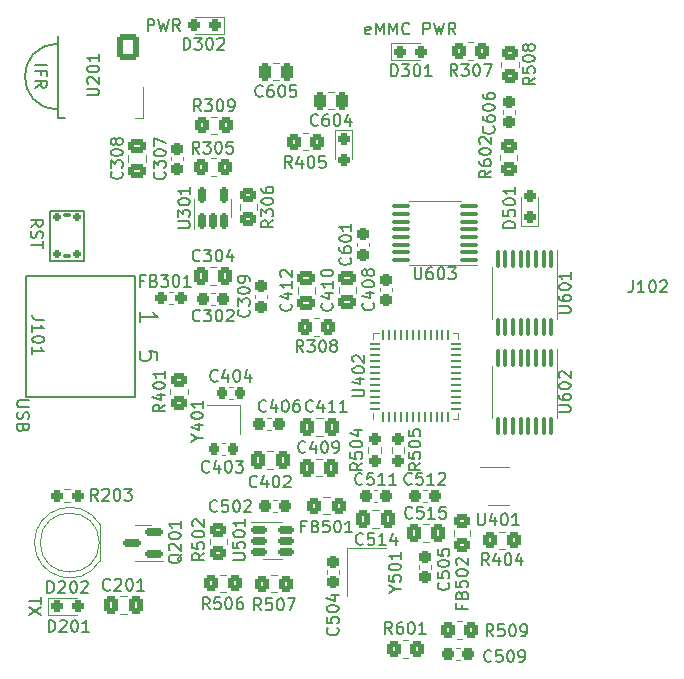
<source format=gbr>
%TF.GenerationSoftware,KiCad,Pcbnew,7.0.5*%
%TF.CreationDate,2023-07-09T17:38:26+09:00*%
%TF.ProjectId,sdcdmuxemmc,73646364-6d75-4786-956d-6d632e6b6963,rev?*%
%TF.SameCoordinates,Original*%
%TF.FileFunction,Legend,Top*%
%TF.FilePolarity,Positive*%
%FSLAX46Y46*%
G04 Gerber Fmt 4.6, Leading zero omitted, Abs format (unit mm)*
G04 Created by KiCad (PCBNEW 7.0.5) date 2023-07-09 17:38:26*
%MOMM*%
%LPD*%
G01*
G04 APERTURE LIST*
G04 Aperture macros list*
%AMRoundRect*
0 Rectangle with rounded corners*
0 $1 Rounding radius*
0 $2 $3 $4 $5 $6 $7 $8 $9 X,Y pos of 4 corners*
0 Add a 4 corners polygon primitive as box body*
4,1,4,$2,$3,$4,$5,$6,$7,$8,$9,$2,$3,0*
0 Add four circle primitives for the rounded corners*
1,1,$1+$1,$2,$3*
1,1,$1+$1,$4,$5*
1,1,$1+$1,$6,$7*
1,1,$1+$1,$8,$9*
0 Add four rect primitives between the rounded corners*
20,1,$1+$1,$2,$3,$4,$5,0*
20,1,$1+$1,$4,$5,$6,$7,0*
20,1,$1+$1,$6,$7,$8,$9,0*
20,1,$1+$1,$8,$9,$2,$3,0*%
G04 Aperture macros list end*
%ADD10C,0.150000*%
%ADD11C,0.120000*%
%ADD12RoundRect,0.237500X0.237500X-0.300000X0.237500X0.300000X-0.237500X0.300000X-0.237500X-0.300000X0*%
%ADD13RoundRect,0.250000X-0.350000X-0.450000X0.350000X-0.450000X0.350000X0.450000X-0.350000X0.450000X0*%
%ADD14RoundRect,0.237500X-0.300000X-0.237500X0.300000X-0.237500X0.300000X0.237500X-0.300000X0.237500X0*%
%ADD15RoundRect,0.200000X-1.600000X0.200000X-1.600000X-0.200000X1.600000X-0.200000X1.600000X0.200000X0*%
%ADD16RoundRect,0.200000X-1.750000X0.200000X-1.750000X-0.200000X1.750000X-0.200000X1.750000X0.200000X0*%
%ADD17RoundRect,0.250000X0.350000X0.450000X-0.350000X0.450000X-0.350000X-0.450000X0.350000X-0.450000X0*%
%ADD18RoundRect,0.250000X-0.337500X-0.475000X0.337500X-0.475000X0.337500X0.475000X-0.337500X0.475000X0*%
%ADD19RoundRect,0.250000X0.337500X0.475000X-0.337500X0.475000X-0.337500X-0.475000X0.337500X-0.475000X0*%
%ADD20RoundRect,0.100000X-0.100000X0.637500X-0.100000X-0.637500X0.100000X-0.637500X0.100000X0.637500X0*%
%ADD21RoundRect,0.062500X0.062500X-0.375000X0.062500X0.375000X-0.062500X0.375000X-0.062500X-0.375000X0*%
%ADD22RoundRect,0.062500X0.375000X-0.062500X0.375000X0.062500X-0.375000X0.062500X-0.375000X-0.062500X0*%
%ADD23C,3.000000*%
%ADD24R,5.150000X5.150000*%
%ADD25R,0.900000X0.800000*%
%ADD26RoundRect,0.150000X-0.512500X-0.150000X0.512500X-0.150000X0.512500X0.150000X-0.512500X0.150000X0*%
%ADD27RoundRect,0.250000X-0.450000X0.350000X-0.450000X-0.350000X0.450000X-0.350000X0.450000X0.350000X0*%
%ADD28RoundRect,0.237500X-0.287500X-0.237500X0.287500X-0.237500X0.287500X0.237500X-0.287500X0.237500X0*%
%ADD29C,1.200000*%
%ADD30O,2.600000X1.500000*%
%ADD31RoundRect,0.250200X-0.649800X0.849800X-0.649800X-0.849800X0.649800X-0.849800X0.649800X0.849800X0*%
%ADD32O,1.800000X2.200000*%
%ADD33R,1.200000X1.400000*%
%ADD34RoundRect,0.150000X-0.150000X0.175000X-0.150000X-0.175000X0.150000X-0.175000X0.150000X0.175000X0*%
%ADD35RoundRect,0.087500X-0.262500X0.087500X-0.262500X-0.087500X0.262500X-0.087500X0.262500X0.087500X0*%
%ADD36RoundRect,0.237500X0.237500X-0.287500X0.237500X0.287500X-0.237500X0.287500X-0.237500X-0.287500X0*%
%ADD37RoundRect,0.250000X0.475000X-0.337500X0.475000X0.337500X-0.475000X0.337500X-0.475000X-0.337500X0*%
%ADD38RoundRect,0.225000X0.225000X0.250000X-0.225000X0.250000X-0.225000X-0.250000X0.225000X-0.250000X0*%
%ADD39RoundRect,0.150000X0.150000X-0.512500X0.150000X0.512500X-0.150000X0.512500X-0.150000X-0.512500X0*%
%ADD40RoundRect,0.250000X-0.325000X-0.450000X0.325000X-0.450000X0.325000X0.450000X-0.325000X0.450000X0*%
%ADD41RoundRect,0.250000X0.450000X-0.325000X0.450000X0.325000X-0.450000X0.325000X-0.450000X-0.325000X0*%
%ADD42RoundRect,0.237500X0.287500X0.237500X-0.287500X0.237500X-0.287500X-0.237500X0.287500X-0.237500X0*%
%ADD43RoundRect,0.237500X-0.237500X0.300000X-0.237500X-0.300000X0.237500X-0.300000X0.237500X0.300000X0*%
%ADD44RoundRect,0.100000X0.637500X0.100000X-0.637500X0.100000X-0.637500X-0.100000X0.637500X-0.100000X0*%
%ADD45RoundRect,0.250000X0.250000X0.475000X-0.250000X0.475000X-0.250000X-0.475000X0.250000X-0.475000X0*%
%ADD46RoundRect,0.237500X0.300000X0.237500X-0.300000X0.237500X-0.300000X-0.237500X0.300000X-0.237500X0*%
%ADD47R,1.800000X1.800000*%
%ADD48C,1.800000*%
%ADD49RoundRect,0.237500X-0.237500X0.250000X-0.237500X-0.250000X0.237500X-0.250000X0.237500X0.250000X0*%
%ADD50RoundRect,0.250000X0.450000X-0.350000X0.450000X0.350000X-0.450000X0.350000X-0.450000X-0.350000X0*%
%ADD51RoundRect,0.237500X-0.237500X0.287500X-0.237500X-0.287500X0.237500X-0.287500X0.237500X0.287500X0*%
%ADD52RoundRect,0.237500X0.250000X0.237500X-0.250000X0.237500X-0.250000X-0.237500X0.250000X-0.237500X0*%
%ADD53RoundRect,0.150000X0.587500X0.150000X-0.587500X0.150000X-0.587500X-0.150000X0.587500X-0.150000X0*%
%ADD54RoundRect,0.225000X-0.225000X-0.250000X0.225000X-0.250000X0.225000X0.250000X-0.225000X0.250000X0*%
%ADD55R,1.560000X0.650000*%
G04 APERTURE END LIST*
D10*
X189617731Y-71032200D02*
X189522493Y-71079819D01*
X189522493Y-71079819D02*
X189332017Y-71079819D01*
X189332017Y-71079819D02*
X189236779Y-71032200D01*
X189236779Y-71032200D02*
X189189160Y-70936961D01*
X189189160Y-70936961D02*
X189189160Y-70556009D01*
X189189160Y-70556009D02*
X189236779Y-70460771D01*
X189236779Y-70460771D02*
X189332017Y-70413152D01*
X189332017Y-70413152D02*
X189522493Y-70413152D01*
X189522493Y-70413152D02*
X189617731Y-70460771D01*
X189617731Y-70460771D02*
X189665350Y-70556009D01*
X189665350Y-70556009D02*
X189665350Y-70651247D01*
X189665350Y-70651247D02*
X189189160Y-70746485D01*
X190093922Y-71079819D02*
X190093922Y-70079819D01*
X190093922Y-70079819D02*
X190427255Y-70794104D01*
X190427255Y-70794104D02*
X190760588Y-70079819D01*
X190760588Y-70079819D02*
X190760588Y-71079819D01*
X191236779Y-71079819D02*
X191236779Y-70079819D01*
X191236779Y-70079819D02*
X191570112Y-70794104D01*
X191570112Y-70794104D02*
X191903445Y-70079819D01*
X191903445Y-70079819D02*
X191903445Y-71079819D01*
X192951064Y-70984580D02*
X192903445Y-71032200D01*
X192903445Y-71032200D02*
X192760588Y-71079819D01*
X192760588Y-71079819D02*
X192665350Y-71079819D01*
X192665350Y-71079819D02*
X192522493Y-71032200D01*
X192522493Y-71032200D02*
X192427255Y-70936961D01*
X192427255Y-70936961D02*
X192379636Y-70841723D01*
X192379636Y-70841723D02*
X192332017Y-70651247D01*
X192332017Y-70651247D02*
X192332017Y-70508390D01*
X192332017Y-70508390D02*
X192379636Y-70317914D01*
X192379636Y-70317914D02*
X192427255Y-70222676D01*
X192427255Y-70222676D02*
X192522493Y-70127438D01*
X192522493Y-70127438D02*
X192665350Y-70079819D01*
X192665350Y-70079819D02*
X192760588Y-70079819D01*
X192760588Y-70079819D02*
X192903445Y-70127438D01*
X192903445Y-70127438D02*
X192951064Y-70175057D01*
X194141541Y-71079819D02*
X194141541Y-70079819D01*
X194141541Y-70079819D02*
X194522493Y-70079819D01*
X194522493Y-70079819D02*
X194617731Y-70127438D01*
X194617731Y-70127438D02*
X194665350Y-70175057D01*
X194665350Y-70175057D02*
X194712969Y-70270295D01*
X194712969Y-70270295D02*
X194712969Y-70413152D01*
X194712969Y-70413152D02*
X194665350Y-70508390D01*
X194665350Y-70508390D02*
X194617731Y-70556009D01*
X194617731Y-70556009D02*
X194522493Y-70603628D01*
X194522493Y-70603628D02*
X194141541Y-70603628D01*
X195046303Y-70079819D02*
X195284398Y-71079819D01*
X195284398Y-71079819D02*
X195474874Y-70365533D01*
X195474874Y-70365533D02*
X195665350Y-71079819D01*
X195665350Y-71079819D02*
X195903446Y-70079819D01*
X196855826Y-71079819D02*
X196522493Y-70603628D01*
X196284398Y-71079819D02*
X196284398Y-70079819D01*
X196284398Y-70079819D02*
X196665350Y-70079819D01*
X196665350Y-70079819D02*
X196760588Y-70127438D01*
X196760588Y-70127438D02*
X196808207Y-70175057D01*
X196808207Y-70175057D02*
X196855826Y-70270295D01*
X196855826Y-70270295D02*
X196855826Y-70413152D01*
X196855826Y-70413152D02*
X196808207Y-70508390D01*
X196808207Y-70508390D02*
X196760588Y-70556009D01*
X196760588Y-70556009D02*
X196665350Y-70603628D01*
X196665350Y-70603628D02*
X196284398Y-70603628D01*
X170796667Y-70794819D02*
X170796667Y-69794819D01*
X170796667Y-69794819D02*
X171177619Y-69794819D01*
X171177619Y-69794819D02*
X171272857Y-69842438D01*
X171272857Y-69842438D02*
X171320476Y-69890057D01*
X171320476Y-69890057D02*
X171368095Y-69985295D01*
X171368095Y-69985295D02*
X171368095Y-70128152D01*
X171368095Y-70128152D02*
X171320476Y-70223390D01*
X171320476Y-70223390D02*
X171272857Y-70271009D01*
X171272857Y-70271009D02*
X171177619Y-70318628D01*
X171177619Y-70318628D02*
X170796667Y-70318628D01*
X171701429Y-69794819D02*
X171939524Y-70794819D01*
X171939524Y-70794819D02*
X172130000Y-70080533D01*
X172130000Y-70080533D02*
X172320476Y-70794819D01*
X172320476Y-70794819D02*
X172558572Y-69794819D01*
X173510952Y-70794819D02*
X173177619Y-70318628D01*
X172939524Y-70794819D02*
X172939524Y-69794819D01*
X172939524Y-69794819D02*
X173320476Y-69794819D01*
X173320476Y-69794819D02*
X173415714Y-69842438D01*
X173415714Y-69842438D02*
X173463333Y-69890057D01*
X173463333Y-69890057D02*
X173510952Y-69985295D01*
X173510952Y-69985295D02*
X173510952Y-70128152D01*
X173510952Y-70128152D02*
X173463333Y-70223390D01*
X173463333Y-70223390D02*
X173415714Y-70271009D01*
X173415714Y-70271009D02*
X173320476Y-70318628D01*
X173320476Y-70318628D02*
X172939524Y-70318628D01*
X161745180Y-118738095D02*
X161745180Y-119309523D01*
X160745180Y-119023809D02*
X161745180Y-119023809D01*
X161745180Y-119547619D02*
X160745180Y-120214285D01*
X161745180Y-120214285D02*
X160745180Y-119547619D01*
X160895180Y-87342380D02*
X161371371Y-87009047D01*
X160895180Y-86770952D02*
X161895180Y-86770952D01*
X161895180Y-86770952D02*
X161895180Y-87151904D01*
X161895180Y-87151904D02*
X161847561Y-87247142D01*
X161847561Y-87247142D02*
X161799942Y-87294761D01*
X161799942Y-87294761D02*
X161704704Y-87342380D01*
X161704704Y-87342380D02*
X161561847Y-87342380D01*
X161561847Y-87342380D02*
X161466609Y-87294761D01*
X161466609Y-87294761D02*
X161418990Y-87247142D01*
X161418990Y-87247142D02*
X161371371Y-87151904D01*
X161371371Y-87151904D02*
X161371371Y-86770952D01*
X160942800Y-87723333D02*
X160895180Y-87866190D01*
X160895180Y-87866190D02*
X160895180Y-88104285D01*
X160895180Y-88104285D02*
X160942800Y-88199523D01*
X160942800Y-88199523D02*
X160990419Y-88247142D01*
X160990419Y-88247142D02*
X161085657Y-88294761D01*
X161085657Y-88294761D02*
X161180895Y-88294761D01*
X161180895Y-88294761D02*
X161276133Y-88247142D01*
X161276133Y-88247142D02*
X161323752Y-88199523D01*
X161323752Y-88199523D02*
X161371371Y-88104285D01*
X161371371Y-88104285D02*
X161418990Y-87913809D01*
X161418990Y-87913809D02*
X161466609Y-87818571D01*
X161466609Y-87818571D02*
X161514228Y-87770952D01*
X161514228Y-87770952D02*
X161609466Y-87723333D01*
X161609466Y-87723333D02*
X161704704Y-87723333D01*
X161704704Y-87723333D02*
X161799942Y-87770952D01*
X161799942Y-87770952D02*
X161847561Y-87818571D01*
X161847561Y-87818571D02*
X161895180Y-87913809D01*
X161895180Y-87913809D02*
X161895180Y-88151904D01*
X161895180Y-88151904D02*
X161847561Y-88294761D01*
X161895180Y-88580476D02*
X161895180Y-89151904D01*
X160895180Y-88866190D02*
X161895180Y-88866190D01*
X161245180Y-73671429D02*
X162245180Y-73671429D01*
X161768990Y-74480952D02*
X161768990Y-74147619D01*
X161245180Y-74147619D02*
X162245180Y-74147619D01*
X162245180Y-74147619D02*
X162245180Y-74623809D01*
X161245180Y-75576190D02*
X161721371Y-75242857D01*
X161245180Y-75004762D02*
X162245180Y-75004762D01*
X162245180Y-75004762D02*
X162245180Y-75385714D01*
X162245180Y-75385714D02*
X162197561Y-75480952D01*
X162197561Y-75480952D02*
X162149942Y-75528571D01*
X162149942Y-75528571D02*
X162054704Y-75576190D01*
X162054704Y-75576190D02*
X161911847Y-75576190D01*
X161911847Y-75576190D02*
X161816609Y-75528571D01*
X161816609Y-75528571D02*
X161768990Y-75480952D01*
X161768990Y-75480952D02*
X161721371Y-75385714D01*
X161721371Y-75385714D02*
X161721371Y-75004762D01*
X160745180Y-102068095D02*
X159935657Y-102068095D01*
X159935657Y-102068095D02*
X159840419Y-102115714D01*
X159840419Y-102115714D02*
X159792800Y-102163333D01*
X159792800Y-102163333D02*
X159745180Y-102258571D01*
X159745180Y-102258571D02*
X159745180Y-102449047D01*
X159745180Y-102449047D02*
X159792800Y-102544285D01*
X159792800Y-102544285D02*
X159840419Y-102591904D01*
X159840419Y-102591904D02*
X159935657Y-102639523D01*
X159935657Y-102639523D02*
X160745180Y-102639523D01*
X159792800Y-103068095D02*
X159745180Y-103210952D01*
X159745180Y-103210952D02*
X159745180Y-103449047D01*
X159745180Y-103449047D02*
X159792800Y-103544285D01*
X159792800Y-103544285D02*
X159840419Y-103591904D01*
X159840419Y-103591904D02*
X159935657Y-103639523D01*
X159935657Y-103639523D02*
X160030895Y-103639523D01*
X160030895Y-103639523D02*
X160126133Y-103591904D01*
X160126133Y-103591904D02*
X160173752Y-103544285D01*
X160173752Y-103544285D02*
X160221371Y-103449047D01*
X160221371Y-103449047D02*
X160268990Y-103258571D01*
X160268990Y-103258571D02*
X160316609Y-103163333D01*
X160316609Y-103163333D02*
X160364228Y-103115714D01*
X160364228Y-103115714D02*
X160459466Y-103068095D01*
X160459466Y-103068095D02*
X160554704Y-103068095D01*
X160554704Y-103068095D02*
X160649942Y-103115714D01*
X160649942Y-103115714D02*
X160697561Y-103163333D01*
X160697561Y-103163333D02*
X160745180Y-103258571D01*
X160745180Y-103258571D02*
X160745180Y-103496666D01*
X160745180Y-103496666D02*
X160697561Y-103639523D01*
X160268990Y-104401428D02*
X160221371Y-104544285D01*
X160221371Y-104544285D02*
X160173752Y-104591904D01*
X160173752Y-104591904D02*
X160078514Y-104639523D01*
X160078514Y-104639523D02*
X159935657Y-104639523D01*
X159935657Y-104639523D02*
X159840419Y-104591904D01*
X159840419Y-104591904D02*
X159792800Y-104544285D01*
X159792800Y-104544285D02*
X159745180Y-104449047D01*
X159745180Y-104449047D02*
X159745180Y-104068095D01*
X159745180Y-104068095D02*
X160745180Y-104068095D01*
X160745180Y-104068095D02*
X160745180Y-104401428D01*
X160745180Y-104401428D02*
X160697561Y-104496666D01*
X160697561Y-104496666D02*
X160649942Y-104544285D01*
X160649942Y-104544285D02*
X160554704Y-104591904D01*
X160554704Y-104591904D02*
X160459466Y-104591904D01*
X160459466Y-104591904D02*
X160364228Y-104544285D01*
X160364228Y-104544285D02*
X160316609Y-104496666D01*
X160316609Y-104496666D02*
X160268990Y-104401428D01*
X160268990Y-104401428D02*
X160268990Y-104068095D01*
%TO.C,C408*%
X189867080Y-93811547D02*
X189914700Y-93859166D01*
X189914700Y-93859166D02*
X189962319Y-94002023D01*
X189962319Y-94002023D02*
X189962319Y-94097261D01*
X189962319Y-94097261D02*
X189914700Y-94240118D01*
X189914700Y-94240118D02*
X189819461Y-94335356D01*
X189819461Y-94335356D02*
X189724223Y-94382975D01*
X189724223Y-94382975D02*
X189533747Y-94430594D01*
X189533747Y-94430594D02*
X189390890Y-94430594D01*
X189390890Y-94430594D02*
X189200414Y-94382975D01*
X189200414Y-94382975D02*
X189105176Y-94335356D01*
X189105176Y-94335356D02*
X189009938Y-94240118D01*
X189009938Y-94240118D02*
X188962319Y-94097261D01*
X188962319Y-94097261D02*
X188962319Y-94002023D01*
X188962319Y-94002023D02*
X189009938Y-93859166D01*
X189009938Y-93859166D02*
X189057557Y-93811547D01*
X189295652Y-92954404D02*
X189962319Y-92954404D01*
X188914700Y-93192499D02*
X189628985Y-93430594D01*
X189628985Y-93430594D02*
X189628985Y-92811547D01*
X188962319Y-92240118D02*
X188962319Y-92144880D01*
X188962319Y-92144880D02*
X189009938Y-92049642D01*
X189009938Y-92049642D02*
X189057557Y-92002023D01*
X189057557Y-92002023D02*
X189152795Y-91954404D01*
X189152795Y-91954404D02*
X189343271Y-91906785D01*
X189343271Y-91906785D02*
X189581366Y-91906785D01*
X189581366Y-91906785D02*
X189771842Y-91954404D01*
X189771842Y-91954404D02*
X189867080Y-92002023D01*
X189867080Y-92002023D02*
X189914700Y-92049642D01*
X189914700Y-92049642D02*
X189962319Y-92144880D01*
X189962319Y-92144880D02*
X189962319Y-92240118D01*
X189962319Y-92240118D02*
X189914700Y-92335356D01*
X189914700Y-92335356D02*
X189867080Y-92382975D01*
X189867080Y-92382975D02*
X189771842Y-92430594D01*
X189771842Y-92430594D02*
X189581366Y-92478213D01*
X189581366Y-92478213D02*
X189343271Y-92478213D01*
X189343271Y-92478213D02*
X189152795Y-92430594D01*
X189152795Y-92430594D02*
X189057557Y-92382975D01*
X189057557Y-92382975D02*
X189009938Y-92335356D01*
X189009938Y-92335356D02*
X188962319Y-92240118D01*
X189390890Y-91335356D02*
X189343271Y-91430594D01*
X189343271Y-91430594D02*
X189295652Y-91478213D01*
X189295652Y-91478213D02*
X189200414Y-91525832D01*
X189200414Y-91525832D02*
X189152795Y-91525832D01*
X189152795Y-91525832D02*
X189057557Y-91478213D01*
X189057557Y-91478213D02*
X189009938Y-91430594D01*
X189009938Y-91430594D02*
X188962319Y-91335356D01*
X188962319Y-91335356D02*
X188962319Y-91144880D01*
X188962319Y-91144880D02*
X189009938Y-91049642D01*
X189009938Y-91049642D02*
X189057557Y-91002023D01*
X189057557Y-91002023D02*
X189152795Y-90954404D01*
X189152795Y-90954404D02*
X189200414Y-90954404D01*
X189200414Y-90954404D02*
X189295652Y-91002023D01*
X189295652Y-91002023D02*
X189343271Y-91049642D01*
X189343271Y-91049642D02*
X189390890Y-91144880D01*
X189390890Y-91144880D02*
X189390890Y-91335356D01*
X189390890Y-91335356D02*
X189438509Y-91430594D01*
X189438509Y-91430594D02*
X189486128Y-91478213D01*
X189486128Y-91478213D02*
X189581366Y-91525832D01*
X189581366Y-91525832D02*
X189771842Y-91525832D01*
X189771842Y-91525832D02*
X189867080Y-91478213D01*
X189867080Y-91478213D02*
X189914700Y-91430594D01*
X189914700Y-91430594D02*
X189962319Y-91335356D01*
X189962319Y-91335356D02*
X189962319Y-91144880D01*
X189962319Y-91144880D02*
X189914700Y-91049642D01*
X189914700Y-91049642D02*
X189867080Y-91002023D01*
X189867080Y-91002023D02*
X189771842Y-90954404D01*
X189771842Y-90954404D02*
X189581366Y-90954404D01*
X189581366Y-90954404D02*
X189486128Y-91002023D01*
X189486128Y-91002023D02*
X189438509Y-91049642D01*
X189438509Y-91049642D02*
X189390890Y-91144880D01*
%TO.C,R309*%
X175290952Y-77574819D02*
X174957619Y-77098628D01*
X174719524Y-77574819D02*
X174719524Y-76574819D01*
X174719524Y-76574819D02*
X175100476Y-76574819D01*
X175100476Y-76574819D02*
X175195714Y-76622438D01*
X175195714Y-76622438D02*
X175243333Y-76670057D01*
X175243333Y-76670057D02*
X175290952Y-76765295D01*
X175290952Y-76765295D02*
X175290952Y-76908152D01*
X175290952Y-76908152D02*
X175243333Y-77003390D01*
X175243333Y-77003390D02*
X175195714Y-77051009D01*
X175195714Y-77051009D02*
X175100476Y-77098628D01*
X175100476Y-77098628D02*
X174719524Y-77098628D01*
X175624286Y-76574819D02*
X176243333Y-76574819D01*
X176243333Y-76574819D02*
X175910000Y-76955771D01*
X175910000Y-76955771D02*
X176052857Y-76955771D01*
X176052857Y-76955771D02*
X176148095Y-77003390D01*
X176148095Y-77003390D02*
X176195714Y-77051009D01*
X176195714Y-77051009D02*
X176243333Y-77146247D01*
X176243333Y-77146247D02*
X176243333Y-77384342D01*
X176243333Y-77384342D02*
X176195714Y-77479580D01*
X176195714Y-77479580D02*
X176148095Y-77527200D01*
X176148095Y-77527200D02*
X176052857Y-77574819D01*
X176052857Y-77574819D02*
X175767143Y-77574819D01*
X175767143Y-77574819D02*
X175671905Y-77527200D01*
X175671905Y-77527200D02*
X175624286Y-77479580D01*
X176862381Y-76574819D02*
X176957619Y-76574819D01*
X176957619Y-76574819D02*
X177052857Y-76622438D01*
X177052857Y-76622438D02*
X177100476Y-76670057D01*
X177100476Y-76670057D02*
X177148095Y-76765295D01*
X177148095Y-76765295D02*
X177195714Y-76955771D01*
X177195714Y-76955771D02*
X177195714Y-77193866D01*
X177195714Y-77193866D02*
X177148095Y-77384342D01*
X177148095Y-77384342D02*
X177100476Y-77479580D01*
X177100476Y-77479580D02*
X177052857Y-77527200D01*
X177052857Y-77527200D02*
X176957619Y-77574819D01*
X176957619Y-77574819D02*
X176862381Y-77574819D01*
X176862381Y-77574819D02*
X176767143Y-77527200D01*
X176767143Y-77527200D02*
X176719524Y-77479580D01*
X176719524Y-77479580D02*
X176671905Y-77384342D01*
X176671905Y-77384342D02*
X176624286Y-77193866D01*
X176624286Y-77193866D02*
X176624286Y-76955771D01*
X176624286Y-76955771D02*
X176671905Y-76765295D01*
X176671905Y-76765295D02*
X176719524Y-76670057D01*
X176719524Y-76670057D02*
X176767143Y-76622438D01*
X176767143Y-76622438D02*
X176862381Y-76574819D01*
X177671905Y-77574819D02*
X177862381Y-77574819D01*
X177862381Y-77574819D02*
X177957619Y-77527200D01*
X177957619Y-77527200D02*
X178005238Y-77479580D01*
X178005238Y-77479580D02*
X178100476Y-77336723D01*
X178100476Y-77336723D02*
X178148095Y-77146247D01*
X178148095Y-77146247D02*
X178148095Y-76765295D01*
X178148095Y-76765295D02*
X178100476Y-76670057D01*
X178100476Y-76670057D02*
X178052857Y-76622438D01*
X178052857Y-76622438D02*
X177957619Y-76574819D01*
X177957619Y-76574819D02*
X177767143Y-76574819D01*
X177767143Y-76574819D02*
X177671905Y-76622438D01*
X177671905Y-76622438D02*
X177624286Y-76670057D01*
X177624286Y-76670057D02*
X177576667Y-76765295D01*
X177576667Y-76765295D02*
X177576667Y-77003390D01*
X177576667Y-77003390D02*
X177624286Y-77098628D01*
X177624286Y-77098628D02*
X177671905Y-77146247D01*
X177671905Y-77146247D02*
X177767143Y-77193866D01*
X177767143Y-77193866D02*
X177957619Y-77193866D01*
X177957619Y-77193866D02*
X178052857Y-77146247D01*
X178052857Y-77146247D02*
X178100476Y-77098628D01*
X178100476Y-77098628D02*
X178148095Y-77003390D01*
%TO.C,C509*%
X199890952Y-124109580D02*
X199843333Y-124157200D01*
X199843333Y-124157200D02*
X199700476Y-124204819D01*
X199700476Y-124204819D02*
X199605238Y-124204819D01*
X199605238Y-124204819D02*
X199462381Y-124157200D01*
X199462381Y-124157200D02*
X199367143Y-124061961D01*
X199367143Y-124061961D02*
X199319524Y-123966723D01*
X199319524Y-123966723D02*
X199271905Y-123776247D01*
X199271905Y-123776247D02*
X199271905Y-123633390D01*
X199271905Y-123633390D02*
X199319524Y-123442914D01*
X199319524Y-123442914D02*
X199367143Y-123347676D01*
X199367143Y-123347676D02*
X199462381Y-123252438D01*
X199462381Y-123252438D02*
X199605238Y-123204819D01*
X199605238Y-123204819D02*
X199700476Y-123204819D01*
X199700476Y-123204819D02*
X199843333Y-123252438D01*
X199843333Y-123252438D02*
X199890952Y-123300057D01*
X200795714Y-123204819D02*
X200319524Y-123204819D01*
X200319524Y-123204819D02*
X200271905Y-123681009D01*
X200271905Y-123681009D02*
X200319524Y-123633390D01*
X200319524Y-123633390D02*
X200414762Y-123585771D01*
X200414762Y-123585771D02*
X200652857Y-123585771D01*
X200652857Y-123585771D02*
X200748095Y-123633390D01*
X200748095Y-123633390D02*
X200795714Y-123681009D01*
X200795714Y-123681009D02*
X200843333Y-123776247D01*
X200843333Y-123776247D02*
X200843333Y-124014342D01*
X200843333Y-124014342D02*
X200795714Y-124109580D01*
X200795714Y-124109580D02*
X200748095Y-124157200D01*
X200748095Y-124157200D02*
X200652857Y-124204819D01*
X200652857Y-124204819D02*
X200414762Y-124204819D01*
X200414762Y-124204819D02*
X200319524Y-124157200D01*
X200319524Y-124157200D02*
X200271905Y-124109580D01*
X201462381Y-123204819D02*
X201557619Y-123204819D01*
X201557619Y-123204819D02*
X201652857Y-123252438D01*
X201652857Y-123252438D02*
X201700476Y-123300057D01*
X201700476Y-123300057D02*
X201748095Y-123395295D01*
X201748095Y-123395295D02*
X201795714Y-123585771D01*
X201795714Y-123585771D02*
X201795714Y-123823866D01*
X201795714Y-123823866D02*
X201748095Y-124014342D01*
X201748095Y-124014342D02*
X201700476Y-124109580D01*
X201700476Y-124109580D02*
X201652857Y-124157200D01*
X201652857Y-124157200D02*
X201557619Y-124204819D01*
X201557619Y-124204819D02*
X201462381Y-124204819D01*
X201462381Y-124204819D02*
X201367143Y-124157200D01*
X201367143Y-124157200D02*
X201319524Y-124109580D01*
X201319524Y-124109580D02*
X201271905Y-124014342D01*
X201271905Y-124014342D02*
X201224286Y-123823866D01*
X201224286Y-123823866D02*
X201224286Y-123585771D01*
X201224286Y-123585771D02*
X201271905Y-123395295D01*
X201271905Y-123395295D02*
X201319524Y-123300057D01*
X201319524Y-123300057D02*
X201367143Y-123252438D01*
X201367143Y-123252438D02*
X201462381Y-123204819D01*
X202271905Y-124204819D02*
X202462381Y-124204819D01*
X202462381Y-124204819D02*
X202557619Y-124157200D01*
X202557619Y-124157200D02*
X202605238Y-124109580D01*
X202605238Y-124109580D02*
X202700476Y-123966723D01*
X202700476Y-123966723D02*
X202748095Y-123776247D01*
X202748095Y-123776247D02*
X202748095Y-123395295D01*
X202748095Y-123395295D02*
X202700476Y-123300057D01*
X202700476Y-123300057D02*
X202652857Y-123252438D01*
X202652857Y-123252438D02*
X202557619Y-123204819D01*
X202557619Y-123204819D02*
X202367143Y-123204819D01*
X202367143Y-123204819D02*
X202271905Y-123252438D01*
X202271905Y-123252438D02*
X202224286Y-123300057D01*
X202224286Y-123300057D02*
X202176667Y-123395295D01*
X202176667Y-123395295D02*
X202176667Y-123633390D01*
X202176667Y-123633390D02*
X202224286Y-123728628D01*
X202224286Y-123728628D02*
X202271905Y-123776247D01*
X202271905Y-123776247D02*
X202367143Y-123823866D01*
X202367143Y-123823866D02*
X202557619Y-123823866D01*
X202557619Y-123823866D02*
X202652857Y-123776247D01*
X202652857Y-123776247D02*
X202700476Y-123728628D01*
X202700476Y-123728628D02*
X202748095Y-123633390D01*
%TO.C,J102*%
X211855285Y-91909819D02*
X211855285Y-92624104D01*
X211855285Y-92624104D02*
X211807666Y-92766961D01*
X211807666Y-92766961D02*
X211712428Y-92862200D01*
X211712428Y-92862200D02*
X211569571Y-92909819D01*
X211569571Y-92909819D02*
X211474333Y-92909819D01*
X212855285Y-92909819D02*
X212283857Y-92909819D01*
X212569571Y-92909819D02*
X212569571Y-91909819D01*
X212569571Y-91909819D02*
X212474333Y-92052676D01*
X212474333Y-92052676D02*
X212379095Y-92147914D01*
X212379095Y-92147914D02*
X212283857Y-92195533D01*
X213474333Y-91909819D02*
X213569571Y-91909819D01*
X213569571Y-91909819D02*
X213664809Y-91957438D01*
X213664809Y-91957438D02*
X213712428Y-92005057D01*
X213712428Y-92005057D02*
X213760047Y-92100295D01*
X213760047Y-92100295D02*
X213807666Y-92290771D01*
X213807666Y-92290771D02*
X213807666Y-92528866D01*
X213807666Y-92528866D02*
X213760047Y-92719342D01*
X213760047Y-92719342D02*
X213712428Y-92814580D01*
X213712428Y-92814580D02*
X213664809Y-92862200D01*
X213664809Y-92862200D02*
X213569571Y-92909819D01*
X213569571Y-92909819D02*
X213474333Y-92909819D01*
X213474333Y-92909819D02*
X213379095Y-92862200D01*
X213379095Y-92862200D02*
X213331476Y-92814580D01*
X213331476Y-92814580D02*
X213283857Y-92719342D01*
X213283857Y-92719342D02*
X213236238Y-92528866D01*
X213236238Y-92528866D02*
X213236238Y-92290771D01*
X213236238Y-92290771D02*
X213283857Y-92100295D01*
X213283857Y-92100295D02*
X213331476Y-92005057D01*
X213331476Y-92005057D02*
X213379095Y-91957438D01*
X213379095Y-91957438D02*
X213474333Y-91909819D01*
X214188619Y-92005057D02*
X214236238Y-91957438D01*
X214236238Y-91957438D02*
X214331476Y-91909819D01*
X214331476Y-91909819D02*
X214569571Y-91909819D01*
X214569571Y-91909819D02*
X214664809Y-91957438D01*
X214664809Y-91957438D02*
X214712428Y-92005057D01*
X214712428Y-92005057D02*
X214760047Y-92100295D01*
X214760047Y-92100295D02*
X214760047Y-92195533D01*
X214760047Y-92195533D02*
X214712428Y-92338390D01*
X214712428Y-92338390D02*
X214141000Y-92909819D01*
X214141000Y-92909819D02*
X214760047Y-92909819D01*
%TO.C,R308*%
X183970952Y-97954819D02*
X183637619Y-97478628D01*
X183399524Y-97954819D02*
X183399524Y-96954819D01*
X183399524Y-96954819D02*
X183780476Y-96954819D01*
X183780476Y-96954819D02*
X183875714Y-97002438D01*
X183875714Y-97002438D02*
X183923333Y-97050057D01*
X183923333Y-97050057D02*
X183970952Y-97145295D01*
X183970952Y-97145295D02*
X183970952Y-97288152D01*
X183970952Y-97288152D02*
X183923333Y-97383390D01*
X183923333Y-97383390D02*
X183875714Y-97431009D01*
X183875714Y-97431009D02*
X183780476Y-97478628D01*
X183780476Y-97478628D02*
X183399524Y-97478628D01*
X184304286Y-96954819D02*
X184923333Y-96954819D01*
X184923333Y-96954819D02*
X184590000Y-97335771D01*
X184590000Y-97335771D02*
X184732857Y-97335771D01*
X184732857Y-97335771D02*
X184828095Y-97383390D01*
X184828095Y-97383390D02*
X184875714Y-97431009D01*
X184875714Y-97431009D02*
X184923333Y-97526247D01*
X184923333Y-97526247D02*
X184923333Y-97764342D01*
X184923333Y-97764342D02*
X184875714Y-97859580D01*
X184875714Y-97859580D02*
X184828095Y-97907200D01*
X184828095Y-97907200D02*
X184732857Y-97954819D01*
X184732857Y-97954819D02*
X184447143Y-97954819D01*
X184447143Y-97954819D02*
X184351905Y-97907200D01*
X184351905Y-97907200D02*
X184304286Y-97859580D01*
X185542381Y-96954819D02*
X185637619Y-96954819D01*
X185637619Y-96954819D02*
X185732857Y-97002438D01*
X185732857Y-97002438D02*
X185780476Y-97050057D01*
X185780476Y-97050057D02*
X185828095Y-97145295D01*
X185828095Y-97145295D02*
X185875714Y-97335771D01*
X185875714Y-97335771D02*
X185875714Y-97573866D01*
X185875714Y-97573866D02*
X185828095Y-97764342D01*
X185828095Y-97764342D02*
X185780476Y-97859580D01*
X185780476Y-97859580D02*
X185732857Y-97907200D01*
X185732857Y-97907200D02*
X185637619Y-97954819D01*
X185637619Y-97954819D02*
X185542381Y-97954819D01*
X185542381Y-97954819D02*
X185447143Y-97907200D01*
X185447143Y-97907200D02*
X185399524Y-97859580D01*
X185399524Y-97859580D02*
X185351905Y-97764342D01*
X185351905Y-97764342D02*
X185304286Y-97573866D01*
X185304286Y-97573866D02*
X185304286Y-97335771D01*
X185304286Y-97335771D02*
X185351905Y-97145295D01*
X185351905Y-97145295D02*
X185399524Y-97050057D01*
X185399524Y-97050057D02*
X185447143Y-97002438D01*
X185447143Y-97002438D02*
X185542381Y-96954819D01*
X186447143Y-97383390D02*
X186351905Y-97335771D01*
X186351905Y-97335771D02*
X186304286Y-97288152D01*
X186304286Y-97288152D02*
X186256667Y-97192914D01*
X186256667Y-97192914D02*
X186256667Y-97145295D01*
X186256667Y-97145295D02*
X186304286Y-97050057D01*
X186304286Y-97050057D02*
X186351905Y-97002438D01*
X186351905Y-97002438D02*
X186447143Y-96954819D01*
X186447143Y-96954819D02*
X186637619Y-96954819D01*
X186637619Y-96954819D02*
X186732857Y-97002438D01*
X186732857Y-97002438D02*
X186780476Y-97050057D01*
X186780476Y-97050057D02*
X186828095Y-97145295D01*
X186828095Y-97145295D02*
X186828095Y-97192914D01*
X186828095Y-97192914D02*
X186780476Y-97288152D01*
X186780476Y-97288152D02*
X186732857Y-97335771D01*
X186732857Y-97335771D02*
X186637619Y-97383390D01*
X186637619Y-97383390D02*
X186447143Y-97383390D01*
X186447143Y-97383390D02*
X186351905Y-97431009D01*
X186351905Y-97431009D02*
X186304286Y-97478628D01*
X186304286Y-97478628D02*
X186256667Y-97573866D01*
X186256667Y-97573866D02*
X186256667Y-97764342D01*
X186256667Y-97764342D02*
X186304286Y-97859580D01*
X186304286Y-97859580D02*
X186351905Y-97907200D01*
X186351905Y-97907200D02*
X186447143Y-97954819D01*
X186447143Y-97954819D02*
X186637619Y-97954819D01*
X186637619Y-97954819D02*
X186732857Y-97907200D01*
X186732857Y-97907200D02*
X186780476Y-97859580D01*
X186780476Y-97859580D02*
X186828095Y-97764342D01*
X186828095Y-97764342D02*
X186828095Y-97573866D01*
X186828095Y-97573866D02*
X186780476Y-97478628D01*
X186780476Y-97478628D02*
X186732857Y-97431009D01*
X186732857Y-97431009D02*
X186637619Y-97383390D01*
%TO.C,C511*%
X188980952Y-109109580D02*
X188933333Y-109157200D01*
X188933333Y-109157200D02*
X188790476Y-109204819D01*
X188790476Y-109204819D02*
X188695238Y-109204819D01*
X188695238Y-109204819D02*
X188552381Y-109157200D01*
X188552381Y-109157200D02*
X188457143Y-109061961D01*
X188457143Y-109061961D02*
X188409524Y-108966723D01*
X188409524Y-108966723D02*
X188361905Y-108776247D01*
X188361905Y-108776247D02*
X188361905Y-108633390D01*
X188361905Y-108633390D02*
X188409524Y-108442914D01*
X188409524Y-108442914D02*
X188457143Y-108347676D01*
X188457143Y-108347676D02*
X188552381Y-108252438D01*
X188552381Y-108252438D02*
X188695238Y-108204819D01*
X188695238Y-108204819D02*
X188790476Y-108204819D01*
X188790476Y-108204819D02*
X188933333Y-108252438D01*
X188933333Y-108252438D02*
X188980952Y-108300057D01*
X189885714Y-108204819D02*
X189409524Y-108204819D01*
X189409524Y-108204819D02*
X189361905Y-108681009D01*
X189361905Y-108681009D02*
X189409524Y-108633390D01*
X189409524Y-108633390D02*
X189504762Y-108585771D01*
X189504762Y-108585771D02*
X189742857Y-108585771D01*
X189742857Y-108585771D02*
X189838095Y-108633390D01*
X189838095Y-108633390D02*
X189885714Y-108681009D01*
X189885714Y-108681009D02*
X189933333Y-108776247D01*
X189933333Y-108776247D02*
X189933333Y-109014342D01*
X189933333Y-109014342D02*
X189885714Y-109109580D01*
X189885714Y-109109580D02*
X189838095Y-109157200D01*
X189838095Y-109157200D02*
X189742857Y-109204819D01*
X189742857Y-109204819D02*
X189504762Y-109204819D01*
X189504762Y-109204819D02*
X189409524Y-109157200D01*
X189409524Y-109157200D02*
X189361905Y-109109580D01*
X190885714Y-109204819D02*
X190314286Y-109204819D01*
X190600000Y-109204819D02*
X190600000Y-108204819D01*
X190600000Y-108204819D02*
X190504762Y-108347676D01*
X190504762Y-108347676D02*
X190409524Y-108442914D01*
X190409524Y-108442914D02*
X190314286Y-108490533D01*
X191838095Y-109204819D02*
X191266667Y-109204819D01*
X191552381Y-109204819D02*
X191552381Y-108204819D01*
X191552381Y-108204819D02*
X191457143Y-108347676D01*
X191457143Y-108347676D02*
X191361905Y-108442914D01*
X191361905Y-108442914D02*
X191266667Y-108490533D01*
%TO.C,C307*%
X172209580Y-82719047D02*
X172257200Y-82766666D01*
X172257200Y-82766666D02*
X172304819Y-82909523D01*
X172304819Y-82909523D02*
X172304819Y-83004761D01*
X172304819Y-83004761D02*
X172257200Y-83147618D01*
X172257200Y-83147618D02*
X172161961Y-83242856D01*
X172161961Y-83242856D02*
X172066723Y-83290475D01*
X172066723Y-83290475D02*
X171876247Y-83338094D01*
X171876247Y-83338094D02*
X171733390Y-83338094D01*
X171733390Y-83338094D02*
X171542914Y-83290475D01*
X171542914Y-83290475D02*
X171447676Y-83242856D01*
X171447676Y-83242856D02*
X171352438Y-83147618D01*
X171352438Y-83147618D02*
X171304819Y-83004761D01*
X171304819Y-83004761D02*
X171304819Y-82909523D01*
X171304819Y-82909523D02*
X171352438Y-82766666D01*
X171352438Y-82766666D02*
X171400057Y-82719047D01*
X171304819Y-82385713D02*
X171304819Y-81766666D01*
X171304819Y-81766666D02*
X171685771Y-82099999D01*
X171685771Y-82099999D02*
X171685771Y-81957142D01*
X171685771Y-81957142D02*
X171733390Y-81861904D01*
X171733390Y-81861904D02*
X171781009Y-81814285D01*
X171781009Y-81814285D02*
X171876247Y-81766666D01*
X171876247Y-81766666D02*
X172114342Y-81766666D01*
X172114342Y-81766666D02*
X172209580Y-81814285D01*
X172209580Y-81814285D02*
X172257200Y-81861904D01*
X172257200Y-81861904D02*
X172304819Y-81957142D01*
X172304819Y-81957142D02*
X172304819Y-82242856D01*
X172304819Y-82242856D02*
X172257200Y-82338094D01*
X172257200Y-82338094D02*
X172209580Y-82385713D01*
X171304819Y-81147618D02*
X171304819Y-81052380D01*
X171304819Y-81052380D02*
X171352438Y-80957142D01*
X171352438Y-80957142D02*
X171400057Y-80909523D01*
X171400057Y-80909523D02*
X171495295Y-80861904D01*
X171495295Y-80861904D02*
X171685771Y-80814285D01*
X171685771Y-80814285D02*
X171923866Y-80814285D01*
X171923866Y-80814285D02*
X172114342Y-80861904D01*
X172114342Y-80861904D02*
X172209580Y-80909523D01*
X172209580Y-80909523D02*
X172257200Y-80957142D01*
X172257200Y-80957142D02*
X172304819Y-81052380D01*
X172304819Y-81052380D02*
X172304819Y-81147618D01*
X172304819Y-81147618D02*
X172257200Y-81242856D01*
X172257200Y-81242856D02*
X172209580Y-81290475D01*
X172209580Y-81290475D02*
X172114342Y-81338094D01*
X172114342Y-81338094D02*
X171923866Y-81385713D01*
X171923866Y-81385713D02*
X171685771Y-81385713D01*
X171685771Y-81385713D02*
X171495295Y-81338094D01*
X171495295Y-81338094D02*
X171400057Y-81290475D01*
X171400057Y-81290475D02*
X171352438Y-81242856D01*
X171352438Y-81242856D02*
X171304819Y-81147618D01*
X171304819Y-80480951D02*
X171304819Y-79814285D01*
X171304819Y-79814285D02*
X172304819Y-80242856D01*
%TO.C,C304*%
X175210952Y-90199580D02*
X175163333Y-90247200D01*
X175163333Y-90247200D02*
X175020476Y-90294819D01*
X175020476Y-90294819D02*
X174925238Y-90294819D01*
X174925238Y-90294819D02*
X174782381Y-90247200D01*
X174782381Y-90247200D02*
X174687143Y-90151961D01*
X174687143Y-90151961D02*
X174639524Y-90056723D01*
X174639524Y-90056723D02*
X174591905Y-89866247D01*
X174591905Y-89866247D02*
X174591905Y-89723390D01*
X174591905Y-89723390D02*
X174639524Y-89532914D01*
X174639524Y-89532914D02*
X174687143Y-89437676D01*
X174687143Y-89437676D02*
X174782381Y-89342438D01*
X174782381Y-89342438D02*
X174925238Y-89294819D01*
X174925238Y-89294819D02*
X175020476Y-89294819D01*
X175020476Y-89294819D02*
X175163333Y-89342438D01*
X175163333Y-89342438D02*
X175210952Y-89390057D01*
X175544286Y-89294819D02*
X176163333Y-89294819D01*
X176163333Y-89294819D02*
X175830000Y-89675771D01*
X175830000Y-89675771D02*
X175972857Y-89675771D01*
X175972857Y-89675771D02*
X176068095Y-89723390D01*
X176068095Y-89723390D02*
X176115714Y-89771009D01*
X176115714Y-89771009D02*
X176163333Y-89866247D01*
X176163333Y-89866247D02*
X176163333Y-90104342D01*
X176163333Y-90104342D02*
X176115714Y-90199580D01*
X176115714Y-90199580D02*
X176068095Y-90247200D01*
X176068095Y-90247200D02*
X175972857Y-90294819D01*
X175972857Y-90294819D02*
X175687143Y-90294819D01*
X175687143Y-90294819D02*
X175591905Y-90247200D01*
X175591905Y-90247200D02*
X175544286Y-90199580D01*
X176782381Y-89294819D02*
X176877619Y-89294819D01*
X176877619Y-89294819D02*
X176972857Y-89342438D01*
X176972857Y-89342438D02*
X177020476Y-89390057D01*
X177020476Y-89390057D02*
X177068095Y-89485295D01*
X177068095Y-89485295D02*
X177115714Y-89675771D01*
X177115714Y-89675771D02*
X177115714Y-89913866D01*
X177115714Y-89913866D02*
X177068095Y-90104342D01*
X177068095Y-90104342D02*
X177020476Y-90199580D01*
X177020476Y-90199580D02*
X176972857Y-90247200D01*
X176972857Y-90247200D02*
X176877619Y-90294819D01*
X176877619Y-90294819D02*
X176782381Y-90294819D01*
X176782381Y-90294819D02*
X176687143Y-90247200D01*
X176687143Y-90247200D02*
X176639524Y-90199580D01*
X176639524Y-90199580D02*
X176591905Y-90104342D01*
X176591905Y-90104342D02*
X176544286Y-89913866D01*
X176544286Y-89913866D02*
X176544286Y-89675771D01*
X176544286Y-89675771D02*
X176591905Y-89485295D01*
X176591905Y-89485295D02*
X176639524Y-89390057D01*
X176639524Y-89390057D02*
X176687143Y-89342438D01*
X176687143Y-89342438D02*
X176782381Y-89294819D01*
X177972857Y-89628152D02*
X177972857Y-90294819D01*
X177734762Y-89247200D02*
X177496667Y-89961485D01*
X177496667Y-89961485D02*
X178115714Y-89961485D01*
%TO.C,C411*%
X184780952Y-102939580D02*
X184733333Y-102987200D01*
X184733333Y-102987200D02*
X184590476Y-103034819D01*
X184590476Y-103034819D02*
X184495238Y-103034819D01*
X184495238Y-103034819D02*
X184352381Y-102987200D01*
X184352381Y-102987200D02*
X184257143Y-102891961D01*
X184257143Y-102891961D02*
X184209524Y-102796723D01*
X184209524Y-102796723D02*
X184161905Y-102606247D01*
X184161905Y-102606247D02*
X184161905Y-102463390D01*
X184161905Y-102463390D02*
X184209524Y-102272914D01*
X184209524Y-102272914D02*
X184257143Y-102177676D01*
X184257143Y-102177676D02*
X184352381Y-102082438D01*
X184352381Y-102082438D02*
X184495238Y-102034819D01*
X184495238Y-102034819D02*
X184590476Y-102034819D01*
X184590476Y-102034819D02*
X184733333Y-102082438D01*
X184733333Y-102082438D02*
X184780952Y-102130057D01*
X185638095Y-102368152D02*
X185638095Y-103034819D01*
X185400000Y-101987200D02*
X185161905Y-102701485D01*
X185161905Y-102701485D02*
X185780952Y-102701485D01*
X186685714Y-103034819D02*
X186114286Y-103034819D01*
X186400000Y-103034819D02*
X186400000Y-102034819D01*
X186400000Y-102034819D02*
X186304762Y-102177676D01*
X186304762Y-102177676D02*
X186209524Y-102272914D01*
X186209524Y-102272914D02*
X186114286Y-102320533D01*
X187638095Y-103034819D02*
X187066667Y-103034819D01*
X187352381Y-103034819D02*
X187352381Y-102034819D01*
X187352381Y-102034819D02*
X187257143Y-102177676D01*
X187257143Y-102177676D02*
X187161905Y-102272914D01*
X187161905Y-102272914D02*
X187066667Y-102320533D01*
%TO.C,R509*%
X200060952Y-122024819D02*
X199727619Y-121548628D01*
X199489524Y-122024819D02*
X199489524Y-121024819D01*
X199489524Y-121024819D02*
X199870476Y-121024819D01*
X199870476Y-121024819D02*
X199965714Y-121072438D01*
X199965714Y-121072438D02*
X200013333Y-121120057D01*
X200013333Y-121120057D02*
X200060952Y-121215295D01*
X200060952Y-121215295D02*
X200060952Y-121358152D01*
X200060952Y-121358152D02*
X200013333Y-121453390D01*
X200013333Y-121453390D02*
X199965714Y-121501009D01*
X199965714Y-121501009D02*
X199870476Y-121548628D01*
X199870476Y-121548628D02*
X199489524Y-121548628D01*
X200965714Y-121024819D02*
X200489524Y-121024819D01*
X200489524Y-121024819D02*
X200441905Y-121501009D01*
X200441905Y-121501009D02*
X200489524Y-121453390D01*
X200489524Y-121453390D02*
X200584762Y-121405771D01*
X200584762Y-121405771D02*
X200822857Y-121405771D01*
X200822857Y-121405771D02*
X200918095Y-121453390D01*
X200918095Y-121453390D02*
X200965714Y-121501009D01*
X200965714Y-121501009D02*
X201013333Y-121596247D01*
X201013333Y-121596247D02*
X201013333Y-121834342D01*
X201013333Y-121834342D02*
X200965714Y-121929580D01*
X200965714Y-121929580D02*
X200918095Y-121977200D01*
X200918095Y-121977200D02*
X200822857Y-122024819D01*
X200822857Y-122024819D02*
X200584762Y-122024819D01*
X200584762Y-122024819D02*
X200489524Y-121977200D01*
X200489524Y-121977200D02*
X200441905Y-121929580D01*
X201632381Y-121024819D02*
X201727619Y-121024819D01*
X201727619Y-121024819D02*
X201822857Y-121072438D01*
X201822857Y-121072438D02*
X201870476Y-121120057D01*
X201870476Y-121120057D02*
X201918095Y-121215295D01*
X201918095Y-121215295D02*
X201965714Y-121405771D01*
X201965714Y-121405771D02*
X201965714Y-121643866D01*
X201965714Y-121643866D02*
X201918095Y-121834342D01*
X201918095Y-121834342D02*
X201870476Y-121929580D01*
X201870476Y-121929580D02*
X201822857Y-121977200D01*
X201822857Y-121977200D02*
X201727619Y-122024819D01*
X201727619Y-122024819D02*
X201632381Y-122024819D01*
X201632381Y-122024819D02*
X201537143Y-121977200D01*
X201537143Y-121977200D02*
X201489524Y-121929580D01*
X201489524Y-121929580D02*
X201441905Y-121834342D01*
X201441905Y-121834342D02*
X201394286Y-121643866D01*
X201394286Y-121643866D02*
X201394286Y-121405771D01*
X201394286Y-121405771D02*
X201441905Y-121215295D01*
X201441905Y-121215295D02*
X201489524Y-121120057D01*
X201489524Y-121120057D02*
X201537143Y-121072438D01*
X201537143Y-121072438D02*
X201632381Y-121024819D01*
X202441905Y-122024819D02*
X202632381Y-122024819D01*
X202632381Y-122024819D02*
X202727619Y-121977200D01*
X202727619Y-121977200D02*
X202775238Y-121929580D01*
X202775238Y-121929580D02*
X202870476Y-121786723D01*
X202870476Y-121786723D02*
X202918095Y-121596247D01*
X202918095Y-121596247D02*
X202918095Y-121215295D01*
X202918095Y-121215295D02*
X202870476Y-121120057D01*
X202870476Y-121120057D02*
X202822857Y-121072438D01*
X202822857Y-121072438D02*
X202727619Y-121024819D01*
X202727619Y-121024819D02*
X202537143Y-121024819D01*
X202537143Y-121024819D02*
X202441905Y-121072438D01*
X202441905Y-121072438D02*
X202394286Y-121120057D01*
X202394286Y-121120057D02*
X202346667Y-121215295D01*
X202346667Y-121215295D02*
X202346667Y-121453390D01*
X202346667Y-121453390D02*
X202394286Y-121548628D01*
X202394286Y-121548628D02*
X202441905Y-121596247D01*
X202441905Y-121596247D02*
X202537143Y-121643866D01*
X202537143Y-121643866D02*
X202727619Y-121643866D01*
X202727619Y-121643866D02*
X202822857Y-121596247D01*
X202822857Y-121596247D02*
X202870476Y-121548628D01*
X202870476Y-121548628D02*
X202918095Y-121453390D01*
%TO.C,U602*%
X205596819Y-103060285D02*
X206406342Y-103060285D01*
X206406342Y-103060285D02*
X206501580Y-103012666D01*
X206501580Y-103012666D02*
X206549200Y-102965047D01*
X206549200Y-102965047D02*
X206596819Y-102869809D01*
X206596819Y-102869809D02*
X206596819Y-102679333D01*
X206596819Y-102679333D02*
X206549200Y-102584095D01*
X206549200Y-102584095D02*
X206501580Y-102536476D01*
X206501580Y-102536476D02*
X206406342Y-102488857D01*
X206406342Y-102488857D02*
X205596819Y-102488857D01*
X205596819Y-101584095D02*
X205596819Y-101774571D01*
X205596819Y-101774571D02*
X205644438Y-101869809D01*
X205644438Y-101869809D02*
X205692057Y-101917428D01*
X205692057Y-101917428D02*
X205834914Y-102012666D01*
X205834914Y-102012666D02*
X206025390Y-102060285D01*
X206025390Y-102060285D02*
X206406342Y-102060285D01*
X206406342Y-102060285D02*
X206501580Y-102012666D01*
X206501580Y-102012666D02*
X206549200Y-101965047D01*
X206549200Y-101965047D02*
X206596819Y-101869809D01*
X206596819Y-101869809D02*
X206596819Y-101679333D01*
X206596819Y-101679333D02*
X206549200Y-101584095D01*
X206549200Y-101584095D02*
X206501580Y-101536476D01*
X206501580Y-101536476D02*
X206406342Y-101488857D01*
X206406342Y-101488857D02*
X206168247Y-101488857D01*
X206168247Y-101488857D02*
X206073009Y-101536476D01*
X206073009Y-101536476D02*
X206025390Y-101584095D01*
X206025390Y-101584095D02*
X205977771Y-101679333D01*
X205977771Y-101679333D02*
X205977771Y-101869809D01*
X205977771Y-101869809D02*
X206025390Y-101965047D01*
X206025390Y-101965047D02*
X206073009Y-102012666D01*
X206073009Y-102012666D02*
X206168247Y-102060285D01*
X205596819Y-100869809D02*
X205596819Y-100774571D01*
X205596819Y-100774571D02*
X205644438Y-100679333D01*
X205644438Y-100679333D02*
X205692057Y-100631714D01*
X205692057Y-100631714D02*
X205787295Y-100584095D01*
X205787295Y-100584095D02*
X205977771Y-100536476D01*
X205977771Y-100536476D02*
X206215866Y-100536476D01*
X206215866Y-100536476D02*
X206406342Y-100584095D01*
X206406342Y-100584095D02*
X206501580Y-100631714D01*
X206501580Y-100631714D02*
X206549200Y-100679333D01*
X206549200Y-100679333D02*
X206596819Y-100774571D01*
X206596819Y-100774571D02*
X206596819Y-100869809D01*
X206596819Y-100869809D02*
X206549200Y-100965047D01*
X206549200Y-100965047D02*
X206501580Y-101012666D01*
X206501580Y-101012666D02*
X206406342Y-101060285D01*
X206406342Y-101060285D02*
X206215866Y-101107904D01*
X206215866Y-101107904D02*
X205977771Y-101107904D01*
X205977771Y-101107904D02*
X205787295Y-101060285D01*
X205787295Y-101060285D02*
X205692057Y-101012666D01*
X205692057Y-101012666D02*
X205644438Y-100965047D01*
X205644438Y-100965047D02*
X205596819Y-100869809D01*
X205692057Y-100155523D02*
X205644438Y-100107904D01*
X205644438Y-100107904D02*
X205596819Y-100012666D01*
X205596819Y-100012666D02*
X205596819Y-99774571D01*
X205596819Y-99774571D02*
X205644438Y-99679333D01*
X205644438Y-99679333D02*
X205692057Y-99631714D01*
X205692057Y-99631714D02*
X205787295Y-99584095D01*
X205787295Y-99584095D02*
X205882533Y-99584095D01*
X205882533Y-99584095D02*
X206025390Y-99631714D01*
X206025390Y-99631714D02*
X206596819Y-100203142D01*
X206596819Y-100203142D02*
X206596819Y-99584095D01*
%TO.C,C302*%
X175210952Y-95279580D02*
X175163333Y-95327200D01*
X175163333Y-95327200D02*
X175020476Y-95374819D01*
X175020476Y-95374819D02*
X174925238Y-95374819D01*
X174925238Y-95374819D02*
X174782381Y-95327200D01*
X174782381Y-95327200D02*
X174687143Y-95231961D01*
X174687143Y-95231961D02*
X174639524Y-95136723D01*
X174639524Y-95136723D02*
X174591905Y-94946247D01*
X174591905Y-94946247D02*
X174591905Y-94803390D01*
X174591905Y-94803390D02*
X174639524Y-94612914D01*
X174639524Y-94612914D02*
X174687143Y-94517676D01*
X174687143Y-94517676D02*
X174782381Y-94422438D01*
X174782381Y-94422438D02*
X174925238Y-94374819D01*
X174925238Y-94374819D02*
X175020476Y-94374819D01*
X175020476Y-94374819D02*
X175163333Y-94422438D01*
X175163333Y-94422438D02*
X175210952Y-94470057D01*
X175544286Y-94374819D02*
X176163333Y-94374819D01*
X176163333Y-94374819D02*
X175830000Y-94755771D01*
X175830000Y-94755771D02*
X175972857Y-94755771D01*
X175972857Y-94755771D02*
X176068095Y-94803390D01*
X176068095Y-94803390D02*
X176115714Y-94851009D01*
X176115714Y-94851009D02*
X176163333Y-94946247D01*
X176163333Y-94946247D02*
X176163333Y-95184342D01*
X176163333Y-95184342D02*
X176115714Y-95279580D01*
X176115714Y-95279580D02*
X176068095Y-95327200D01*
X176068095Y-95327200D02*
X175972857Y-95374819D01*
X175972857Y-95374819D02*
X175687143Y-95374819D01*
X175687143Y-95374819D02*
X175591905Y-95327200D01*
X175591905Y-95327200D02*
X175544286Y-95279580D01*
X176782381Y-94374819D02*
X176877619Y-94374819D01*
X176877619Y-94374819D02*
X176972857Y-94422438D01*
X176972857Y-94422438D02*
X177020476Y-94470057D01*
X177020476Y-94470057D02*
X177068095Y-94565295D01*
X177068095Y-94565295D02*
X177115714Y-94755771D01*
X177115714Y-94755771D02*
X177115714Y-94993866D01*
X177115714Y-94993866D02*
X177068095Y-95184342D01*
X177068095Y-95184342D02*
X177020476Y-95279580D01*
X177020476Y-95279580D02*
X176972857Y-95327200D01*
X176972857Y-95327200D02*
X176877619Y-95374819D01*
X176877619Y-95374819D02*
X176782381Y-95374819D01*
X176782381Y-95374819D02*
X176687143Y-95327200D01*
X176687143Y-95327200D02*
X176639524Y-95279580D01*
X176639524Y-95279580D02*
X176591905Y-95184342D01*
X176591905Y-95184342D02*
X176544286Y-94993866D01*
X176544286Y-94993866D02*
X176544286Y-94755771D01*
X176544286Y-94755771D02*
X176591905Y-94565295D01*
X176591905Y-94565295D02*
X176639524Y-94470057D01*
X176639524Y-94470057D02*
X176687143Y-94422438D01*
X176687143Y-94422438D02*
X176782381Y-94374819D01*
X177496667Y-94470057D02*
X177544286Y-94422438D01*
X177544286Y-94422438D02*
X177639524Y-94374819D01*
X177639524Y-94374819D02*
X177877619Y-94374819D01*
X177877619Y-94374819D02*
X177972857Y-94422438D01*
X177972857Y-94422438D02*
X178020476Y-94470057D01*
X178020476Y-94470057D02*
X178068095Y-94565295D01*
X178068095Y-94565295D02*
X178068095Y-94660533D01*
X178068095Y-94660533D02*
X178020476Y-94803390D01*
X178020476Y-94803390D02*
X177449048Y-95374819D01*
X177449048Y-95374819D02*
X178068095Y-95374819D01*
%TO.C,C606*%
X200069580Y-78869047D02*
X200117200Y-78916666D01*
X200117200Y-78916666D02*
X200164819Y-79059523D01*
X200164819Y-79059523D02*
X200164819Y-79154761D01*
X200164819Y-79154761D02*
X200117200Y-79297618D01*
X200117200Y-79297618D02*
X200021961Y-79392856D01*
X200021961Y-79392856D02*
X199926723Y-79440475D01*
X199926723Y-79440475D02*
X199736247Y-79488094D01*
X199736247Y-79488094D02*
X199593390Y-79488094D01*
X199593390Y-79488094D02*
X199402914Y-79440475D01*
X199402914Y-79440475D02*
X199307676Y-79392856D01*
X199307676Y-79392856D02*
X199212438Y-79297618D01*
X199212438Y-79297618D02*
X199164819Y-79154761D01*
X199164819Y-79154761D02*
X199164819Y-79059523D01*
X199164819Y-79059523D02*
X199212438Y-78916666D01*
X199212438Y-78916666D02*
X199260057Y-78869047D01*
X199164819Y-78011904D02*
X199164819Y-78202380D01*
X199164819Y-78202380D02*
X199212438Y-78297618D01*
X199212438Y-78297618D02*
X199260057Y-78345237D01*
X199260057Y-78345237D02*
X199402914Y-78440475D01*
X199402914Y-78440475D02*
X199593390Y-78488094D01*
X199593390Y-78488094D02*
X199974342Y-78488094D01*
X199974342Y-78488094D02*
X200069580Y-78440475D01*
X200069580Y-78440475D02*
X200117200Y-78392856D01*
X200117200Y-78392856D02*
X200164819Y-78297618D01*
X200164819Y-78297618D02*
X200164819Y-78107142D01*
X200164819Y-78107142D02*
X200117200Y-78011904D01*
X200117200Y-78011904D02*
X200069580Y-77964285D01*
X200069580Y-77964285D02*
X199974342Y-77916666D01*
X199974342Y-77916666D02*
X199736247Y-77916666D01*
X199736247Y-77916666D02*
X199641009Y-77964285D01*
X199641009Y-77964285D02*
X199593390Y-78011904D01*
X199593390Y-78011904D02*
X199545771Y-78107142D01*
X199545771Y-78107142D02*
X199545771Y-78297618D01*
X199545771Y-78297618D02*
X199593390Y-78392856D01*
X199593390Y-78392856D02*
X199641009Y-78440475D01*
X199641009Y-78440475D02*
X199736247Y-78488094D01*
X199164819Y-77297618D02*
X199164819Y-77202380D01*
X199164819Y-77202380D02*
X199212438Y-77107142D01*
X199212438Y-77107142D02*
X199260057Y-77059523D01*
X199260057Y-77059523D02*
X199355295Y-77011904D01*
X199355295Y-77011904D02*
X199545771Y-76964285D01*
X199545771Y-76964285D02*
X199783866Y-76964285D01*
X199783866Y-76964285D02*
X199974342Y-77011904D01*
X199974342Y-77011904D02*
X200069580Y-77059523D01*
X200069580Y-77059523D02*
X200117200Y-77107142D01*
X200117200Y-77107142D02*
X200164819Y-77202380D01*
X200164819Y-77202380D02*
X200164819Y-77297618D01*
X200164819Y-77297618D02*
X200117200Y-77392856D01*
X200117200Y-77392856D02*
X200069580Y-77440475D01*
X200069580Y-77440475D02*
X199974342Y-77488094D01*
X199974342Y-77488094D02*
X199783866Y-77535713D01*
X199783866Y-77535713D02*
X199545771Y-77535713D01*
X199545771Y-77535713D02*
X199355295Y-77488094D01*
X199355295Y-77488094D02*
X199260057Y-77440475D01*
X199260057Y-77440475D02*
X199212438Y-77392856D01*
X199212438Y-77392856D02*
X199164819Y-77297618D01*
X199164819Y-76107142D02*
X199164819Y-76297618D01*
X199164819Y-76297618D02*
X199212438Y-76392856D01*
X199212438Y-76392856D02*
X199260057Y-76440475D01*
X199260057Y-76440475D02*
X199402914Y-76535713D01*
X199402914Y-76535713D02*
X199593390Y-76583332D01*
X199593390Y-76583332D02*
X199974342Y-76583332D01*
X199974342Y-76583332D02*
X200069580Y-76535713D01*
X200069580Y-76535713D02*
X200117200Y-76488094D01*
X200117200Y-76488094D02*
X200164819Y-76392856D01*
X200164819Y-76392856D02*
X200164819Y-76202380D01*
X200164819Y-76202380D02*
X200117200Y-76107142D01*
X200117200Y-76107142D02*
X200069580Y-76059523D01*
X200069580Y-76059523D02*
X199974342Y-76011904D01*
X199974342Y-76011904D02*
X199736247Y-76011904D01*
X199736247Y-76011904D02*
X199641009Y-76059523D01*
X199641009Y-76059523D02*
X199593390Y-76107142D01*
X199593390Y-76107142D02*
X199545771Y-76202380D01*
X199545771Y-76202380D02*
X199545771Y-76392856D01*
X199545771Y-76392856D02*
X199593390Y-76488094D01*
X199593390Y-76488094D02*
X199641009Y-76535713D01*
X199641009Y-76535713D02*
X199736247Y-76583332D01*
%TO.C,U402*%
X188134819Y-101714285D02*
X188944342Y-101714285D01*
X188944342Y-101714285D02*
X189039580Y-101666666D01*
X189039580Y-101666666D02*
X189087200Y-101619047D01*
X189087200Y-101619047D02*
X189134819Y-101523809D01*
X189134819Y-101523809D02*
X189134819Y-101333333D01*
X189134819Y-101333333D02*
X189087200Y-101238095D01*
X189087200Y-101238095D02*
X189039580Y-101190476D01*
X189039580Y-101190476D02*
X188944342Y-101142857D01*
X188944342Y-101142857D02*
X188134819Y-101142857D01*
X188468152Y-100238095D02*
X189134819Y-100238095D01*
X188087200Y-100476190D02*
X188801485Y-100714285D01*
X188801485Y-100714285D02*
X188801485Y-100095238D01*
X188134819Y-99523809D02*
X188134819Y-99428571D01*
X188134819Y-99428571D02*
X188182438Y-99333333D01*
X188182438Y-99333333D02*
X188230057Y-99285714D01*
X188230057Y-99285714D02*
X188325295Y-99238095D01*
X188325295Y-99238095D02*
X188515771Y-99190476D01*
X188515771Y-99190476D02*
X188753866Y-99190476D01*
X188753866Y-99190476D02*
X188944342Y-99238095D01*
X188944342Y-99238095D02*
X189039580Y-99285714D01*
X189039580Y-99285714D02*
X189087200Y-99333333D01*
X189087200Y-99333333D02*
X189134819Y-99428571D01*
X189134819Y-99428571D02*
X189134819Y-99523809D01*
X189134819Y-99523809D02*
X189087200Y-99619047D01*
X189087200Y-99619047D02*
X189039580Y-99666666D01*
X189039580Y-99666666D02*
X188944342Y-99714285D01*
X188944342Y-99714285D02*
X188753866Y-99761904D01*
X188753866Y-99761904D02*
X188515771Y-99761904D01*
X188515771Y-99761904D02*
X188325295Y-99714285D01*
X188325295Y-99714285D02*
X188230057Y-99666666D01*
X188230057Y-99666666D02*
X188182438Y-99619047D01*
X188182438Y-99619047D02*
X188134819Y-99523809D01*
X188230057Y-98809523D02*
X188182438Y-98761904D01*
X188182438Y-98761904D02*
X188134819Y-98666666D01*
X188134819Y-98666666D02*
X188134819Y-98428571D01*
X188134819Y-98428571D02*
X188182438Y-98333333D01*
X188182438Y-98333333D02*
X188230057Y-98285714D01*
X188230057Y-98285714D02*
X188325295Y-98238095D01*
X188325295Y-98238095D02*
X188420533Y-98238095D01*
X188420533Y-98238095D02*
X188563390Y-98285714D01*
X188563390Y-98285714D02*
X189134819Y-98857142D01*
X189134819Y-98857142D02*
X189134819Y-98238095D01*
%TO.C,R405*%
X183000952Y-82384819D02*
X182667619Y-81908628D01*
X182429524Y-82384819D02*
X182429524Y-81384819D01*
X182429524Y-81384819D02*
X182810476Y-81384819D01*
X182810476Y-81384819D02*
X182905714Y-81432438D01*
X182905714Y-81432438D02*
X182953333Y-81480057D01*
X182953333Y-81480057D02*
X183000952Y-81575295D01*
X183000952Y-81575295D02*
X183000952Y-81718152D01*
X183000952Y-81718152D02*
X182953333Y-81813390D01*
X182953333Y-81813390D02*
X182905714Y-81861009D01*
X182905714Y-81861009D02*
X182810476Y-81908628D01*
X182810476Y-81908628D02*
X182429524Y-81908628D01*
X183858095Y-81718152D02*
X183858095Y-82384819D01*
X183620000Y-81337200D02*
X183381905Y-82051485D01*
X183381905Y-82051485D02*
X184000952Y-82051485D01*
X184572381Y-81384819D02*
X184667619Y-81384819D01*
X184667619Y-81384819D02*
X184762857Y-81432438D01*
X184762857Y-81432438D02*
X184810476Y-81480057D01*
X184810476Y-81480057D02*
X184858095Y-81575295D01*
X184858095Y-81575295D02*
X184905714Y-81765771D01*
X184905714Y-81765771D02*
X184905714Y-82003866D01*
X184905714Y-82003866D02*
X184858095Y-82194342D01*
X184858095Y-82194342D02*
X184810476Y-82289580D01*
X184810476Y-82289580D02*
X184762857Y-82337200D01*
X184762857Y-82337200D02*
X184667619Y-82384819D01*
X184667619Y-82384819D02*
X184572381Y-82384819D01*
X184572381Y-82384819D02*
X184477143Y-82337200D01*
X184477143Y-82337200D02*
X184429524Y-82289580D01*
X184429524Y-82289580D02*
X184381905Y-82194342D01*
X184381905Y-82194342D02*
X184334286Y-82003866D01*
X184334286Y-82003866D02*
X184334286Y-81765771D01*
X184334286Y-81765771D02*
X184381905Y-81575295D01*
X184381905Y-81575295D02*
X184429524Y-81480057D01*
X184429524Y-81480057D02*
X184477143Y-81432438D01*
X184477143Y-81432438D02*
X184572381Y-81384819D01*
X185810476Y-81384819D02*
X185334286Y-81384819D01*
X185334286Y-81384819D02*
X185286667Y-81861009D01*
X185286667Y-81861009D02*
X185334286Y-81813390D01*
X185334286Y-81813390D02*
X185429524Y-81765771D01*
X185429524Y-81765771D02*
X185667619Y-81765771D01*
X185667619Y-81765771D02*
X185762857Y-81813390D01*
X185762857Y-81813390D02*
X185810476Y-81861009D01*
X185810476Y-81861009D02*
X185858095Y-81956247D01*
X185858095Y-81956247D02*
X185858095Y-82194342D01*
X185858095Y-82194342D02*
X185810476Y-82289580D01*
X185810476Y-82289580D02*
X185762857Y-82337200D01*
X185762857Y-82337200D02*
X185667619Y-82384819D01*
X185667619Y-82384819D02*
X185429524Y-82384819D01*
X185429524Y-82384819D02*
X185334286Y-82337200D01*
X185334286Y-82337200D02*
X185286667Y-82289580D01*
%TO.C,Y401*%
X174998628Y-105208571D02*
X175474819Y-105208571D01*
X174474819Y-105541904D02*
X174998628Y-105208571D01*
X174998628Y-105208571D02*
X174474819Y-104875238D01*
X174808152Y-104113333D02*
X175474819Y-104113333D01*
X174427200Y-104351428D02*
X175141485Y-104589523D01*
X175141485Y-104589523D02*
X175141485Y-103970476D01*
X174474819Y-103399047D02*
X174474819Y-103303809D01*
X174474819Y-103303809D02*
X174522438Y-103208571D01*
X174522438Y-103208571D02*
X174570057Y-103160952D01*
X174570057Y-103160952D02*
X174665295Y-103113333D01*
X174665295Y-103113333D02*
X174855771Y-103065714D01*
X174855771Y-103065714D02*
X175093866Y-103065714D01*
X175093866Y-103065714D02*
X175284342Y-103113333D01*
X175284342Y-103113333D02*
X175379580Y-103160952D01*
X175379580Y-103160952D02*
X175427200Y-103208571D01*
X175427200Y-103208571D02*
X175474819Y-103303809D01*
X175474819Y-103303809D02*
X175474819Y-103399047D01*
X175474819Y-103399047D02*
X175427200Y-103494285D01*
X175427200Y-103494285D02*
X175379580Y-103541904D01*
X175379580Y-103541904D02*
X175284342Y-103589523D01*
X175284342Y-103589523D02*
X175093866Y-103637142D01*
X175093866Y-103637142D02*
X174855771Y-103637142D01*
X174855771Y-103637142D02*
X174665295Y-103589523D01*
X174665295Y-103589523D02*
X174570057Y-103541904D01*
X174570057Y-103541904D02*
X174522438Y-103494285D01*
X174522438Y-103494285D02*
X174474819Y-103399047D01*
X175474819Y-102113333D02*
X175474819Y-102684761D01*
X175474819Y-102399047D02*
X174474819Y-102399047D01*
X174474819Y-102399047D02*
X174617676Y-102494285D01*
X174617676Y-102494285D02*
X174712914Y-102589523D01*
X174712914Y-102589523D02*
X174760533Y-102684761D01*
%TO.C,U501*%
X178014819Y-115594285D02*
X178824342Y-115594285D01*
X178824342Y-115594285D02*
X178919580Y-115546666D01*
X178919580Y-115546666D02*
X178967200Y-115499047D01*
X178967200Y-115499047D02*
X179014819Y-115403809D01*
X179014819Y-115403809D02*
X179014819Y-115213333D01*
X179014819Y-115213333D02*
X178967200Y-115118095D01*
X178967200Y-115118095D02*
X178919580Y-115070476D01*
X178919580Y-115070476D02*
X178824342Y-115022857D01*
X178824342Y-115022857D02*
X178014819Y-115022857D01*
X178014819Y-114070476D02*
X178014819Y-114546666D01*
X178014819Y-114546666D02*
X178491009Y-114594285D01*
X178491009Y-114594285D02*
X178443390Y-114546666D01*
X178443390Y-114546666D02*
X178395771Y-114451428D01*
X178395771Y-114451428D02*
X178395771Y-114213333D01*
X178395771Y-114213333D02*
X178443390Y-114118095D01*
X178443390Y-114118095D02*
X178491009Y-114070476D01*
X178491009Y-114070476D02*
X178586247Y-114022857D01*
X178586247Y-114022857D02*
X178824342Y-114022857D01*
X178824342Y-114022857D02*
X178919580Y-114070476D01*
X178919580Y-114070476D02*
X178967200Y-114118095D01*
X178967200Y-114118095D02*
X179014819Y-114213333D01*
X179014819Y-114213333D02*
X179014819Y-114451428D01*
X179014819Y-114451428D02*
X178967200Y-114546666D01*
X178967200Y-114546666D02*
X178919580Y-114594285D01*
X178014819Y-113403809D02*
X178014819Y-113308571D01*
X178014819Y-113308571D02*
X178062438Y-113213333D01*
X178062438Y-113213333D02*
X178110057Y-113165714D01*
X178110057Y-113165714D02*
X178205295Y-113118095D01*
X178205295Y-113118095D02*
X178395771Y-113070476D01*
X178395771Y-113070476D02*
X178633866Y-113070476D01*
X178633866Y-113070476D02*
X178824342Y-113118095D01*
X178824342Y-113118095D02*
X178919580Y-113165714D01*
X178919580Y-113165714D02*
X178967200Y-113213333D01*
X178967200Y-113213333D02*
X179014819Y-113308571D01*
X179014819Y-113308571D02*
X179014819Y-113403809D01*
X179014819Y-113403809D02*
X178967200Y-113499047D01*
X178967200Y-113499047D02*
X178919580Y-113546666D01*
X178919580Y-113546666D02*
X178824342Y-113594285D01*
X178824342Y-113594285D02*
X178633866Y-113641904D01*
X178633866Y-113641904D02*
X178395771Y-113641904D01*
X178395771Y-113641904D02*
X178205295Y-113594285D01*
X178205295Y-113594285D02*
X178110057Y-113546666D01*
X178110057Y-113546666D02*
X178062438Y-113499047D01*
X178062438Y-113499047D02*
X178014819Y-113403809D01*
X179014819Y-112118095D02*
X179014819Y-112689523D01*
X179014819Y-112403809D02*
X178014819Y-112403809D01*
X178014819Y-112403809D02*
X178157676Y-112499047D01*
X178157676Y-112499047D02*
X178252914Y-112594285D01*
X178252914Y-112594285D02*
X178300533Y-112689523D01*
%TO.C,R602*%
X199864819Y-82609047D02*
X199388628Y-82942380D01*
X199864819Y-83180475D02*
X198864819Y-83180475D01*
X198864819Y-83180475D02*
X198864819Y-82799523D01*
X198864819Y-82799523D02*
X198912438Y-82704285D01*
X198912438Y-82704285D02*
X198960057Y-82656666D01*
X198960057Y-82656666D02*
X199055295Y-82609047D01*
X199055295Y-82609047D02*
X199198152Y-82609047D01*
X199198152Y-82609047D02*
X199293390Y-82656666D01*
X199293390Y-82656666D02*
X199341009Y-82704285D01*
X199341009Y-82704285D02*
X199388628Y-82799523D01*
X199388628Y-82799523D02*
X199388628Y-83180475D01*
X198864819Y-81751904D02*
X198864819Y-81942380D01*
X198864819Y-81942380D02*
X198912438Y-82037618D01*
X198912438Y-82037618D02*
X198960057Y-82085237D01*
X198960057Y-82085237D02*
X199102914Y-82180475D01*
X199102914Y-82180475D02*
X199293390Y-82228094D01*
X199293390Y-82228094D02*
X199674342Y-82228094D01*
X199674342Y-82228094D02*
X199769580Y-82180475D01*
X199769580Y-82180475D02*
X199817200Y-82132856D01*
X199817200Y-82132856D02*
X199864819Y-82037618D01*
X199864819Y-82037618D02*
X199864819Y-81847142D01*
X199864819Y-81847142D02*
X199817200Y-81751904D01*
X199817200Y-81751904D02*
X199769580Y-81704285D01*
X199769580Y-81704285D02*
X199674342Y-81656666D01*
X199674342Y-81656666D02*
X199436247Y-81656666D01*
X199436247Y-81656666D02*
X199341009Y-81704285D01*
X199341009Y-81704285D02*
X199293390Y-81751904D01*
X199293390Y-81751904D02*
X199245771Y-81847142D01*
X199245771Y-81847142D02*
X199245771Y-82037618D01*
X199245771Y-82037618D02*
X199293390Y-82132856D01*
X199293390Y-82132856D02*
X199341009Y-82180475D01*
X199341009Y-82180475D02*
X199436247Y-82228094D01*
X198864819Y-81037618D02*
X198864819Y-80942380D01*
X198864819Y-80942380D02*
X198912438Y-80847142D01*
X198912438Y-80847142D02*
X198960057Y-80799523D01*
X198960057Y-80799523D02*
X199055295Y-80751904D01*
X199055295Y-80751904D02*
X199245771Y-80704285D01*
X199245771Y-80704285D02*
X199483866Y-80704285D01*
X199483866Y-80704285D02*
X199674342Y-80751904D01*
X199674342Y-80751904D02*
X199769580Y-80799523D01*
X199769580Y-80799523D02*
X199817200Y-80847142D01*
X199817200Y-80847142D02*
X199864819Y-80942380D01*
X199864819Y-80942380D02*
X199864819Y-81037618D01*
X199864819Y-81037618D02*
X199817200Y-81132856D01*
X199817200Y-81132856D02*
X199769580Y-81180475D01*
X199769580Y-81180475D02*
X199674342Y-81228094D01*
X199674342Y-81228094D02*
X199483866Y-81275713D01*
X199483866Y-81275713D02*
X199245771Y-81275713D01*
X199245771Y-81275713D02*
X199055295Y-81228094D01*
X199055295Y-81228094D02*
X198960057Y-81180475D01*
X198960057Y-81180475D02*
X198912438Y-81132856D01*
X198912438Y-81132856D02*
X198864819Y-81037618D01*
X198960057Y-80323332D02*
X198912438Y-80275713D01*
X198912438Y-80275713D02*
X198864819Y-80180475D01*
X198864819Y-80180475D02*
X198864819Y-79942380D01*
X198864819Y-79942380D02*
X198912438Y-79847142D01*
X198912438Y-79847142D02*
X198960057Y-79799523D01*
X198960057Y-79799523D02*
X199055295Y-79751904D01*
X199055295Y-79751904D02*
X199150533Y-79751904D01*
X199150533Y-79751904D02*
X199293390Y-79799523D01*
X199293390Y-79799523D02*
X199864819Y-80370951D01*
X199864819Y-80370951D02*
X199864819Y-79751904D01*
%TO.C,R306*%
X181424819Y-86819047D02*
X180948628Y-87152380D01*
X181424819Y-87390475D02*
X180424819Y-87390475D01*
X180424819Y-87390475D02*
X180424819Y-87009523D01*
X180424819Y-87009523D02*
X180472438Y-86914285D01*
X180472438Y-86914285D02*
X180520057Y-86866666D01*
X180520057Y-86866666D02*
X180615295Y-86819047D01*
X180615295Y-86819047D02*
X180758152Y-86819047D01*
X180758152Y-86819047D02*
X180853390Y-86866666D01*
X180853390Y-86866666D02*
X180901009Y-86914285D01*
X180901009Y-86914285D02*
X180948628Y-87009523D01*
X180948628Y-87009523D02*
X180948628Y-87390475D01*
X180424819Y-86485713D02*
X180424819Y-85866666D01*
X180424819Y-85866666D02*
X180805771Y-86199999D01*
X180805771Y-86199999D02*
X180805771Y-86057142D01*
X180805771Y-86057142D02*
X180853390Y-85961904D01*
X180853390Y-85961904D02*
X180901009Y-85914285D01*
X180901009Y-85914285D02*
X180996247Y-85866666D01*
X180996247Y-85866666D02*
X181234342Y-85866666D01*
X181234342Y-85866666D02*
X181329580Y-85914285D01*
X181329580Y-85914285D02*
X181377200Y-85961904D01*
X181377200Y-85961904D02*
X181424819Y-86057142D01*
X181424819Y-86057142D02*
X181424819Y-86342856D01*
X181424819Y-86342856D02*
X181377200Y-86438094D01*
X181377200Y-86438094D02*
X181329580Y-86485713D01*
X180424819Y-85247618D02*
X180424819Y-85152380D01*
X180424819Y-85152380D02*
X180472438Y-85057142D01*
X180472438Y-85057142D02*
X180520057Y-85009523D01*
X180520057Y-85009523D02*
X180615295Y-84961904D01*
X180615295Y-84961904D02*
X180805771Y-84914285D01*
X180805771Y-84914285D02*
X181043866Y-84914285D01*
X181043866Y-84914285D02*
X181234342Y-84961904D01*
X181234342Y-84961904D02*
X181329580Y-85009523D01*
X181329580Y-85009523D02*
X181377200Y-85057142D01*
X181377200Y-85057142D02*
X181424819Y-85152380D01*
X181424819Y-85152380D02*
X181424819Y-85247618D01*
X181424819Y-85247618D02*
X181377200Y-85342856D01*
X181377200Y-85342856D02*
X181329580Y-85390475D01*
X181329580Y-85390475D02*
X181234342Y-85438094D01*
X181234342Y-85438094D02*
X181043866Y-85485713D01*
X181043866Y-85485713D02*
X180805771Y-85485713D01*
X180805771Y-85485713D02*
X180615295Y-85438094D01*
X180615295Y-85438094D02*
X180520057Y-85390475D01*
X180520057Y-85390475D02*
X180472438Y-85342856D01*
X180472438Y-85342856D02*
X180424819Y-85247618D01*
X180424819Y-84057142D02*
X180424819Y-84247618D01*
X180424819Y-84247618D02*
X180472438Y-84342856D01*
X180472438Y-84342856D02*
X180520057Y-84390475D01*
X180520057Y-84390475D02*
X180662914Y-84485713D01*
X180662914Y-84485713D02*
X180853390Y-84533332D01*
X180853390Y-84533332D02*
X181234342Y-84533332D01*
X181234342Y-84533332D02*
X181329580Y-84485713D01*
X181329580Y-84485713D02*
X181377200Y-84438094D01*
X181377200Y-84438094D02*
X181424819Y-84342856D01*
X181424819Y-84342856D02*
X181424819Y-84152380D01*
X181424819Y-84152380D02*
X181377200Y-84057142D01*
X181377200Y-84057142D02*
X181329580Y-84009523D01*
X181329580Y-84009523D02*
X181234342Y-83961904D01*
X181234342Y-83961904D02*
X180996247Y-83961904D01*
X180996247Y-83961904D02*
X180901009Y-84009523D01*
X180901009Y-84009523D02*
X180853390Y-84057142D01*
X180853390Y-84057142D02*
X180805771Y-84152380D01*
X180805771Y-84152380D02*
X180805771Y-84342856D01*
X180805771Y-84342856D02*
X180853390Y-84438094D01*
X180853390Y-84438094D02*
X180901009Y-84485713D01*
X180901009Y-84485713D02*
X180996247Y-84533332D01*
%TO.C,D201*%
X162409524Y-121654819D02*
X162409524Y-120654819D01*
X162409524Y-120654819D02*
X162647619Y-120654819D01*
X162647619Y-120654819D02*
X162790476Y-120702438D01*
X162790476Y-120702438D02*
X162885714Y-120797676D01*
X162885714Y-120797676D02*
X162933333Y-120892914D01*
X162933333Y-120892914D02*
X162980952Y-121083390D01*
X162980952Y-121083390D02*
X162980952Y-121226247D01*
X162980952Y-121226247D02*
X162933333Y-121416723D01*
X162933333Y-121416723D02*
X162885714Y-121511961D01*
X162885714Y-121511961D02*
X162790476Y-121607200D01*
X162790476Y-121607200D02*
X162647619Y-121654819D01*
X162647619Y-121654819D02*
X162409524Y-121654819D01*
X163361905Y-120750057D02*
X163409524Y-120702438D01*
X163409524Y-120702438D02*
X163504762Y-120654819D01*
X163504762Y-120654819D02*
X163742857Y-120654819D01*
X163742857Y-120654819D02*
X163838095Y-120702438D01*
X163838095Y-120702438D02*
X163885714Y-120750057D01*
X163885714Y-120750057D02*
X163933333Y-120845295D01*
X163933333Y-120845295D02*
X163933333Y-120940533D01*
X163933333Y-120940533D02*
X163885714Y-121083390D01*
X163885714Y-121083390D02*
X163314286Y-121654819D01*
X163314286Y-121654819D02*
X163933333Y-121654819D01*
X164552381Y-120654819D02*
X164647619Y-120654819D01*
X164647619Y-120654819D02*
X164742857Y-120702438D01*
X164742857Y-120702438D02*
X164790476Y-120750057D01*
X164790476Y-120750057D02*
X164838095Y-120845295D01*
X164838095Y-120845295D02*
X164885714Y-121035771D01*
X164885714Y-121035771D02*
X164885714Y-121273866D01*
X164885714Y-121273866D02*
X164838095Y-121464342D01*
X164838095Y-121464342D02*
X164790476Y-121559580D01*
X164790476Y-121559580D02*
X164742857Y-121607200D01*
X164742857Y-121607200D02*
X164647619Y-121654819D01*
X164647619Y-121654819D02*
X164552381Y-121654819D01*
X164552381Y-121654819D02*
X164457143Y-121607200D01*
X164457143Y-121607200D02*
X164409524Y-121559580D01*
X164409524Y-121559580D02*
X164361905Y-121464342D01*
X164361905Y-121464342D02*
X164314286Y-121273866D01*
X164314286Y-121273866D02*
X164314286Y-121035771D01*
X164314286Y-121035771D02*
X164361905Y-120845295D01*
X164361905Y-120845295D02*
X164409524Y-120750057D01*
X164409524Y-120750057D02*
X164457143Y-120702438D01*
X164457143Y-120702438D02*
X164552381Y-120654819D01*
X165838095Y-121654819D02*
X165266667Y-121654819D01*
X165552381Y-121654819D02*
X165552381Y-120654819D01*
X165552381Y-120654819D02*
X165457143Y-120797676D01*
X165457143Y-120797676D02*
X165361905Y-120892914D01*
X165361905Y-120892914D02*
X165266667Y-120940533D01*
%TO.C,J101*%
X162025180Y-95234285D02*
X161310895Y-95234285D01*
X161310895Y-95234285D02*
X161168038Y-95186666D01*
X161168038Y-95186666D02*
X161072800Y-95091428D01*
X161072800Y-95091428D02*
X161025180Y-94948571D01*
X161025180Y-94948571D02*
X161025180Y-94853333D01*
X161025180Y-96234285D02*
X161025180Y-95662857D01*
X161025180Y-95948571D02*
X162025180Y-95948571D01*
X162025180Y-95948571D02*
X161882323Y-95853333D01*
X161882323Y-95853333D02*
X161787085Y-95758095D01*
X161787085Y-95758095D02*
X161739466Y-95662857D01*
X162025180Y-96853333D02*
X162025180Y-96948571D01*
X162025180Y-96948571D02*
X161977561Y-97043809D01*
X161977561Y-97043809D02*
X161929942Y-97091428D01*
X161929942Y-97091428D02*
X161834704Y-97139047D01*
X161834704Y-97139047D02*
X161644228Y-97186666D01*
X161644228Y-97186666D02*
X161406133Y-97186666D01*
X161406133Y-97186666D02*
X161215657Y-97139047D01*
X161215657Y-97139047D02*
X161120419Y-97091428D01*
X161120419Y-97091428D02*
X161072800Y-97043809D01*
X161072800Y-97043809D02*
X161025180Y-96948571D01*
X161025180Y-96948571D02*
X161025180Y-96853333D01*
X161025180Y-96853333D02*
X161072800Y-96758095D01*
X161072800Y-96758095D02*
X161120419Y-96710476D01*
X161120419Y-96710476D02*
X161215657Y-96662857D01*
X161215657Y-96662857D02*
X161406133Y-96615238D01*
X161406133Y-96615238D02*
X161644228Y-96615238D01*
X161644228Y-96615238D02*
X161834704Y-96662857D01*
X161834704Y-96662857D02*
X161929942Y-96710476D01*
X161929942Y-96710476D02*
X161977561Y-96758095D01*
X161977561Y-96758095D02*
X162025180Y-96853333D01*
X161025180Y-98139047D02*
X161025180Y-97567619D01*
X161025180Y-97853333D02*
X162025180Y-97853333D01*
X162025180Y-97853333D02*
X161882323Y-97758095D01*
X161882323Y-97758095D02*
X161787085Y-97662857D01*
X161787085Y-97662857D02*
X161739466Y-97567619D01*
X170163871Y-95428572D02*
X170163871Y-94571429D01*
X170163871Y-95000000D02*
X171663871Y-95000000D01*
X171663871Y-95000000D02*
X171449585Y-94857143D01*
X171449585Y-94857143D02*
X171306728Y-94714286D01*
X171306728Y-94714286D02*
X171235300Y-94571429D01*
X171613871Y-98657143D02*
X171613871Y-97942857D01*
X171613871Y-97942857D02*
X170899585Y-97871429D01*
X170899585Y-97871429D02*
X170971014Y-97942857D01*
X170971014Y-97942857D02*
X171042442Y-98085715D01*
X171042442Y-98085715D02*
X171042442Y-98442857D01*
X171042442Y-98442857D02*
X170971014Y-98585715D01*
X170971014Y-98585715D02*
X170899585Y-98657143D01*
X170899585Y-98657143D02*
X170756728Y-98728572D01*
X170756728Y-98728572D02*
X170399585Y-98728572D01*
X170399585Y-98728572D02*
X170256728Y-98657143D01*
X170256728Y-98657143D02*
X170185300Y-98585715D01*
X170185300Y-98585715D02*
X170113871Y-98442857D01*
X170113871Y-98442857D02*
X170113871Y-98085715D01*
X170113871Y-98085715D02*
X170185300Y-97942857D01*
X170185300Y-97942857D02*
X170256728Y-97871429D01*
%TO.C,U201*%
X165664819Y-76244285D02*
X166474342Y-76244285D01*
X166474342Y-76244285D02*
X166569580Y-76196666D01*
X166569580Y-76196666D02*
X166617200Y-76149047D01*
X166617200Y-76149047D02*
X166664819Y-76053809D01*
X166664819Y-76053809D02*
X166664819Y-75863333D01*
X166664819Y-75863333D02*
X166617200Y-75768095D01*
X166617200Y-75768095D02*
X166569580Y-75720476D01*
X166569580Y-75720476D02*
X166474342Y-75672857D01*
X166474342Y-75672857D02*
X165664819Y-75672857D01*
X165760057Y-75244285D02*
X165712438Y-75196666D01*
X165712438Y-75196666D02*
X165664819Y-75101428D01*
X165664819Y-75101428D02*
X165664819Y-74863333D01*
X165664819Y-74863333D02*
X165712438Y-74768095D01*
X165712438Y-74768095D02*
X165760057Y-74720476D01*
X165760057Y-74720476D02*
X165855295Y-74672857D01*
X165855295Y-74672857D02*
X165950533Y-74672857D01*
X165950533Y-74672857D02*
X166093390Y-74720476D01*
X166093390Y-74720476D02*
X166664819Y-75291904D01*
X166664819Y-75291904D02*
X166664819Y-74672857D01*
X165664819Y-74053809D02*
X165664819Y-73958571D01*
X165664819Y-73958571D02*
X165712438Y-73863333D01*
X165712438Y-73863333D02*
X165760057Y-73815714D01*
X165760057Y-73815714D02*
X165855295Y-73768095D01*
X165855295Y-73768095D02*
X166045771Y-73720476D01*
X166045771Y-73720476D02*
X166283866Y-73720476D01*
X166283866Y-73720476D02*
X166474342Y-73768095D01*
X166474342Y-73768095D02*
X166569580Y-73815714D01*
X166569580Y-73815714D02*
X166617200Y-73863333D01*
X166617200Y-73863333D02*
X166664819Y-73958571D01*
X166664819Y-73958571D02*
X166664819Y-74053809D01*
X166664819Y-74053809D02*
X166617200Y-74149047D01*
X166617200Y-74149047D02*
X166569580Y-74196666D01*
X166569580Y-74196666D02*
X166474342Y-74244285D01*
X166474342Y-74244285D02*
X166283866Y-74291904D01*
X166283866Y-74291904D02*
X166045771Y-74291904D01*
X166045771Y-74291904D02*
X165855295Y-74244285D01*
X165855295Y-74244285D02*
X165760057Y-74196666D01*
X165760057Y-74196666D02*
X165712438Y-74149047D01*
X165712438Y-74149047D02*
X165664819Y-74053809D01*
X166664819Y-72768095D02*
X166664819Y-73339523D01*
X166664819Y-73053809D02*
X165664819Y-73053809D01*
X165664819Y-73053809D02*
X165807676Y-73149047D01*
X165807676Y-73149047D02*
X165902914Y-73244285D01*
X165902914Y-73244285D02*
X165950533Y-73339523D01*
%TO.C,Y501*%
X191738628Y-118018571D02*
X192214819Y-118018571D01*
X191214819Y-118351904D02*
X191738628Y-118018571D01*
X191738628Y-118018571D02*
X191214819Y-117685238D01*
X191214819Y-116875714D02*
X191214819Y-117351904D01*
X191214819Y-117351904D02*
X191691009Y-117399523D01*
X191691009Y-117399523D02*
X191643390Y-117351904D01*
X191643390Y-117351904D02*
X191595771Y-117256666D01*
X191595771Y-117256666D02*
X191595771Y-117018571D01*
X191595771Y-117018571D02*
X191643390Y-116923333D01*
X191643390Y-116923333D02*
X191691009Y-116875714D01*
X191691009Y-116875714D02*
X191786247Y-116828095D01*
X191786247Y-116828095D02*
X192024342Y-116828095D01*
X192024342Y-116828095D02*
X192119580Y-116875714D01*
X192119580Y-116875714D02*
X192167200Y-116923333D01*
X192167200Y-116923333D02*
X192214819Y-117018571D01*
X192214819Y-117018571D02*
X192214819Y-117256666D01*
X192214819Y-117256666D02*
X192167200Y-117351904D01*
X192167200Y-117351904D02*
X192119580Y-117399523D01*
X191214819Y-116209047D02*
X191214819Y-116113809D01*
X191214819Y-116113809D02*
X191262438Y-116018571D01*
X191262438Y-116018571D02*
X191310057Y-115970952D01*
X191310057Y-115970952D02*
X191405295Y-115923333D01*
X191405295Y-115923333D02*
X191595771Y-115875714D01*
X191595771Y-115875714D02*
X191833866Y-115875714D01*
X191833866Y-115875714D02*
X192024342Y-115923333D01*
X192024342Y-115923333D02*
X192119580Y-115970952D01*
X192119580Y-115970952D02*
X192167200Y-116018571D01*
X192167200Y-116018571D02*
X192214819Y-116113809D01*
X192214819Y-116113809D02*
X192214819Y-116209047D01*
X192214819Y-116209047D02*
X192167200Y-116304285D01*
X192167200Y-116304285D02*
X192119580Y-116351904D01*
X192119580Y-116351904D02*
X192024342Y-116399523D01*
X192024342Y-116399523D02*
X191833866Y-116447142D01*
X191833866Y-116447142D02*
X191595771Y-116447142D01*
X191595771Y-116447142D02*
X191405295Y-116399523D01*
X191405295Y-116399523D02*
X191310057Y-116351904D01*
X191310057Y-116351904D02*
X191262438Y-116304285D01*
X191262438Y-116304285D02*
X191214819Y-116209047D01*
X192214819Y-114923333D02*
X192214819Y-115494761D01*
X192214819Y-115209047D02*
X191214819Y-115209047D01*
X191214819Y-115209047D02*
X191357676Y-115304285D01*
X191357676Y-115304285D02*
X191452914Y-115399523D01*
X191452914Y-115399523D02*
X191500533Y-115494761D01*
%TO.C,R305*%
X175170952Y-81164819D02*
X174837619Y-80688628D01*
X174599524Y-81164819D02*
X174599524Y-80164819D01*
X174599524Y-80164819D02*
X174980476Y-80164819D01*
X174980476Y-80164819D02*
X175075714Y-80212438D01*
X175075714Y-80212438D02*
X175123333Y-80260057D01*
X175123333Y-80260057D02*
X175170952Y-80355295D01*
X175170952Y-80355295D02*
X175170952Y-80498152D01*
X175170952Y-80498152D02*
X175123333Y-80593390D01*
X175123333Y-80593390D02*
X175075714Y-80641009D01*
X175075714Y-80641009D02*
X174980476Y-80688628D01*
X174980476Y-80688628D02*
X174599524Y-80688628D01*
X175504286Y-80164819D02*
X176123333Y-80164819D01*
X176123333Y-80164819D02*
X175790000Y-80545771D01*
X175790000Y-80545771D02*
X175932857Y-80545771D01*
X175932857Y-80545771D02*
X176028095Y-80593390D01*
X176028095Y-80593390D02*
X176075714Y-80641009D01*
X176075714Y-80641009D02*
X176123333Y-80736247D01*
X176123333Y-80736247D02*
X176123333Y-80974342D01*
X176123333Y-80974342D02*
X176075714Y-81069580D01*
X176075714Y-81069580D02*
X176028095Y-81117200D01*
X176028095Y-81117200D02*
X175932857Y-81164819D01*
X175932857Y-81164819D02*
X175647143Y-81164819D01*
X175647143Y-81164819D02*
X175551905Y-81117200D01*
X175551905Y-81117200D02*
X175504286Y-81069580D01*
X176742381Y-80164819D02*
X176837619Y-80164819D01*
X176837619Y-80164819D02*
X176932857Y-80212438D01*
X176932857Y-80212438D02*
X176980476Y-80260057D01*
X176980476Y-80260057D02*
X177028095Y-80355295D01*
X177028095Y-80355295D02*
X177075714Y-80545771D01*
X177075714Y-80545771D02*
X177075714Y-80783866D01*
X177075714Y-80783866D02*
X177028095Y-80974342D01*
X177028095Y-80974342D02*
X176980476Y-81069580D01*
X176980476Y-81069580D02*
X176932857Y-81117200D01*
X176932857Y-81117200D02*
X176837619Y-81164819D01*
X176837619Y-81164819D02*
X176742381Y-81164819D01*
X176742381Y-81164819D02*
X176647143Y-81117200D01*
X176647143Y-81117200D02*
X176599524Y-81069580D01*
X176599524Y-81069580D02*
X176551905Y-80974342D01*
X176551905Y-80974342D02*
X176504286Y-80783866D01*
X176504286Y-80783866D02*
X176504286Y-80545771D01*
X176504286Y-80545771D02*
X176551905Y-80355295D01*
X176551905Y-80355295D02*
X176599524Y-80260057D01*
X176599524Y-80260057D02*
X176647143Y-80212438D01*
X176647143Y-80212438D02*
X176742381Y-80164819D01*
X177980476Y-80164819D02*
X177504286Y-80164819D01*
X177504286Y-80164819D02*
X177456667Y-80641009D01*
X177456667Y-80641009D02*
X177504286Y-80593390D01*
X177504286Y-80593390D02*
X177599524Y-80545771D01*
X177599524Y-80545771D02*
X177837619Y-80545771D01*
X177837619Y-80545771D02*
X177932857Y-80593390D01*
X177932857Y-80593390D02*
X177980476Y-80641009D01*
X177980476Y-80641009D02*
X178028095Y-80736247D01*
X178028095Y-80736247D02*
X178028095Y-80974342D01*
X178028095Y-80974342D02*
X177980476Y-81069580D01*
X177980476Y-81069580D02*
X177932857Y-81117200D01*
X177932857Y-81117200D02*
X177837619Y-81164819D01*
X177837619Y-81164819D02*
X177599524Y-81164819D01*
X177599524Y-81164819D02*
X177504286Y-81117200D01*
X177504286Y-81117200D02*
X177456667Y-81069580D01*
%TO.C,D501*%
X201904819Y-87440475D02*
X200904819Y-87440475D01*
X200904819Y-87440475D02*
X200904819Y-87202380D01*
X200904819Y-87202380D02*
X200952438Y-87059523D01*
X200952438Y-87059523D02*
X201047676Y-86964285D01*
X201047676Y-86964285D02*
X201142914Y-86916666D01*
X201142914Y-86916666D02*
X201333390Y-86869047D01*
X201333390Y-86869047D02*
X201476247Y-86869047D01*
X201476247Y-86869047D02*
X201666723Y-86916666D01*
X201666723Y-86916666D02*
X201761961Y-86964285D01*
X201761961Y-86964285D02*
X201857200Y-87059523D01*
X201857200Y-87059523D02*
X201904819Y-87202380D01*
X201904819Y-87202380D02*
X201904819Y-87440475D01*
X200904819Y-85964285D02*
X200904819Y-86440475D01*
X200904819Y-86440475D02*
X201381009Y-86488094D01*
X201381009Y-86488094D02*
X201333390Y-86440475D01*
X201333390Y-86440475D02*
X201285771Y-86345237D01*
X201285771Y-86345237D02*
X201285771Y-86107142D01*
X201285771Y-86107142D02*
X201333390Y-86011904D01*
X201333390Y-86011904D02*
X201381009Y-85964285D01*
X201381009Y-85964285D02*
X201476247Y-85916666D01*
X201476247Y-85916666D02*
X201714342Y-85916666D01*
X201714342Y-85916666D02*
X201809580Y-85964285D01*
X201809580Y-85964285D02*
X201857200Y-86011904D01*
X201857200Y-86011904D02*
X201904819Y-86107142D01*
X201904819Y-86107142D02*
X201904819Y-86345237D01*
X201904819Y-86345237D02*
X201857200Y-86440475D01*
X201857200Y-86440475D02*
X201809580Y-86488094D01*
X200904819Y-85297618D02*
X200904819Y-85202380D01*
X200904819Y-85202380D02*
X200952438Y-85107142D01*
X200952438Y-85107142D02*
X201000057Y-85059523D01*
X201000057Y-85059523D02*
X201095295Y-85011904D01*
X201095295Y-85011904D02*
X201285771Y-84964285D01*
X201285771Y-84964285D02*
X201523866Y-84964285D01*
X201523866Y-84964285D02*
X201714342Y-85011904D01*
X201714342Y-85011904D02*
X201809580Y-85059523D01*
X201809580Y-85059523D02*
X201857200Y-85107142D01*
X201857200Y-85107142D02*
X201904819Y-85202380D01*
X201904819Y-85202380D02*
X201904819Y-85297618D01*
X201904819Y-85297618D02*
X201857200Y-85392856D01*
X201857200Y-85392856D02*
X201809580Y-85440475D01*
X201809580Y-85440475D02*
X201714342Y-85488094D01*
X201714342Y-85488094D02*
X201523866Y-85535713D01*
X201523866Y-85535713D02*
X201285771Y-85535713D01*
X201285771Y-85535713D02*
X201095295Y-85488094D01*
X201095295Y-85488094D02*
X201000057Y-85440475D01*
X201000057Y-85440475D02*
X200952438Y-85392856D01*
X200952438Y-85392856D02*
X200904819Y-85297618D01*
X201904819Y-84011904D02*
X201904819Y-84583332D01*
X201904819Y-84297618D02*
X200904819Y-84297618D01*
X200904819Y-84297618D02*
X201047676Y-84392856D01*
X201047676Y-84392856D02*
X201142914Y-84488094D01*
X201142914Y-84488094D02*
X201190533Y-84583332D01*
%TO.C,C308*%
X168579580Y-82699047D02*
X168627200Y-82746666D01*
X168627200Y-82746666D02*
X168674819Y-82889523D01*
X168674819Y-82889523D02*
X168674819Y-82984761D01*
X168674819Y-82984761D02*
X168627200Y-83127618D01*
X168627200Y-83127618D02*
X168531961Y-83222856D01*
X168531961Y-83222856D02*
X168436723Y-83270475D01*
X168436723Y-83270475D02*
X168246247Y-83318094D01*
X168246247Y-83318094D02*
X168103390Y-83318094D01*
X168103390Y-83318094D02*
X167912914Y-83270475D01*
X167912914Y-83270475D02*
X167817676Y-83222856D01*
X167817676Y-83222856D02*
X167722438Y-83127618D01*
X167722438Y-83127618D02*
X167674819Y-82984761D01*
X167674819Y-82984761D02*
X167674819Y-82889523D01*
X167674819Y-82889523D02*
X167722438Y-82746666D01*
X167722438Y-82746666D02*
X167770057Y-82699047D01*
X167674819Y-82365713D02*
X167674819Y-81746666D01*
X167674819Y-81746666D02*
X168055771Y-82079999D01*
X168055771Y-82079999D02*
X168055771Y-81937142D01*
X168055771Y-81937142D02*
X168103390Y-81841904D01*
X168103390Y-81841904D02*
X168151009Y-81794285D01*
X168151009Y-81794285D02*
X168246247Y-81746666D01*
X168246247Y-81746666D02*
X168484342Y-81746666D01*
X168484342Y-81746666D02*
X168579580Y-81794285D01*
X168579580Y-81794285D02*
X168627200Y-81841904D01*
X168627200Y-81841904D02*
X168674819Y-81937142D01*
X168674819Y-81937142D02*
X168674819Y-82222856D01*
X168674819Y-82222856D02*
X168627200Y-82318094D01*
X168627200Y-82318094D02*
X168579580Y-82365713D01*
X167674819Y-81127618D02*
X167674819Y-81032380D01*
X167674819Y-81032380D02*
X167722438Y-80937142D01*
X167722438Y-80937142D02*
X167770057Y-80889523D01*
X167770057Y-80889523D02*
X167865295Y-80841904D01*
X167865295Y-80841904D02*
X168055771Y-80794285D01*
X168055771Y-80794285D02*
X168293866Y-80794285D01*
X168293866Y-80794285D02*
X168484342Y-80841904D01*
X168484342Y-80841904D02*
X168579580Y-80889523D01*
X168579580Y-80889523D02*
X168627200Y-80937142D01*
X168627200Y-80937142D02*
X168674819Y-81032380D01*
X168674819Y-81032380D02*
X168674819Y-81127618D01*
X168674819Y-81127618D02*
X168627200Y-81222856D01*
X168627200Y-81222856D02*
X168579580Y-81270475D01*
X168579580Y-81270475D02*
X168484342Y-81318094D01*
X168484342Y-81318094D02*
X168293866Y-81365713D01*
X168293866Y-81365713D02*
X168055771Y-81365713D01*
X168055771Y-81365713D02*
X167865295Y-81318094D01*
X167865295Y-81318094D02*
X167770057Y-81270475D01*
X167770057Y-81270475D02*
X167722438Y-81222856D01*
X167722438Y-81222856D02*
X167674819Y-81127618D01*
X168103390Y-80222856D02*
X168055771Y-80318094D01*
X168055771Y-80318094D02*
X168008152Y-80365713D01*
X168008152Y-80365713D02*
X167912914Y-80413332D01*
X167912914Y-80413332D02*
X167865295Y-80413332D01*
X167865295Y-80413332D02*
X167770057Y-80365713D01*
X167770057Y-80365713D02*
X167722438Y-80318094D01*
X167722438Y-80318094D02*
X167674819Y-80222856D01*
X167674819Y-80222856D02*
X167674819Y-80032380D01*
X167674819Y-80032380D02*
X167722438Y-79937142D01*
X167722438Y-79937142D02*
X167770057Y-79889523D01*
X167770057Y-79889523D02*
X167865295Y-79841904D01*
X167865295Y-79841904D02*
X167912914Y-79841904D01*
X167912914Y-79841904D02*
X168008152Y-79889523D01*
X168008152Y-79889523D02*
X168055771Y-79937142D01*
X168055771Y-79937142D02*
X168103390Y-80032380D01*
X168103390Y-80032380D02*
X168103390Y-80222856D01*
X168103390Y-80222856D02*
X168151009Y-80318094D01*
X168151009Y-80318094D02*
X168198628Y-80365713D01*
X168198628Y-80365713D02*
X168293866Y-80413332D01*
X168293866Y-80413332D02*
X168484342Y-80413332D01*
X168484342Y-80413332D02*
X168579580Y-80365713D01*
X168579580Y-80365713D02*
X168627200Y-80318094D01*
X168627200Y-80318094D02*
X168674819Y-80222856D01*
X168674819Y-80222856D02*
X168674819Y-80032380D01*
X168674819Y-80032380D02*
X168627200Y-79937142D01*
X168627200Y-79937142D02*
X168579580Y-79889523D01*
X168579580Y-79889523D02*
X168484342Y-79841904D01*
X168484342Y-79841904D02*
X168293866Y-79841904D01*
X168293866Y-79841904D02*
X168198628Y-79889523D01*
X168198628Y-79889523D02*
X168151009Y-79937142D01*
X168151009Y-79937142D02*
X168103390Y-80032380D01*
%TO.C,C403*%
X176000952Y-108079580D02*
X175953333Y-108127200D01*
X175953333Y-108127200D02*
X175810476Y-108174819D01*
X175810476Y-108174819D02*
X175715238Y-108174819D01*
X175715238Y-108174819D02*
X175572381Y-108127200D01*
X175572381Y-108127200D02*
X175477143Y-108031961D01*
X175477143Y-108031961D02*
X175429524Y-107936723D01*
X175429524Y-107936723D02*
X175381905Y-107746247D01*
X175381905Y-107746247D02*
X175381905Y-107603390D01*
X175381905Y-107603390D02*
X175429524Y-107412914D01*
X175429524Y-107412914D02*
X175477143Y-107317676D01*
X175477143Y-107317676D02*
X175572381Y-107222438D01*
X175572381Y-107222438D02*
X175715238Y-107174819D01*
X175715238Y-107174819D02*
X175810476Y-107174819D01*
X175810476Y-107174819D02*
X175953333Y-107222438D01*
X175953333Y-107222438D02*
X176000952Y-107270057D01*
X176858095Y-107508152D02*
X176858095Y-108174819D01*
X176620000Y-107127200D02*
X176381905Y-107841485D01*
X176381905Y-107841485D02*
X177000952Y-107841485D01*
X177572381Y-107174819D02*
X177667619Y-107174819D01*
X177667619Y-107174819D02*
X177762857Y-107222438D01*
X177762857Y-107222438D02*
X177810476Y-107270057D01*
X177810476Y-107270057D02*
X177858095Y-107365295D01*
X177858095Y-107365295D02*
X177905714Y-107555771D01*
X177905714Y-107555771D02*
X177905714Y-107793866D01*
X177905714Y-107793866D02*
X177858095Y-107984342D01*
X177858095Y-107984342D02*
X177810476Y-108079580D01*
X177810476Y-108079580D02*
X177762857Y-108127200D01*
X177762857Y-108127200D02*
X177667619Y-108174819D01*
X177667619Y-108174819D02*
X177572381Y-108174819D01*
X177572381Y-108174819D02*
X177477143Y-108127200D01*
X177477143Y-108127200D02*
X177429524Y-108079580D01*
X177429524Y-108079580D02*
X177381905Y-107984342D01*
X177381905Y-107984342D02*
X177334286Y-107793866D01*
X177334286Y-107793866D02*
X177334286Y-107555771D01*
X177334286Y-107555771D02*
X177381905Y-107365295D01*
X177381905Y-107365295D02*
X177429524Y-107270057D01*
X177429524Y-107270057D02*
X177477143Y-107222438D01*
X177477143Y-107222438D02*
X177572381Y-107174819D01*
X178239048Y-107174819D02*
X178858095Y-107174819D01*
X178858095Y-107174819D02*
X178524762Y-107555771D01*
X178524762Y-107555771D02*
X178667619Y-107555771D01*
X178667619Y-107555771D02*
X178762857Y-107603390D01*
X178762857Y-107603390D02*
X178810476Y-107651009D01*
X178810476Y-107651009D02*
X178858095Y-107746247D01*
X178858095Y-107746247D02*
X178858095Y-107984342D01*
X178858095Y-107984342D02*
X178810476Y-108079580D01*
X178810476Y-108079580D02*
X178762857Y-108127200D01*
X178762857Y-108127200D02*
X178667619Y-108174819D01*
X178667619Y-108174819D02*
X178381905Y-108174819D01*
X178381905Y-108174819D02*
X178286667Y-108127200D01*
X178286667Y-108127200D02*
X178239048Y-108079580D01*
%TO.C,U301*%
X173364819Y-87484285D02*
X174174342Y-87484285D01*
X174174342Y-87484285D02*
X174269580Y-87436666D01*
X174269580Y-87436666D02*
X174317200Y-87389047D01*
X174317200Y-87389047D02*
X174364819Y-87293809D01*
X174364819Y-87293809D02*
X174364819Y-87103333D01*
X174364819Y-87103333D02*
X174317200Y-87008095D01*
X174317200Y-87008095D02*
X174269580Y-86960476D01*
X174269580Y-86960476D02*
X174174342Y-86912857D01*
X174174342Y-86912857D02*
X173364819Y-86912857D01*
X173364819Y-86531904D02*
X173364819Y-85912857D01*
X173364819Y-85912857D02*
X173745771Y-86246190D01*
X173745771Y-86246190D02*
X173745771Y-86103333D01*
X173745771Y-86103333D02*
X173793390Y-86008095D01*
X173793390Y-86008095D02*
X173841009Y-85960476D01*
X173841009Y-85960476D02*
X173936247Y-85912857D01*
X173936247Y-85912857D02*
X174174342Y-85912857D01*
X174174342Y-85912857D02*
X174269580Y-85960476D01*
X174269580Y-85960476D02*
X174317200Y-86008095D01*
X174317200Y-86008095D02*
X174364819Y-86103333D01*
X174364819Y-86103333D02*
X174364819Y-86389047D01*
X174364819Y-86389047D02*
X174317200Y-86484285D01*
X174317200Y-86484285D02*
X174269580Y-86531904D01*
X173364819Y-85293809D02*
X173364819Y-85198571D01*
X173364819Y-85198571D02*
X173412438Y-85103333D01*
X173412438Y-85103333D02*
X173460057Y-85055714D01*
X173460057Y-85055714D02*
X173555295Y-85008095D01*
X173555295Y-85008095D02*
X173745771Y-84960476D01*
X173745771Y-84960476D02*
X173983866Y-84960476D01*
X173983866Y-84960476D02*
X174174342Y-85008095D01*
X174174342Y-85008095D02*
X174269580Y-85055714D01*
X174269580Y-85055714D02*
X174317200Y-85103333D01*
X174317200Y-85103333D02*
X174364819Y-85198571D01*
X174364819Y-85198571D02*
X174364819Y-85293809D01*
X174364819Y-85293809D02*
X174317200Y-85389047D01*
X174317200Y-85389047D02*
X174269580Y-85436666D01*
X174269580Y-85436666D02*
X174174342Y-85484285D01*
X174174342Y-85484285D02*
X173983866Y-85531904D01*
X173983866Y-85531904D02*
X173745771Y-85531904D01*
X173745771Y-85531904D02*
X173555295Y-85484285D01*
X173555295Y-85484285D02*
X173460057Y-85436666D01*
X173460057Y-85436666D02*
X173412438Y-85389047D01*
X173412438Y-85389047D02*
X173364819Y-85293809D01*
X174364819Y-84008095D02*
X174364819Y-84579523D01*
X174364819Y-84293809D02*
X173364819Y-84293809D01*
X173364819Y-84293809D02*
X173507676Y-84389047D01*
X173507676Y-84389047D02*
X173602914Y-84484285D01*
X173602914Y-84484285D02*
X173650533Y-84579523D01*
%TO.C,FB501*%
X184144285Y-112721009D02*
X183810952Y-112721009D01*
X183810952Y-113244819D02*
X183810952Y-112244819D01*
X183810952Y-112244819D02*
X184287142Y-112244819D01*
X185001428Y-112721009D02*
X185144285Y-112768628D01*
X185144285Y-112768628D02*
X185191904Y-112816247D01*
X185191904Y-112816247D02*
X185239523Y-112911485D01*
X185239523Y-112911485D02*
X185239523Y-113054342D01*
X185239523Y-113054342D02*
X185191904Y-113149580D01*
X185191904Y-113149580D02*
X185144285Y-113197200D01*
X185144285Y-113197200D02*
X185049047Y-113244819D01*
X185049047Y-113244819D02*
X184668095Y-113244819D01*
X184668095Y-113244819D02*
X184668095Y-112244819D01*
X184668095Y-112244819D02*
X185001428Y-112244819D01*
X185001428Y-112244819D02*
X185096666Y-112292438D01*
X185096666Y-112292438D02*
X185144285Y-112340057D01*
X185144285Y-112340057D02*
X185191904Y-112435295D01*
X185191904Y-112435295D02*
X185191904Y-112530533D01*
X185191904Y-112530533D02*
X185144285Y-112625771D01*
X185144285Y-112625771D02*
X185096666Y-112673390D01*
X185096666Y-112673390D02*
X185001428Y-112721009D01*
X185001428Y-112721009D02*
X184668095Y-112721009D01*
X186144285Y-112244819D02*
X185668095Y-112244819D01*
X185668095Y-112244819D02*
X185620476Y-112721009D01*
X185620476Y-112721009D02*
X185668095Y-112673390D01*
X185668095Y-112673390D02*
X185763333Y-112625771D01*
X185763333Y-112625771D02*
X186001428Y-112625771D01*
X186001428Y-112625771D02*
X186096666Y-112673390D01*
X186096666Y-112673390D02*
X186144285Y-112721009D01*
X186144285Y-112721009D02*
X186191904Y-112816247D01*
X186191904Y-112816247D02*
X186191904Y-113054342D01*
X186191904Y-113054342D02*
X186144285Y-113149580D01*
X186144285Y-113149580D02*
X186096666Y-113197200D01*
X186096666Y-113197200D02*
X186001428Y-113244819D01*
X186001428Y-113244819D02*
X185763333Y-113244819D01*
X185763333Y-113244819D02*
X185668095Y-113197200D01*
X185668095Y-113197200D02*
X185620476Y-113149580D01*
X186810952Y-112244819D02*
X186906190Y-112244819D01*
X186906190Y-112244819D02*
X187001428Y-112292438D01*
X187001428Y-112292438D02*
X187049047Y-112340057D01*
X187049047Y-112340057D02*
X187096666Y-112435295D01*
X187096666Y-112435295D02*
X187144285Y-112625771D01*
X187144285Y-112625771D02*
X187144285Y-112863866D01*
X187144285Y-112863866D02*
X187096666Y-113054342D01*
X187096666Y-113054342D02*
X187049047Y-113149580D01*
X187049047Y-113149580D02*
X187001428Y-113197200D01*
X187001428Y-113197200D02*
X186906190Y-113244819D01*
X186906190Y-113244819D02*
X186810952Y-113244819D01*
X186810952Y-113244819D02*
X186715714Y-113197200D01*
X186715714Y-113197200D02*
X186668095Y-113149580D01*
X186668095Y-113149580D02*
X186620476Y-113054342D01*
X186620476Y-113054342D02*
X186572857Y-112863866D01*
X186572857Y-112863866D02*
X186572857Y-112625771D01*
X186572857Y-112625771D02*
X186620476Y-112435295D01*
X186620476Y-112435295D02*
X186668095Y-112340057D01*
X186668095Y-112340057D02*
X186715714Y-112292438D01*
X186715714Y-112292438D02*
X186810952Y-112244819D01*
X188096666Y-113244819D02*
X187525238Y-113244819D01*
X187810952Y-113244819D02*
X187810952Y-112244819D01*
X187810952Y-112244819D02*
X187715714Y-112387676D01*
X187715714Y-112387676D02*
X187620476Y-112482914D01*
X187620476Y-112482914D02*
X187525238Y-112530533D01*
%TO.C,R601*%
X191480952Y-121824819D02*
X191147619Y-121348628D01*
X190909524Y-121824819D02*
X190909524Y-120824819D01*
X190909524Y-120824819D02*
X191290476Y-120824819D01*
X191290476Y-120824819D02*
X191385714Y-120872438D01*
X191385714Y-120872438D02*
X191433333Y-120920057D01*
X191433333Y-120920057D02*
X191480952Y-121015295D01*
X191480952Y-121015295D02*
X191480952Y-121158152D01*
X191480952Y-121158152D02*
X191433333Y-121253390D01*
X191433333Y-121253390D02*
X191385714Y-121301009D01*
X191385714Y-121301009D02*
X191290476Y-121348628D01*
X191290476Y-121348628D02*
X190909524Y-121348628D01*
X192338095Y-120824819D02*
X192147619Y-120824819D01*
X192147619Y-120824819D02*
X192052381Y-120872438D01*
X192052381Y-120872438D02*
X192004762Y-120920057D01*
X192004762Y-120920057D02*
X191909524Y-121062914D01*
X191909524Y-121062914D02*
X191861905Y-121253390D01*
X191861905Y-121253390D02*
X191861905Y-121634342D01*
X191861905Y-121634342D02*
X191909524Y-121729580D01*
X191909524Y-121729580D02*
X191957143Y-121777200D01*
X191957143Y-121777200D02*
X192052381Y-121824819D01*
X192052381Y-121824819D02*
X192242857Y-121824819D01*
X192242857Y-121824819D02*
X192338095Y-121777200D01*
X192338095Y-121777200D02*
X192385714Y-121729580D01*
X192385714Y-121729580D02*
X192433333Y-121634342D01*
X192433333Y-121634342D02*
X192433333Y-121396247D01*
X192433333Y-121396247D02*
X192385714Y-121301009D01*
X192385714Y-121301009D02*
X192338095Y-121253390D01*
X192338095Y-121253390D02*
X192242857Y-121205771D01*
X192242857Y-121205771D02*
X192052381Y-121205771D01*
X192052381Y-121205771D02*
X191957143Y-121253390D01*
X191957143Y-121253390D02*
X191909524Y-121301009D01*
X191909524Y-121301009D02*
X191861905Y-121396247D01*
X193052381Y-120824819D02*
X193147619Y-120824819D01*
X193147619Y-120824819D02*
X193242857Y-120872438D01*
X193242857Y-120872438D02*
X193290476Y-120920057D01*
X193290476Y-120920057D02*
X193338095Y-121015295D01*
X193338095Y-121015295D02*
X193385714Y-121205771D01*
X193385714Y-121205771D02*
X193385714Y-121443866D01*
X193385714Y-121443866D02*
X193338095Y-121634342D01*
X193338095Y-121634342D02*
X193290476Y-121729580D01*
X193290476Y-121729580D02*
X193242857Y-121777200D01*
X193242857Y-121777200D02*
X193147619Y-121824819D01*
X193147619Y-121824819D02*
X193052381Y-121824819D01*
X193052381Y-121824819D02*
X192957143Y-121777200D01*
X192957143Y-121777200D02*
X192909524Y-121729580D01*
X192909524Y-121729580D02*
X192861905Y-121634342D01*
X192861905Y-121634342D02*
X192814286Y-121443866D01*
X192814286Y-121443866D02*
X192814286Y-121205771D01*
X192814286Y-121205771D02*
X192861905Y-121015295D01*
X192861905Y-121015295D02*
X192909524Y-120920057D01*
X192909524Y-120920057D02*
X192957143Y-120872438D01*
X192957143Y-120872438D02*
X193052381Y-120824819D01*
X194338095Y-121824819D02*
X193766667Y-121824819D01*
X194052381Y-121824819D02*
X194052381Y-120824819D01*
X194052381Y-120824819D02*
X193957143Y-120967676D01*
X193957143Y-120967676D02*
X193861905Y-121062914D01*
X193861905Y-121062914D02*
X193766667Y-121110533D01*
%TO.C,C201*%
X167620952Y-118069580D02*
X167573333Y-118117200D01*
X167573333Y-118117200D02*
X167430476Y-118164819D01*
X167430476Y-118164819D02*
X167335238Y-118164819D01*
X167335238Y-118164819D02*
X167192381Y-118117200D01*
X167192381Y-118117200D02*
X167097143Y-118021961D01*
X167097143Y-118021961D02*
X167049524Y-117926723D01*
X167049524Y-117926723D02*
X167001905Y-117736247D01*
X167001905Y-117736247D02*
X167001905Y-117593390D01*
X167001905Y-117593390D02*
X167049524Y-117402914D01*
X167049524Y-117402914D02*
X167097143Y-117307676D01*
X167097143Y-117307676D02*
X167192381Y-117212438D01*
X167192381Y-117212438D02*
X167335238Y-117164819D01*
X167335238Y-117164819D02*
X167430476Y-117164819D01*
X167430476Y-117164819D02*
X167573333Y-117212438D01*
X167573333Y-117212438D02*
X167620952Y-117260057D01*
X168001905Y-117260057D02*
X168049524Y-117212438D01*
X168049524Y-117212438D02*
X168144762Y-117164819D01*
X168144762Y-117164819D02*
X168382857Y-117164819D01*
X168382857Y-117164819D02*
X168478095Y-117212438D01*
X168478095Y-117212438D02*
X168525714Y-117260057D01*
X168525714Y-117260057D02*
X168573333Y-117355295D01*
X168573333Y-117355295D02*
X168573333Y-117450533D01*
X168573333Y-117450533D02*
X168525714Y-117593390D01*
X168525714Y-117593390D02*
X167954286Y-118164819D01*
X167954286Y-118164819D02*
X168573333Y-118164819D01*
X169192381Y-117164819D02*
X169287619Y-117164819D01*
X169287619Y-117164819D02*
X169382857Y-117212438D01*
X169382857Y-117212438D02*
X169430476Y-117260057D01*
X169430476Y-117260057D02*
X169478095Y-117355295D01*
X169478095Y-117355295D02*
X169525714Y-117545771D01*
X169525714Y-117545771D02*
X169525714Y-117783866D01*
X169525714Y-117783866D02*
X169478095Y-117974342D01*
X169478095Y-117974342D02*
X169430476Y-118069580D01*
X169430476Y-118069580D02*
X169382857Y-118117200D01*
X169382857Y-118117200D02*
X169287619Y-118164819D01*
X169287619Y-118164819D02*
X169192381Y-118164819D01*
X169192381Y-118164819D02*
X169097143Y-118117200D01*
X169097143Y-118117200D02*
X169049524Y-118069580D01*
X169049524Y-118069580D02*
X169001905Y-117974342D01*
X169001905Y-117974342D02*
X168954286Y-117783866D01*
X168954286Y-117783866D02*
X168954286Y-117545771D01*
X168954286Y-117545771D02*
X169001905Y-117355295D01*
X169001905Y-117355295D02*
X169049524Y-117260057D01*
X169049524Y-117260057D02*
X169097143Y-117212438D01*
X169097143Y-117212438D02*
X169192381Y-117164819D01*
X170478095Y-118164819D02*
X169906667Y-118164819D01*
X170192381Y-118164819D02*
X170192381Y-117164819D01*
X170192381Y-117164819D02*
X170097143Y-117307676D01*
X170097143Y-117307676D02*
X170001905Y-117402914D01*
X170001905Y-117402914D02*
X169906667Y-117450533D01*
%TO.C,FB502*%
X197371009Y-119365714D02*
X197371009Y-119699047D01*
X197894819Y-119699047D02*
X196894819Y-119699047D01*
X196894819Y-119699047D02*
X196894819Y-119222857D01*
X197371009Y-118508571D02*
X197418628Y-118365714D01*
X197418628Y-118365714D02*
X197466247Y-118318095D01*
X197466247Y-118318095D02*
X197561485Y-118270476D01*
X197561485Y-118270476D02*
X197704342Y-118270476D01*
X197704342Y-118270476D02*
X197799580Y-118318095D01*
X197799580Y-118318095D02*
X197847200Y-118365714D01*
X197847200Y-118365714D02*
X197894819Y-118460952D01*
X197894819Y-118460952D02*
X197894819Y-118841904D01*
X197894819Y-118841904D02*
X196894819Y-118841904D01*
X196894819Y-118841904D02*
X196894819Y-118508571D01*
X196894819Y-118508571D02*
X196942438Y-118413333D01*
X196942438Y-118413333D02*
X196990057Y-118365714D01*
X196990057Y-118365714D02*
X197085295Y-118318095D01*
X197085295Y-118318095D02*
X197180533Y-118318095D01*
X197180533Y-118318095D02*
X197275771Y-118365714D01*
X197275771Y-118365714D02*
X197323390Y-118413333D01*
X197323390Y-118413333D02*
X197371009Y-118508571D01*
X197371009Y-118508571D02*
X197371009Y-118841904D01*
X196894819Y-117365714D02*
X196894819Y-117841904D01*
X196894819Y-117841904D02*
X197371009Y-117889523D01*
X197371009Y-117889523D02*
X197323390Y-117841904D01*
X197323390Y-117841904D02*
X197275771Y-117746666D01*
X197275771Y-117746666D02*
X197275771Y-117508571D01*
X197275771Y-117508571D02*
X197323390Y-117413333D01*
X197323390Y-117413333D02*
X197371009Y-117365714D01*
X197371009Y-117365714D02*
X197466247Y-117318095D01*
X197466247Y-117318095D02*
X197704342Y-117318095D01*
X197704342Y-117318095D02*
X197799580Y-117365714D01*
X197799580Y-117365714D02*
X197847200Y-117413333D01*
X197847200Y-117413333D02*
X197894819Y-117508571D01*
X197894819Y-117508571D02*
X197894819Y-117746666D01*
X197894819Y-117746666D02*
X197847200Y-117841904D01*
X197847200Y-117841904D02*
X197799580Y-117889523D01*
X196894819Y-116699047D02*
X196894819Y-116603809D01*
X196894819Y-116603809D02*
X196942438Y-116508571D01*
X196942438Y-116508571D02*
X196990057Y-116460952D01*
X196990057Y-116460952D02*
X197085295Y-116413333D01*
X197085295Y-116413333D02*
X197275771Y-116365714D01*
X197275771Y-116365714D02*
X197513866Y-116365714D01*
X197513866Y-116365714D02*
X197704342Y-116413333D01*
X197704342Y-116413333D02*
X197799580Y-116460952D01*
X197799580Y-116460952D02*
X197847200Y-116508571D01*
X197847200Y-116508571D02*
X197894819Y-116603809D01*
X197894819Y-116603809D02*
X197894819Y-116699047D01*
X197894819Y-116699047D02*
X197847200Y-116794285D01*
X197847200Y-116794285D02*
X197799580Y-116841904D01*
X197799580Y-116841904D02*
X197704342Y-116889523D01*
X197704342Y-116889523D02*
X197513866Y-116937142D01*
X197513866Y-116937142D02*
X197275771Y-116937142D01*
X197275771Y-116937142D02*
X197085295Y-116889523D01*
X197085295Y-116889523D02*
X196990057Y-116841904D01*
X196990057Y-116841904D02*
X196942438Y-116794285D01*
X196942438Y-116794285D02*
X196894819Y-116699047D01*
X196990057Y-115984761D02*
X196942438Y-115937142D01*
X196942438Y-115937142D02*
X196894819Y-115841904D01*
X196894819Y-115841904D02*
X196894819Y-115603809D01*
X196894819Y-115603809D02*
X196942438Y-115508571D01*
X196942438Y-115508571D02*
X196990057Y-115460952D01*
X196990057Y-115460952D02*
X197085295Y-115413333D01*
X197085295Y-115413333D02*
X197180533Y-115413333D01*
X197180533Y-115413333D02*
X197323390Y-115460952D01*
X197323390Y-115460952D02*
X197894819Y-116032380D01*
X197894819Y-116032380D02*
X197894819Y-115413333D01*
%TO.C,D302*%
X173839524Y-72364819D02*
X173839524Y-71364819D01*
X173839524Y-71364819D02*
X174077619Y-71364819D01*
X174077619Y-71364819D02*
X174220476Y-71412438D01*
X174220476Y-71412438D02*
X174315714Y-71507676D01*
X174315714Y-71507676D02*
X174363333Y-71602914D01*
X174363333Y-71602914D02*
X174410952Y-71793390D01*
X174410952Y-71793390D02*
X174410952Y-71936247D01*
X174410952Y-71936247D02*
X174363333Y-72126723D01*
X174363333Y-72126723D02*
X174315714Y-72221961D01*
X174315714Y-72221961D02*
X174220476Y-72317200D01*
X174220476Y-72317200D02*
X174077619Y-72364819D01*
X174077619Y-72364819D02*
X173839524Y-72364819D01*
X174744286Y-71364819D02*
X175363333Y-71364819D01*
X175363333Y-71364819D02*
X175030000Y-71745771D01*
X175030000Y-71745771D02*
X175172857Y-71745771D01*
X175172857Y-71745771D02*
X175268095Y-71793390D01*
X175268095Y-71793390D02*
X175315714Y-71841009D01*
X175315714Y-71841009D02*
X175363333Y-71936247D01*
X175363333Y-71936247D02*
X175363333Y-72174342D01*
X175363333Y-72174342D02*
X175315714Y-72269580D01*
X175315714Y-72269580D02*
X175268095Y-72317200D01*
X175268095Y-72317200D02*
X175172857Y-72364819D01*
X175172857Y-72364819D02*
X174887143Y-72364819D01*
X174887143Y-72364819D02*
X174791905Y-72317200D01*
X174791905Y-72317200D02*
X174744286Y-72269580D01*
X175982381Y-71364819D02*
X176077619Y-71364819D01*
X176077619Y-71364819D02*
X176172857Y-71412438D01*
X176172857Y-71412438D02*
X176220476Y-71460057D01*
X176220476Y-71460057D02*
X176268095Y-71555295D01*
X176268095Y-71555295D02*
X176315714Y-71745771D01*
X176315714Y-71745771D02*
X176315714Y-71983866D01*
X176315714Y-71983866D02*
X176268095Y-72174342D01*
X176268095Y-72174342D02*
X176220476Y-72269580D01*
X176220476Y-72269580D02*
X176172857Y-72317200D01*
X176172857Y-72317200D02*
X176077619Y-72364819D01*
X176077619Y-72364819D02*
X175982381Y-72364819D01*
X175982381Y-72364819D02*
X175887143Y-72317200D01*
X175887143Y-72317200D02*
X175839524Y-72269580D01*
X175839524Y-72269580D02*
X175791905Y-72174342D01*
X175791905Y-72174342D02*
X175744286Y-71983866D01*
X175744286Y-71983866D02*
X175744286Y-71745771D01*
X175744286Y-71745771D02*
X175791905Y-71555295D01*
X175791905Y-71555295D02*
X175839524Y-71460057D01*
X175839524Y-71460057D02*
X175887143Y-71412438D01*
X175887143Y-71412438D02*
X175982381Y-71364819D01*
X176696667Y-71460057D02*
X176744286Y-71412438D01*
X176744286Y-71412438D02*
X176839524Y-71364819D01*
X176839524Y-71364819D02*
X177077619Y-71364819D01*
X177077619Y-71364819D02*
X177172857Y-71412438D01*
X177172857Y-71412438D02*
X177220476Y-71460057D01*
X177220476Y-71460057D02*
X177268095Y-71555295D01*
X177268095Y-71555295D02*
X177268095Y-71650533D01*
X177268095Y-71650533D02*
X177220476Y-71793390D01*
X177220476Y-71793390D02*
X176649048Y-72364819D01*
X176649048Y-72364819D02*
X177268095Y-72364819D01*
%TO.C,R404*%
X199680952Y-116014819D02*
X199347619Y-115538628D01*
X199109524Y-116014819D02*
X199109524Y-115014819D01*
X199109524Y-115014819D02*
X199490476Y-115014819D01*
X199490476Y-115014819D02*
X199585714Y-115062438D01*
X199585714Y-115062438D02*
X199633333Y-115110057D01*
X199633333Y-115110057D02*
X199680952Y-115205295D01*
X199680952Y-115205295D02*
X199680952Y-115348152D01*
X199680952Y-115348152D02*
X199633333Y-115443390D01*
X199633333Y-115443390D02*
X199585714Y-115491009D01*
X199585714Y-115491009D02*
X199490476Y-115538628D01*
X199490476Y-115538628D02*
X199109524Y-115538628D01*
X200538095Y-115348152D02*
X200538095Y-116014819D01*
X200300000Y-114967200D02*
X200061905Y-115681485D01*
X200061905Y-115681485D02*
X200680952Y-115681485D01*
X201252381Y-115014819D02*
X201347619Y-115014819D01*
X201347619Y-115014819D02*
X201442857Y-115062438D01*
X201442857Y-115062438D02*
X201490476Y-115110057D01*
X201490476Y-115110057D02*
X201538095Y-115205295D01*
X201538095Y-115205295D02*
X201585714Y-115395771D01*
X201585714Y-115395771D02*
X201585714Y-115633866D01*
X201585714Y-115633866D02*
X201538095Y-115824342D01*
X201538095Y-115824342D02*
X201490476Y-115919580D01*
X201490476Y-115919580D02*
X201442857Y-115967200D01*
X201442857Y-115967200D02*
X201347619Y-116014819D01*
X201347619Y-116014819D02*
X201252381Y-116014819D01*
X201252381Y-116014819D02*
X201157143Y-115967200D01*
X201157143Y-115967200D02*
X201109524Y-115919580D01*
X201109524Y-115919580D02*
X201061905Y-115824342D01*
X201061905Y-115824342D02*
X201014286Y-115633866D01*
X201014286Y-115633866D02*
X201014286Y-115395771D01*
X201014286Y-115395771D02*
X201061905Y-115205295D01*
X201061905Y-115205295D02*
X201109524Y-115110057D01*
X201109524Y-115110057D02*
X201157143Y-115062438D01*
X201157143Y-115062438D02*
X201252381Y-115014819D01*
X202442857Y-115348152D02*
X202442857Y-116014819D01*
X202204762Y-114967200D02*
X201966667Y-115681485D01*
X201966667Y-115681485D02*
X202585714Y-115681485D01*
%TO.C,C504*%
X186859580Y-121319047D02*
X186907200Y-121366666D01*
X186907200Y-121366666D02*
X186954819Y-121509523D01*
X186954819Y-121509523D02*
X186954819Y-121604761D01*
X186954819Y-121604761D02*
X186907200Y-121747618D01*
X186907200Y-121747618D02*
X186811961Y-121842856D01*
X186811961Y-121842856D02*
X186716723Y-121890475D01*
X186716723Y-121890475D02*
X186526247Y-121938094D01*
X186526247Y-121938094D02*
X186383390Y-121938094D01*
X186383390Y-121938094D02*
X186192914Y-121890475D01*
X186192914Y-121890475D02*
X186097676Y-121842856D01*
X186097676Y-121842856D02*
X186002438Y-121747618D01*
X186002438Y-121747618D02*
X185954819Y-121604761D01*
X185954819Y-121604761D02*
X185954819Y-121509523D01*
X185954819Y-121509523D02*
X186002438Y-121366666D01*
X186002438Y-121366666D02*
X186050057Y-121319047D01*
X185954819Y-120414285D02*
X185954819Y-120890475D01*
X185954819Y-120890475D02*
X186431009Y-120938094D01*
X186431009Y-120938094D02*
X186383390Y-120890475D01*
X186383390Y-120890475D02*
X186335771Y-120795237D01*
X186335771Y-120795237D02*
X186335771Y-120557142D01*
X186335771Y-120557142D02*
X186383390Y-120461904D01*
X186383390Y-120461904D02*
X186431009Y-120414285D01*
X186431009Y-120414285D02*
X186526247Y-120366666D01*
X186526247Y-120366666D02*
X186764342Y-120366666D01*
X186764342Y-120366666D02*
X186859580Y-120414285D01*
X186859580Y-120414285D02*
X186907200Y-120461904D01*
X186907200Y-120461904D02*
X186954819Y-120557142D01*
X186954819Y-120557142D02*
X186954819Y-120795237D01*
X186954819Y-120795237D02*
X186907200Y-120890475D01*
X186907200Y-120890475D02*
X186859580Y-120938094D01*
X185954819Y-119747618D02*
X185954819Y-119652380D01*
X185954819Y-119652380D02*
X186002438Y-119557142D01*
X186002438Y-119557142D02*
X186050057Y-119509523D01*
X186050057Y-119509523D02*
X186145295Y-119461904D01*
X186145295Y-119461904D02*
X186335771Y-119414285D01*
X186335771Y-119414285D02*
X186573866Y-119414285D01*
X186573866Y-119414285D02*
X186764342Y-119461904D01*
X186764342Y-119461904D02*
X186859580Y-119509523D01*
X186859580Y-119509523D02*
X186907200Y-119557142D01*
X186907200Y-119557142D02*
X186954819Y-119652380D01*
X186954819Y-119652380D02*
X186954819Y-119747618D01*
X186954819Y-119747618D02*
X186907200Y-119842856D01*
X186907200Y-119842856D02*
X186859580Y-119890475D01*
X186859580Y-119890475D02*
X186764342Y-119938094D01*
X186764342Y-119938094D02*
X186573866Y-119985713D01*
X186573866Y-119985713D02*
X186335771Y-119985713D01*
X186335771Y-119985713D02*
X186145295Y-119938094D01*
X186145295Y-119938094D02*
X186050057Y-119890475D01*
X186050057Y-119890475D02*
X186002438Y-119842856D01*
X186002438Y-119842856D02*
X185954819Y-119747618D01*
X186288152Y-118557142D02*
X186954819Y-118557142D01*
X185907200Y-118795237D02*
X186621485Y-119033332D01*
X186621485Y-119033332D02*
X186621485Y-118414285D01*
%TO.C,R507*%
X180400952Y-119824819D02*
X180067619Y-119348628D01*
X179829524Y-119824819D02*
X179829524Y-118824819D01*
X179829524Y-118824819D02*
X180210476Y-118824819D01*
X180210476Y-118824819D02*
X180305714Y-118872438D01*
X180305714Y-118872438D02*
X180353333Y-118920057D01*
X180353333Y-118920057D02*
X180400952Y-119015295D01*
X180400952Y-119015295D02*
X180400952Y-119158152D01*
X180400952Y-119158152D02*
X180353333Y-119253390D01*
X180353333Y-119253390D02*
X180305714Y-119301009D01*
X180305714Y-119301009D02*
X180210476Y-119348628D01*
X180210476Y-119348628D02*
X179829524Y-119348628D01*
X181305714Y-118824819D02*
X180829524Y-118824819D01*
X180829524Y-118824819D02*
X180781905Y-119301009D01*
X180781905Y-119301009D02*
X180829524Y-119253390D01*
X180829524Y-119253390D02*
X180924762Y-119205771D01*
X180924762Y-119205771D02*
X181162857Y-119205771D01*
X181162857Y-119205771D02*
X181258095Y-119253390D01*
X181258095Y-119253390D02*
X181305714Y-119301009D01*
X181305714Y-119301009D02*
X181353333Y-119396247D01*
X181353333Y-119396247D02*
X181353333Y-119634342D01*
X181353333Y-119634342D02*
X181305714Y-119729580D01*
X181305714Y-119729580D02*
X181258095Y-119777200D01*
X181258095Y-119777200D02*
X181162857Y-119824819D01*
X181162857Y-119824819D02*
X180924762Y-119824819D01*
X180924762Y-119824819D02*
X180829524Y-119777200D01*
X180829524Y-119777200D02*
X180781905Y-119729580D01*
X181972381Y-118824819D02*
X182067619Y-118824819D01*
X182067619Y-118824819D02*
X182162857Y-118872438D01*
X182162857Y-118872438D02*
X182210476Y-118920057D01*
X182210476Y-118920057D02*
X182258095Y-119015295D01*
X182258095Y-119015295D02*
X182305714Y-119205771D01*
X182305714Y-119205771D02*
X182305714Y-119443866D01*
X182305714Y-119443866D02*
X182258095Y-119634342D01*
X182258095Y-119634342D02*
X182210476Y-119729580D01*
X182210476Y-119729580D02*
X182162857Y-119777200D01*
X182162857Y-119777200D02*
X182067619Y-119824819D01*
X182067619Y-119824819D02*
X181972381Y-119824819D01*
X181972381Y-119824819D02*
X181877143Y-119777200D01*
X181877143Y-119777200D02*
X181829524Y-119729580D01*
X181829524Y-119729580D02*
X181781905Y-119634342D01*
X181781905Y-119634342D02*
X181734286Y-119443866D01*
X181734286Y-119443866D02*
X181734286Y-119205771D01*
X181734286Y-119205771D02*
X181781905Y-119015295D01*
X181781905Y-119015295D02*
X181829524Y-118920057D01*
X181829524Y-118920057D02*
X181877143Y-118872438D01*
X181877143Y-118872438D02*
X181972381Y-118824819D01*
X182639048Y-118824819D02*
X183305714Y-118824819D01*
X183305714Y-118824819D02*
X182877143Y-119824819D01*
%TO.C,U603*%
X193385714Y-90804819D02*
X193385714Y-91614342D01*
X193385714Y-91614342D02*
X193433333Y-91709580D01*
X193433333Y-91709580D02*
X193480952Y-91757200D01*
X193480952Y-91757200D02*
X193576190Y-91804819D01*
X193576190Y-91804819D02*
X193766666Y-91804819D01*
X193766666Y-91804819D02*
X193861904Y-91757200D01*
X193861904Y-91757200D02*
X193909523Y-91709580D01*
X193909523Y-91709580D02*
X193957142Y-91614342D01*
X193957142Y-91614342D02*
X193957142Y-90804819D01*
X194861904Y-90804819D02*
X194671428Y-90804819D01*
X194671428Y-90804819D02*
X194576190Y-90852438D01*
X194576190Y-90852438D02*
X194528571Y-90900057D01*
X194528571Y-90900057D02*
X194433333Y-91042914D01*
X194433333Y-91042914D02*
X194385714Y-91233390D01*
X194385714Y-91233390D02*
X194385714Y-91614342D01*
X194385714Y-91614342D02*
X194433333Y-91709580D01*
X194433333Y-91709580D02*
X194480952Y-91757200D01*
X194480952Y-91757200D02*
X194576190Y-91804819D01*
X194576190Y-91804819D02*
X194766666Y-91804819D01*
X194766666Y-91804819D02*
X194861904Y-91757200D01*
X194861904Y-91757200D02*
X194909523Y-91709580D01*
X194909523Y-91709580D02*
X194957142Y-91614342D01*
X194957142Y-91614342D02*
X194957142Y-91376247D01*
X194957142Y-91376247D02*
X194909523Y-91281009D01*
X194909523Y-91281009D02*
X194861904Y-91233390D01*
X194861904Y-91233390D02*
X194766666Y-91185771D01*
X194766666Y-91185771D02*
X194576190Y-91185771D01*
X194576190Y-91185771D02*
X194480952Y-91233390D01*
X194480952Y-91233390D02*
X194433333Y-91281009D01*
X194433333Y-91281009D02*
X194385714Y-91376247D01*
X195576190Y-90804819D02*
X195671428Y-90804819D01*
X195671428Y-90804819D02*
X195766666Y-90852438D01*
X195766666Y-90852438D02*
X195814285Y-90900057D01*
X195814285Y-90900057D02*
X195861904Y-90995295D01*
X195861904Y-90995295D02*
X195909523Y-91185771D01*
X195909523Y-91185771D02*
X195909523Y-91423866D01*
X195909523Y-91423866D02*
X195861904Y-91614342D01*
X195861904Y-91614342D02*
X195814285Y-91709580D01*
X195814285Y-91709580D02*
X195766666Y-91757200D01*
X195766666Y-91757200D02*
X195671428Y-91804819D01*
X195671428Y-91804819D02*
X195576190Y-91804819D01*
X195576190Y-91804819D02*
X195480952Y-91757200D01*
X195480952Y-91757200D02*
X195433333Y-91709580D01*
X195433333Y-91709580D02*
X195385714Y-91614342D01*
X195385714Y-91614342D02*
X195338095Y-91423866D01*
X195338095Y-91423866D02*
X195338095Y-91185771D01*
X195338095Y-91185771D02*
X195385714Y-90995295D01*
X195385714Y-90995295D02*
X195433333Y-90900057D01*
X195433333Y-90900057D02*
X195480952Y-90852438D01*
X195480952Y-90852438D02*
X195576190Y-90804819D01*
X196242857Y-90804819D02*
X196861904Y-90804819D01*
X196861904Y-90804819D02*
X196528571Y-91185771D01*
X196528571Y-91185771D02*
X196671428Y-91185771D01*
X196671428Y-91185771D02*
X196766666Y-91233390D01*
X196766666Y-91233390D02*
X196814285Y-91281009D01*
X196814285Y-91281009D02*
X196861904Y-91376247D01*
X196861904Y-91376247D02*
X196861904Y-91614342D01*
X196861904Y-91614342D02*
X196814285Y-91709580D01*
X196814285Y-91709580D02*
X196766666Y-91757200D01*
X196766666Y-91757200D02*
X196671428Y-91804819D01*
X196671428Y-91804819D02*
X196385714Y-91804819D01*
X196385714Y-91804819D02*
X196290476Y-91757200D01*
X196290476Y-91757200D02*
X196242857Y-91709580D01*
%TO.C,C605*%
X180520952Y-76269580D02*
X180473333Y-76317200D01*
X180473333Y-76317200D02*
X180330476Y-76364819D01*
X180330476Y-76364819D02*
X180235238Y-76364819D01*
X180235238Y-76364819D02*
X180092381Y-76317200D01*
X180092381Y-76317200D02*
X179997143Y-76221961D01*
X179997143Y-76221961D02*
X179949524Y-76126723D01*
X179949524Y-76126723D02*
X179901905Y-75936247D01*
X179901905Y-75936247D02*
X179901905Y-75793390D01*
X179901905Y-75793390D02*
X179949524Y-75602914D01*
X179949524Y-75602914D02*
X179997143Y-75507676D01*
X179997143Y-75507676D02*
X180092381Y-75412438D01*
X180092381Y-75412438D02*
X180235238Y-75364819D01*
X180235238Y-75364819D02*
X180330476Y-75364819D01*
X180330476Y-75364819D02*
X180473333Y-75412438D01*
X180473333Y-75412438D02*
X180520952Y-75460057D01*
X181378095Y-75364819D02*
X181187619Y-75364819D01*
X181187619Y-75364819D02*
X181092381Y-75412438D01*
X181092381Y-75412438D02*
X181044762Y-75460057D01*
X181044762Y-75460057D02*
X180949524Y-75602914D01*
X180949524Y-75602914D02*
X180901905Y-75793390D01*
X180901905Y-75793390D02*
X180901905Y-76174342D01*
X180901905Y-76174342D02*
X180949524Y-76269580D01*
X180949524Y-76269580D02*
X180997143Y-76317200D01*
X180997143Y-76317200D02*
X181092381Y-76364819D01*
X181092381Y-76364819D02*
X181282857Y-76364819D01*
X181282857Y-76364819D02*
X181378095Y-76317200D01*
X181378095Y-76317200D02*
X181425714Y-76269580D01*
X181425714Y-76269580D02*
X181473333Y-76174342D01*
X181473333Y-76174342D02*
X181473333Y-75936247D01*
X181473333Y-75936247D02*
X181425714Y-75841009D01*
X181425714Y-75841009D02*
X181378095Y-75793390D01*
X181378095Y-75793390D02*
X181282857Y-75745771D01*
X181282857Y-75745771D02*
X181092381Y-75745771D01*
X181092381Y-75745771D02*
X180997143Y-75793390D01*
X180997143Y-75793390D02*
X180949524Y-75841009D01*
X180949524Y-75841009D02*
X180901905Y-75936247D01*
X182092381Y-75364819D02*
X182187619Y-75364819D01*
X182187619Y-75364819D02*
X182282857Y-75412438D01*
X182282857Y-75412438D02*
X182330476Y-75460057D01*
X182330476Y-75460057D02*
X182378095Y-75555295D01*
X182378095Y-75555295D02*
X182425714Y-75745771D01*
X182425714Y-75745771D02*
X182425714Y-75983866D01*
X182425714Y-75983866D02*
X182378095Y-76174342D01*
X182378095Y-76174342D02*
X182330476Y-76269580D01*
X182330476Y-76269580D02*
X182282857Y-76317200D01*
X182282857Y-76317200D02*
X182187619Y-76364819D01*
X182187619Y-76364819D02*
X182092381Y-76364819D01*
X182092381Y-76364819D02*
X181997143Y-76317200D01*
X181997143Y-76317200D02*
X181949524Y-76269580D01*
X181949524Y-76269580D02*
X181901905Y-76174342D01*
X181901905Y-76174342D02*
X181854286Y-75983866D01*
X181854286Y-75983866D02*
X181854286Y-75745771D01*
X181854286Y-75745771D02*
X181901905Y-75555295D01*
X181901905Y-75555295D02*
X181949524Y-75460057D01*
X181949524Y-75460057D02*
X181997143Y-75412438D01*
X181997143Y-75412438D02*
X182092381Y-75364819D01*
X183330476Y-75364819D02*
X182854286Y-75364819D01*
X182854286Y-75364819D02*
X182806667Y-75841009D01*
X182806667Y-75841009D02*
X182854286Y-75793390D01*
X182854286Y-75793390D02*
X182949524Y-75745771D01*
X182949524Y-75745771D02*
X183187619Y-75745771D01*
X183187619Y-75745771D02*
X183282857Y-75793390D01*
X183282857Y-75793390D02*
X183330476Y-75841009D01*
X183330476Y-75841009D02*
X183378095Y-75936247D01*
X183378095Y-75936247D02*
X183378095Y-76174342D01*
X183378095Y-76174342D02*
X183330476Y-76269580D01*
X183330476Y-76269580D02*
X183282857Y-76317200D01*
X183282857Y-76317200D02*
X183187619Y-76364819D01*
X183187619Y-76364819D02*
X182949524Y-76364819D01*
X182949524Y-76364819D02*
X182854286Y-76317200D01*
X182854286Y-76317200D02*
X182806667Y-76269580D01*
%TO.C,R508*%
X203564819Y-74739047D02*
X203088628Y-75072380D01*
X203564819Y-75310475D02*
X202564819Y-75310475D01*
X202564819Y-75310475D02*
X202564819Y-74929523D01*
X202564819Y-74929523D02*
X202612438Y-74834285D01*
X202612438Y-74834285D02*
X202660057Y-74786666D01*
X202660057Y-74786666D02*
X202755295Y-74739047D01*
X202755295Y-74739047D02*
X202898152Y-74739047D01*
X202898152Y-74739047D02*
X202993390Y-74786666D01*
X202993390Y-74786666D02*
X203041009Y-74834285D01*
X203041009Y-74834285D02*
X203088628Y-74929523D01*
X203088628Y-74929523D02*
X203088628Y-75310475D01*
X202564819Y-73834285D02*
X202564819Y-74310475D01*
X202564819Y-74310475D02*
X203041009Y-74358094D01*
X203041009Y-74358094D02*
X202993390Y-74310475D01*
X202993390Y-74310475D02*
X202945771Y-74215237D01*
X202945771Y-74215237D02*
X202945771Y-73977142D01*
X202945771Y-73977142D02*
X202993390Y-73881904D01*
X202993390Y-73881904D02*
X203041009Y-73834285D01*
X203041009Y-73834285D02*
X203136247Y-73786666D01*
X203136247Y-73786666D02*
X203374342Y-73786666D01*
X203374342Y-73786666D02*
X203469580Y-73834285D01*
X203469580Y-73834285D02*
X203517200Y-73881904D01*
X203517200Y-73881904D02*
X203564819Y-73977142D01*
X203564819Y-73977142D02*
X203564819Y-74215237D01*
X203564819Y-74215237D02*
X203517200Y-74310475D01*
X203517200Y-74310475D02*
X203469580Y-74358094D01*
X202564819Y-73167618D02*
X202564819Y-73072380D01*
X202564819Y-73072380D02*
X202612438Y-72977142D01*
X202612438Y-72977142D02*
X202660057Y-72929523D01*
X202660057Y-72929523D02*
X202755295Y-72881904D01*
X202755295Y-72881904D02*
X202945771Y-72834285D01*
X202945771Y-72834285D02*
X203183866Y-72834285D01*
X203183866Y-72834285D02*
X203374342Y-72881904D01*
X203374342Y-72881904D02*
X203469580Y-72929523D01*
X203469580Y-72929523D02*
X203517200Y-72977142D01*
X203517200Y-72977142D02*
X203564819Y-73072380D01*
X203564819Y-73072380D02*
X203564819Y-73167618D01*
X203564819Y-73167618D02*
X203517200Y-73262856D01*
X203517200Y-73262856D02*
X203469580Y-73310475D01*
X203469580Y-73310475D02*
X203374342Y-73358094D01*
X203374342Y-73358094D02*
X203183866Y-73405713D01*
X203183866Y-73405713D02*
X202945771Y-73405713D01*
X202945771Y-73405713D02*
X202755295Y-73358094D01*
X202755295Y-73358094D02*
X202660057Y-73310475D01*
X202660057Y-73310475D02*
X202612438Y-73262856D01*
X202612438Y-73262856D02*
X202564819Y-73167618D01*
X202993390Y-72262856D02*
X202945771Y-72358094D01*
X202945771Y-72358094D02*
X202898152Y-72405713D01*
X202898152Y-72405713D02*
X202802914Y-72453332D01*
X202802914Y-72453332D02*
X202755295Y-72453332D01*
X202755295Y-72453332D02*
X202660057Y-72405713D01*
X202660057Y-72405713D02*
X202612438Y-72358094D01*
X202612438Y-72358094D02*
X202564819Y-72262856D01*
X202564819Y-72262856D02*
X202564819Y-72072380D01*
X202564819Y-72072380D02*
X202612438Y-71977142D01*
X202612438Y-71977142D02*
X202660057Y-71929523D01*
X202660057Y-71929523D02*
X202755295Y-71881904D01*
X202755295Y-71881904D02*
X202802914Y-71881904D01*
X202802914Y-71881904D02*
X202898152Y-71929523D01*
X202898152Y-71929523D02*
X202945771Y-71977142D01*
X202945771Y-71977142D02*
X202993390Y-72072380D01*
X202993390Y-72072380D02*
X202993390Y-72262856D01*
X202993390Y-72262856D02*
X203041009Y-72358094D01*
X203041009Y-72358094D02*
X203088628Y-72405713D01*
X203088628Y-72405713D02*
X203183866Y-72453332D01*
X203183866Y-72453332D02*
X203374342Y-72453332D01*
X203374342Y-72453332D02*
X203469580Y-72405713D01*
X203469580Y-72405713D02*
X203517200Y-72358094D01*
X203517200Y-72358094D02*
X203564819Y-72262856D01*
X203564819Y-72262856D02*
X203564819Y-72072380D01*
X203564819Y-72072380D02*
X203517200Y-71977142D01*
X203517200Y-71977142D02*
X203469580Y-71929523D01*
X203469580Y-71929523D02*
X203374342Y-71881904D01*
X203374342Y-71881904D02*
X203183866Y-71881904D01*
X203183866Y-71881904D02*
X203088628Y-71929523D01*
X203088628Y-71929523D02*
X203041009Y-71977142D01*
X203041009Y-71977142D02*
X202993390Y-72072380D01*
%TO.C,U601*%
X205596819Y-94678285D02*
X206406342Y-94678285D01*
X206406342Y-94678285D02*
X206501580Y-94630666D01*
X206501580Y-94630666D02*
X206549200Y-94583047D01*
X206549200Y-94583047D02*
X206596819Y-94487809D01*
X206596819Y-94487809D02*
X206596819Y-94297333D01*
X206596819Y-94297333D02*
X206549200Y-94202095D01*
X206549200Y-94202095D02*
X206501580Y-94154476D01*
X206501580Y-94154476D02*
X206406342Y-94106857D01*
X206406342Y-94106857D02*
X205596819Y-94106857D01*
X205596819Y-93202095D02*
X205596819Y-93392571D01*
X205596819Y-93392571D02*
X205644438Y-93487809D01*
X205644438Y-93487809D02*
X205692057Y-93535428D01*
X205692057Y-93535428D02*
X205834914Y-93630666D01*
X205834914Y-93630666D02*
X206025390Y-93678285D01*
X206025390Y-93678285D02*
X206406342Y-93678285D01*
X206406342Y-93678285D02*
X206501580Y-93630666D01*
X206501580Y-93630666D02*
X206549200Y-93583047D01*
X206549200Y-93583047D02*
X206596819Y-93487809D01*
X206596819Y-93487809D02*
X206596819Y-93297333D01*
X206596819Y-93297333D02*
X206549200Y-93202095D01*
X206549200Y-93202095D02*
X206501580Y-93154476D01*
X206501580Y-93154476D02*
X206406342Y-93106857D01*
X206406342Y-93106857D02*
X206168247Y-93106857D01*
X206168247Y-93106857D02*
X206073009Y-93154476D01*
X206073009Y-93154476D02*
X206025390Y-93202095D01*
X206025390Y-93202095D02*
X205977771Y-93297333D01*
X205977771Y-93297333D02*
X205977771Y-93487809D01*
X205977771Y-93487809D02*
X206025390Y-93583047D01*
X206025390Y-93583047D02*
X206073009Y-93630666D01*
X206073009Y-93630666D02*
X206168247Y-93678285D01*
X205596819Y-92487809D02*
X205596819Y-92392571D01*
X205596819Y-92392571D02*
X205644438Y-92297333D01*
X205644438Y-92297333D02*
X205692057Y-92249714D01*
X205692057Y-92249714D02*
X205787295Y-92202095D01*
X205787295Y-92202095D02*
X205977771Y-92154476D01*
X205977771Y-92154476D02*
X206215866Y-92154476D01*
X206215866Y-92154476D02*
X206406342Y-92202095D01*
X206406342Y-92202095D02*
X206501580Y-92249714D01*
X206501580Y-92249714D02*
X206549200Y-92297333D01*
X206549200Y-92297333D02*
X206596819Y-92392571D01*
X206596819Y-92392571D02*
X206596819Y-92487809D01*
X206596819Y-92487809D02*
X206549200Y-92583047D01*
X206549200Y-92583047D02*
X206501580Y-92630666D01*
X206501580Y-92630666D02*
X206406342Y-92678285D01*
X206406342Y-92678285D02*
X206215866Y-92725904D01*
X206215866Y-92725904D02*
X205977771Y-92725904D01*
X205977771Y-92725904D02*
X205787295Y-92678285D01*
X205787295Y-92678285D02*
X205692057Y-92630666D01*
X205692057Y-92630666D02*
X205644438Y-92583047D01*
X205644438Y-92583047D02*
X205596819Y-92487809D01*
X206596819Y-91202095D02*
X206596819Y-91773523D01*
X206596819Y-91487809D02*
X205596819Y-91487809D01*
X205596819Y-91487809D02*
X205739676Y-91583047D01*
X205739676Y-91583047D02*
X205834914Y-91678285D01*
X205834914Y-91678285D02*
X205882533Y-91773523D01*
%TO.C,C406*%
X180820952Y-102929580D02*
X180773333Y-102977200D01*
X180773333Y-102977200D02*
X180630476Y-103024819D01*
X180630476Y-103024819D02*
X180535238Y-103024819D01*
X180535238Y-103024819D02*
X180392381Y-102977200D01*
X180392381Y-102977200D02*
X180297143Y-102881961D01*
X180297143Y-102881961D02*
X180249524Y-102786723D01*
X180249524Y-102786723D02*
X180201905Y-102596247D01*
X180201905Y-102596247D02*
X180201905Y-102453390D01*
X180201905Y-102453390D02*
X180249524Y-102262914D01*
X180249524Y-102262914D02*
X180297143Y-102167676D01*
X180297143Y-102167676D02*
X180392381Y-102072438D01*
X180392381Y-102072438D02*
X180535238Y-102024819D01*
X180535238Y-102024819D02*
X180630476Y-102024819D01*
X180630476Y-102024819D02*
X180773333Y-102072438D01*
X180773333Y-102072438D02*
X180820952Y-102120057D01*
X181678095Y-102358152D02*
X181678095Y-103024819D01*
X181440000Y-101977200D02*
X181201905Y-102691485D01*
X181201905Y-102691485D02*
X181820952Y-102691485D01*
X182392381Y-102024819D02*
X182487619Y-102024819D01*
X182487619Y-102024819D02*
X182582857Y-102072438D01*
X182582857Y-102072438D02*
X182630476Y-102120057D01*
X182630476Y-102120057D02*
X182678095Y-102215295D01*
X182678095Y-102215295D02*
X182725714Y-102405771D01*
X182725714Y-102405771D02*
X182725714Y-102643866D01*
X182725714Y-102643866D02*
X182678095Y-102834342D01*
X182678095Y-102834342D02*
X182630476Y-102929580D01*
X182630476Y-102929580D02*
X182582857Y-102977200D01*
X182582857Y-102977200D02*
X182487619Y-103024819D01*
X182487619Y-103024819D02*
X182392381Y-103024819D01*
X182392381Y-103024819D02*
X182297143Y-102977200D01*
X182297143Y-102977200D02*
X182249524Y-102929580D01*
X182249524Y-102929580D02*
X182201905Y-102834342D01*
X182201905Y-102834342D02*
X182154286Y-102643866D01*
X182154286Y-102643866D02*
X182154286Y-102405771D01*
X182154286Y-102405771D02*
X182201905Y-102215295D01*
X182201905Y-102215295D02*
X182249524Y-102120057D01*
X182249524Y-102120057D02*
X182297143Y-102072438D01*
X182297143Y-102072438D02*
X182392381Y-102024819D01*
X183582857Y-102024819D02*
X183392381Y-102024819D01*
X183392381Y-102024819D02*
X183297143Y-102072438D01*
X183297143Y-102072438D02*
X183249524Y-102120057D01*
X183249524Y-102120057D02*
X183154286Y-102262914D01*
X183154286Y-102262914D02*
X183106667Y-102453390D01*
X183106667Y-102453390D02*
X183106667Y-102834342D01*
X183106667Y-102834342D02*
X183154286Y-102929580D01*
X183154286Y-102929580D02*
X183201905Y-102977200D01*
X183201905Y-102977200D02*
X183297143Y-103024819D01*
X183297143Y-103024819D02*
X183487619Y-103024819D01*
X183487619Y-103024819D02*
X183582857Y-102977200D01*
X183582857Y-102977200D02*
X183630476Y-102929580D01*
X183630476Y-102929580D02*
X183678095Y-102834342D01*
X183678095Y-102834342D02*
X183678095Y-102596247D01*
X183678095Y-102596247D02*
X183630476Y-102501009D01*
X183630476Y-102501009D02*
X183582857Y-102453390D01*
X183582857Y-102453390D02*
X183487619Y-102405771D01*
X183487619Y-102405771D02*
X183297143Y-102405771D01*
X183297143Y-102405771D02*
X183201905Y-102453390D01*
X183201905Y-102453390D02*
X183154286Y-102501009D01*
X183154286Y-102501009D02*
X183106667Y-102596247D01*
%TO.C,R506*%
X176030952Y-119744819D02*
X175697619Y-119268628D01*
X175459524Y-119744819D02*
X175459524Y-118744819D01*
X175459524Y-118744819D02*
X175840476Y-118744819D01*
X175840476Y-118744819D02*
X175935714Y-118792438D01*
X175935714Y-118792438D02*
X175983333Y-118840057D01*
X175983333Y-118840057D02*
X176030952Y-118935295D01*
X176030952Y-118935295D02*
X176030952Y-119078152D01*
X176030952Y-119078152D02*
X175983333Y-119173390D01*
X175983333Y-119173390D02*
X175935714Y-119221009D01*
X175935714Y-119221009D02*
X175840476Y-119268628D01*
X175840476Y-119268628D02*
X175459524Y-119268628D01*
X176935714Y-118744819D02*
X176459524Y-118744819D01*
X176459524Y-118744819D02*
X176411905Y-119221009D01*
X176411905Y-119221009D02*
X176459524Y-119173390D01*
X176459524Y-119173390D02*
X176554762Y-119125771D01*
X176554762Y-119125771D02*
X176792857Y-119125771D01*
X176792857Y-119125771D02*
X176888095Y-119173390D01*
X176888095Y-119173390D02*
X176935714Y-119221009D01*
X176935714Y-119221009D02*
X176983333Y-119316247D01*
X176983333Y-119316247D02*
X176983333Y-119554342D01*
X176983333Y-119554342D02*
X176935714Y-119649580D01*
X176935714Y-119649580D02*
X176888095Y-119697200D01*
X176888095Y-119697200D02*
X176792857Y-119744819D01*
X176792857Y-119744819D02*
X176554762Y-119744819D01*
X176554762Y-119744819D02*
X176459524Y-119697200D01*
X176459524Y-119697200D02*
X176411905Y-119649580D01*
X177602381Y-118744819D02*
X177697619Y-118744819D01*
X177697619Y-118744819D02*
X177792857Y-118792438D01*
X177792857Y-118792438D02*
X177840476Y-118840057D01*
X177840476Y-118840057D02*
X177888095Y-118935295D01*
X177888095Y-118935295D02*
X177935714Y-119125771D01*
X177935714Y-119125771D02*
X177935714Y-119363866D01*
X177935714Y-119363866D02*
X177888095Y-119554342D01*
X177888095Y-119554342D02*
X177840476Y-119649580D01*
X177840476Y-119649580D02*
X177792857Y-119697200D01*
X177792857Y-119697200D02*
X177697619Y-119744819D01*
X177697619Y-119744819D02*
X177602381Y-119744819D01*
X177602381Y-119744819D02*
X177507143Y-119697200D01*
X177507143Y-119697200D02*
X177459524Y-119649580D01*
X177459524Y-119649580D02*
X177411905Y-119554342D01*
X177411905Y-119554342D02*
X177364286Y-119363866D01*
X177364286Y-119363866D02*
X177364286Y-119125771D01*
X177364286Y-119125771D02*
X177411905Y-118935295D01*
X177411905Y-118935295D02*
X177459524Y-118840057D01*
X177459524Y-118840057D02*
X177507143Y-118792438D01*
X177507143Y-118792438D02*
X177602381Y-118744819D01*
X178792857Y-118744819D02*
X178602381Y-118744819D01*
X178602381Y-118744819D02*
X178507143Y-118792438D01*
X178507143Y-118792438D02*
X178459524Y-118840057D01*
X178459524Y-118840057D02*
X178364286Y-118982914D01*
X178364286Y-118982914D02*
X178316667Y-119173390D01*
X178316667Y-119173390D02*
X178316667Y-119554342D01*
X178316667Y-119554342D02*
X178364286Y-119649580D01*
X178364286Y-119649580D02*
X178411905Y-119697200D01*
X178411905Y-119697200D02*
X178507143Y-119744819D01*
X178507143Y-119744819D02*
X178697619Y-119744819D01*
X178697619Y-119744819D02*
X178792857Y-119697200D01*
X178792857Y-119697200D02*
X178840476Y-119649580D01*
X178840476Y-119649580D02*
X178888095Y-119554342D01*
X178888095Y-119554342D02*
X178888095Y-119316247D01*
X178888095Y-119316247D02*
X178840476Y-119221009D01*
X178840476Y-119221009D02*
X178792857Y-119173390D01*
X178792857Y-119173390D02*
X178697619Y-119125771D01*
X178697619Y-119125771D02*
X178507143Y-119125771D01*
X178507143Y-119125771D02*
X178411905Y-119173390D01*
X178411905Y-119173390D02*
X178364286Y-119221009D01*
X178364286Y-119221009D02*
X178316667Y-119316247D01*
%TO.C,D202*%
X162309524Y-118354819D02*
X162309524Y-117354819D01*
X162309524Y-117354819D02*
X162547619Y-117354819D01*
X162547619Y-117354819D02*
X162690476Y-117402438D01*
X162690476Y-117402438D02*
X162785714Y-117497676D01*
X162785714Y-117497676D02*
X162833333Y-117592914D01*
X162833333Y-117592914D02*
X162880952Y-117783390D01*
X162880952Y-117783390D02*
X162880952Y-117926247D01*
X162880952Y-117926247D02*
X162833333Y-118116723D01*
X162833333Y-118116723D02*
X162785714Y-118211961D01*
X162785714Y-118211961D02*
X162690476Y-118307200D01*
X162690476Y-118307200D02*
X162547619Y-118354819D01*
X162547619Y-118354819D02*
X162309524Y-118354819D01*
X163261905Y-117450057D02*
X163309524Y-117402438D01*
X163309524Y-117402438D02*
X163404762Y-117354819D01*
X163404762Y-117354819D02*
X163642857Y-117354819D01*
X163642857Y-117354819D02*
X163738095Y-117402438D01*
X163738095Y-117402438D02*
X163785714Y-117450057D01*
X163785714Y-117450057D02*
X163833333Y-117545295D01*
X163833333Y-117545295D02*
X163833333Y-117640533D01*
X163833333Y-117640533D02*
X163785714Y-117783390D01*
X163785714Y-117783390D02*
X163214286Y-118354819D01*
X163214286Y-118354819D02*
X163833333Y-118354819D01*
X164452381Y-117354819D02*
X164547619Y-117354819D01*
X164547619Y-117354819D02*
X164642857Y-117402438D01*
X164642857Y-117402438D02*
X164690476Y-117450057D01*
X164690476Y-117450057D02*
X164738095Y-117545295D01*
X164738095Y-117545295D02*
X164785714Y-117735771D01*
X164785714Y-117735771D02*
X164785714Y-117973866D01*
X164785714Y-117973866D02*
X164738095Y-118164342D01*
X164738095Y-118164342D02*
X164690476Y-118259580D01*
X164690476Y-118259580D02*
X164642857Y-118307200D01*
X164642857Y-118307200D02*
X164547619Y-118354819D01*
X164547619Y-118354819D02*
X164452381Y-118354819D01*
X164452381Y-118354819D02*
X164357143Y-118307200D01*
X164357143Y-118307200D02*
X164309524Y-118259580D01*
X164309524Y-118259580D02*
X164261905Y-118164342D01*
X164261905Y-118164342D02*
X164214286Y-117973866D01*
X164214286Y-117973866D02*
X164214286Y-117735771D01*
X164214286Y-117735771D02*
X164261905Y-117545295D01*
X164261905Y-117545295D02*
X164309524Y-117450057D01*
X164309524Y-117450057D02*
X164357143Y-117402438D01*
X164357143Y-117402438D02*
X164452381Y-117354819D01*
X165166667Y-117450057D02*
X165214286Y-117402438D01*
X165214286Y-117402438D02*
X165309524Y-117354819D01*
X165309524Y-117354819D02*
X165547619Y-117354819D01*
X165547619Y-117354819D02*
X165642857Y-117402438D01*
X165642857Y-117402438D02*
X165690476Y-117450057D01*
X165690476Y-117450057D02*
X165738095Y-117545295D01*
X165738095Y-117545295D02*
X165738095Y-117640533D01*
X165738095Y-117640533D02*
X165690476Y-117783390D01*
X165690476Y-117783390D02*
X165119048Y-118354819D01*
X165119048Y-118354819D02*
X165738095Y-118354819D01*
%TO.C,C515*%
X193200952Y-111969580D02*
X193153333Y-112017200D01*
X193153333Y-112017200D02*
X193010476Y-112064819D01*
X193010476Y-112064819D02*
X192915238Y-112064819D01*
X192915238Y-112064819D02*
X192772381Y-112017200D01*
X192772381Y-112017200D02*
X192677143Y-111921961D01*
X192677143Y-111921961D02*
X192629524Y-111826723D01*
X192629524Y-111826723D02*
X192581905Y-111636247D01*
X192581905Y-111636247D02*
X192581905Y-111493390D01*
X192581905Y-111493390D02*
X192629524Y-111302914D01*
X192629524Y-111302914D02*
X192677143Y-111207676D01*
X192677143Y-111207676D02*
X192772381Y-111112438D01*
X192772381Y-111112438D02*
X192915238Y-111064819D01*
X192915238Y-111064819D02*
X193010476Y-111064819D01*
X193010476Y-111064819D02*
X193153333Y-111112438D01*
X193153333Y-111112438D02*
X193200952Y-111160057D01*
X194105714Y-111064819D02*
X193629524Y-111064819D01*
X193629524Y-111064819D02*
X193581905Y-111541009D01*
X193581905Y-111541009D02*
X193629524Y-111493390D01*
X193629524Y-111493390D02*
X193724762Y-111445771D01*
X193724762Y-111445771D02*
X193962857Y-111445771D01*
X193962857Y-111445771D02*
X194058095Y-111493390D01*
X194058095Y-111493390D02*
X194105714Y-111541009D01*
X194105714Y-111541009D02*
X194153333Y-111636247D01*
X194153333Y-111636247D02*
X194153333Y-111874342D01*
X194153333Y-111874342D02*
X194105714Y-111969580D01*
X194105714Y-111969580D02*
X194058095Y-112017200D01*
X194058095Y-112017200D02*
X193962857Y-112064819D01*
X193962857Y-112064819D02*
X193724762Y-112064819D01*
X193724762Y-112064819D02*
X193629524Y-112017200D01*
X193629524Y-112017200D02*
X193581905Y-111969580D01*
X195105714Y-112064819D02*
X194534286Y-112064819D01*
X194820000Y-112064819D02*
X194820000Y-111064819D01*
X194820000Y-111064819D02*
X194724762Y-111207676D01*
X194724762Y-111207676D02*
X194629524Y-111302914D01*
X194629524Y-111302914D02*
X194534286Y-111350533D01*
X196010476Y-111064819D02*
X195534286Y-111064819D01*
X195534286Y-111064819D02*
X195486667Y-111541009D01*
X195486667Y-111541009D02*
X195534286Y-111493390D01*
X195534286Y-111493390D02*
X195629524Y-111445771D01*
X195629524Y-111445771D02*
X195867619Y-111445771D01*
X195867619Y-111445771D02*
X195962857Y-111493390D01*
X195962857Y-111493390D02*
X196010476Y-111541009D01*
X196010476Y-111541009D02*
X196058095Y-111636247D01*
X196058095Y-111636247D02*
X196058095Y-111874342D01*
X196058095Y-111874342D02*
X196010476Y-111969580D01*
X196010476Y-111969580D02*
X195962857Y-112017200D01*
X195962857Y-112017200D02*
X195867619Y-112064819D01*
X195867619Y-112064819D02*
X195629524Y-112064819D01*
X195629524Y-112064819D02*
X195534286Y-112017200D01*
X195534286Y-112017200D02*
X195486667Y-111969580D01*
%TO.C,C309*%
X179339580Y-94369047D02*
X179387200Y-94416666D01*
X179387200Y-94416666D02*
X179434819Y-94559523D01*
X179434819Y-94559523D02*
X179434819Y-94654761D01*
X179434819Y-94654761D02*
X179387200Y-94797618D01*
X179387200Y-94797618D02*
X179291961Y-94892856D01*
X179291961Y-94892856D02*
X179196723Y-94940475D01*
X179196723Y-94940475D02*
X179006247Y-94988094D01*
X179006247Y-94988094D02*
X178863390Y-94988094D01*
X178863390Y-94988094D02*
X178672914Y-94940475D01*
X178672914Y-94940475D02*
X178577676Y-94892856D01*
X178577676Y-94892856D02*
X178482438Y-94797618D01*
X178482438Y-94797618D02*
X178434819Y-94654761D01*
X178434819Y-94654761D02*
X178434819Y-94559523D01*
X178434819Y-94559523D02*
X178482438Y-94416666D01*
X178482438Y-94416666D02*
X178530057Y-94369047D01*
X178434819Y-94035713D02*
X178434819Y-93416666D01*
X178434819Y-93416666D02*
X178815771Y-93749999D01*
X178815771Y-93749999D02*
X178815771Y-93607142D01*
X178815771Y-93607142D02*
X178863390Y-93511904D01*
X178863390Y-93511904D02*
X178911009Y-93464285D01*
X178911009Y-93464285D02*
X179006247Y-93416666D01*
X179006247Y-93416666D02*
X179244342Y-93416666D01*
X179244342Y-93416666D02*
X179339580Y-93464285D01*
X179339580Y-93464285D02*
X179387200Y-93511904D01*
X179387200Y-93511904D02*
X179434819Y-93607142D01*
X179434819Y-93607142D02*
X179434819Y-93892856D01*
X179434819Y-93892856D02*
X179387200Y-93988094D01*
X179387200Y-93988094D02*
X179339580Y-94035713D01*
X178434819Y-92797618D02*
X178434819Y-92702380D01*
X178434819Y-92702380D02*
X178482438Y-92607142D01*
X178482438Y-92607142D02*
X178530057Y-92559523D01*
X178530057Y-92559523D02*
X178625295Y-92511904D01*
X178625295Y-92511904D02*
X178815771Y-92464285D01*
X178815771Y-92464285D02*
X179053866Y-92464285D01*
X179053866Y-92464285D02*
X179244342Y-92511904D01*
X179244342Y-92511904D02*
X179339580Y-92559523D01*
X179339580Y-92559523D02*
X179387200Y-92607142D01*
X179387200Y-92607142D02*
X179434819Y-92702380D01*
X179434819Y-92702380D02*
X179434819Y-92797618D01*
X179434819Y-92797618D02*
X179387200Y-92892856D01*
X179387200Y-92892856D02*
X179339580Y-92940475D01*
X179339580Y-92940475D02*
X179244342Y-92988094D01*
X179244342Y-92988094D02*
X179053866Y-93035713D01*
X179053866Y-93035713D02*
X178815771Y-93035713D01*
X178815771Y-93035713D02*
X178625295Y-92988094D01*
X178625295Y-92988094D02*
X178530057Y-92940475D01*
X178530057Y-92940475D02*
X178482438Y-92892856D01*
X178482438Y-92892856D02*
X178434819Y-92797618D01*
X179434819Y-91988094D02*
X179434819Y-91797618D01*
X179434819Y-91797618D02*
X179387200Y-91702380D01*
X179387200Y-91702380D02*
X179339580Y-91654761D01*
X179339580Y-91654761D02*
X179196723Y-91559523D01*
X179196723Y-91559523D02*
X179006247Y-91511904D01*
X179006247Y-91511904D02*
X178625295Y-91511904D01*
X178625295Y-91511904D02*
X178530057Y-91559523D01*
X178530057Y-91559523D02*
X178482438Y-91607142D01*
X178482438Y-91607142D02*
X178434819Y-91702380D01*
X178434819Y-91702380D02*
X178434819Y-91892856D01*
X178434819Y-91892856D02*
X178482438Y-91988094D01*
X178482438Y-91988094D02*
X178530057Y-92035713D01*
X178530057Y-92035713D02*
X178625295Y-92083332D01*
X178625295Y-92083332D02*
X178863390Y-92083332D01*
X178863390Y-92083332D02*
X178958628Y-92035713D01*
X178958628Y-92035713D02*
X179006247Y-91988094D01*
X179006247Y-91988094D02*
X179053866Y-91892856D01*
X179053866Y-91892856D02*
X179053866Y-91702380D01*
X179053866Y-91702380D02*
X179006247Y-91607142D01*
X179006247Y-91607142D02*
X178958628Y-91559523D01*
X178958628Y-91559523D02*
X178863390Y-91511904D01*
%TO.C,R504*%
X188954819Y-107369047D02*
X188478628Y-107702380D01*
X188954819Y-107940475D02*
X187954819Y-107940475D01*
X187954819Y-107940475D02*
X187954819Y-107559523D01*
X187954819Y-107559523D02*
X188002438Y-107464285D01*
X188002438Y-107464285D02*
X188050057Y-107416666D01*
X188050057Y-107416666D02*
X188145295Y-107369047D01*
X188145295Y-107369047D02*
X188288152Y-107369047D01*
X188288152Y-107369047D02*
X188383390Y-107416666D01*
X188383390Y-107416666D02*
X188431009Y-107464285D01*
X188431009Y-107464285D02*
X188478628Y-107559523D01*
X188478628Y-107559523D02*
X188478628Y-107940475D01*
X187954819Y-106464285D02*
X187954819Y-106940475D01*
X187954819Y-106940475D02*
X188431009Y-106988094D01*
X188431009Y-106988094D02*
X188383390Y-106940475D01*
X188383390Y-106940475D02*
X188335771Y-106845237D01*
X188335771Y-106845237D02*
X188335771Y-106607142D01*
X188335771Y-106607142D02*
X188383390Y-106511904D01*
X188383390Y-106511904D02*
X188431009Y-106464285D01*
X188431009Y-106464285D02*
X188526247Y-106416666D01*
X188526247Y-106416666D02*
X188764342Y-106416666D01*
X188764342Y-106416666D02*
X188859580Y-106464285D01*
X188859580Y-106464285D02*
X188907200Y-106511904D01*
X188907200Y-106511904D02*
X188954819Y-106607142D01*
X188954819Y-106607142D02*
X188954819Y-106845237D01*
X188954819Y-106845237D02*
X188907200Y-106940475D01*
X188907200Y-106940475D02*
X188859580Y-106988094D01*
X187954819Y-105797618D02*
X187954819Y-105702380D01*
X187954819Y-105702380D02*
X188002438Y-105607142D01*
X188002438Y-105607142D02*
X188050057Y-105559523D01*
X188050057Y-105559523D02*
X188145295Y-105511904D01*
X188145295Y-105511904D02*
X188335771Y-105464285D01*
X188335771Y-105464285D02*
X188573866Y-105464285D01*
X188573866Y-105464285D02*
X188764342Y-105511904D01*
X188764342Y-105511904D02*
X188859580Y-105559523D01*
X188859580Y-105559523D02*
X188907200Y-105607142D01*
X188907200Y-105607142D02*
X188954819Y-105702380D01*
X188954819Y-105702380D02*
X188954819Y-105797618D01*
X188954819Y-105797618D02*
X188907200Y-105892856D01*
X188907200Y-105892856D02*
X188859580Y-105940475D01*
X188859580Y-105940475D02*
X188764342Y-105988094D01*
X188764342Y-105988094D02*
X188573866Y-106035713D01*
X188573866Y-106035713D02*
X188335771Y-106035713D01*
X188335771Y-106035713D02*
X188145295Y-105988094D01*
X188145295Y-105988094D02*
X188050057Y-105940475D01*
X188050057Y-105940475D02*
X188002438Y-105892856D01*
X188002438Y-105892856D02*
X187954819Y-105797618D01*
X188288152Y-104607142D02*
X188954819Y-104607142D01*
X187907200Y-104845237D02*
X188621485Y-105083332D01*
X188621485Y-105083332D02*
X188621485Y-104464285D01*
%TO.C,R502*%
X175574819Y-114999047D02*
X175098628Y-115332380D01*
X175574819Y-115570475D02*
X174574819Y-115570475D01*
X174574819Y-115570475D02*
X174574819Y-115189523D01*
X174574819Y-115189523D02*
X174622438Y-115094285D01*
X174622438Y-115094285D02*
X174670057Y-115046666D01*
X174670057Y-115046666D02*
X174765295Y-114999047D01*
X174765295Y-114999047D02*
X174908152Y-114999047D01*
X174908152Y-114999047D02*
X175003390Y-115046666D01*
X175003390Y-115046666D02*
X175051009Y-115094285D01*
X175051009Y-115094285D02*
X175098628Y-115189523D01*
X175098628Y-115189523D02*
X175098628Y-115570475D01*
X174574819Y-114094285D02*
X174574819Y-114570475D01*
X174574819Y-114570475D02*
X175051009Y-114618094D01*
X175051009Y-114618094D02*
X175003390Y-114570475D01*
X175003390Y-114570475D02*
X174955771Y-114475237D01*
X174955771Y-114475237D02*
X174955771Y-114237142D01*
X174955771Y-114237142D02*
X175003390Y-114141904D01*
X175003390Y-114141904D02*
X175051009Y-114094285D01*
X175051009Y-114094285D02*
X175146247Y-114046666D01*
X175146247Y-114046666D02*
X175384342Y-114046666D01*
X175384342Y-114046666D02*
X175479580Y-114094285D01*
X175479580Y-114094285D02*
X175527200Y-114141904D01*
X175527200Y-114141904D02*
X175574819Y-114237142D01*
X175574819Y-114237142D02*
X175574819Y-114475237D01*
X175574819Y-114475237D02*
X175527200Y-114570475D01*
X175527200Y-114570475D02*
X175479580Y-114618094D01*
X174574819Y-113427618D02*
X174574819Y-113332380D01*
X174574819Y-113332380D02*
X174622438Y-113237142D01*
X174622438Y-113237142D02*
X174670057Y-113189523D01*
X174670057Y-113189523D02*
X174765295Y-113141904D01*
X174765295Y-113141904D02*
X174955771Y-113094285D01*
X174955771Y-113094285D02*
X175193866Y-113094285D01*
X175193866Y-113094285D02*
X175384342Y-113141904D01*
X175384342Y-113141904D02*
X175479580Y-113189523D01*
X175479580Y-113189523D02*
X175527200Y-113237142D01*
X175527200Y-113237142D02*
X175574819Y-113332380D01*
X175574819Y-113332380D02*
X175574819Y-113427618D01*
X175574819Y-113427618D02*
X175527200Y-113522856D01*
X175527200Y-113522856D02*
X175479580Y-113570475D01*
X175479580Y-113570475D02*
X175384342Y-113618094D01*
X175384342Y-113618094D02*
X175193866Y-113665713D01*
X175193866Y-113665713D02*
X174955771Y-113665713D01*
X174955771Y-113665713D02*
X174765295Y-113618094D01*
X174765295Y-113618094D02*
X174670057Y-113570475D01*
X174670057Y-113570475D02*
X174622438Y-113522856D01*
X174622438Y-113522856D02*
X174574819Y-113427618D01*
X174670057Y-112713332D02*
X174622438Y-112665713D01*
X174622438Y-112665713D02*
X174574819Y-112570475D01*
X174574819Y-112570475D02*
X174574819Y-112332380D01*
X174574819Y-112332380D02*
X174622438Y-112237142D01*
X174622438Y-112237142D02*
X174670057Y-112189523D01*
X174670057Y-112189523D02*
X174765295Y-112141904D01*
X174765295Y-112141904D02*
X174860533Y-112141904D01*
X174860533Y-112141904D02*
X175003390Y-112189523D01*
X175003390Y-112189523D02*
X175574819Y-112760951D01*
X175574819Y-112760951D02*
X175574819Y-112141904D01*
%TO.C,C410*%
X186387080Y-93851547D02*
X186434700Y-93899166D01*
X186434700Y-93899166D02*
X186482319Y-94042023D01*
X186482319Y-94042023D02*
X186482319Y-94137261D01*
X186482319Y-94137261D02*
X186434700Y-94280118D01*
X186434700Y-94280118D02*
X186339461Y-94375356D01*
X186339461Y-94375356D02*
X186244223Y-94422975D01*
X186244223Y-94422975D02*
X186053747Y-94470594D01*
X186053747Y-94470594D02*
X185910890Y-94470594D01*
X185910890Y-94470594D02*
X185720414Y-94422975D01*
X185720414Y-94422975D02*
X185625176Y-94375356D01*
X185625176Y-94375356D02*
X185529938Y-94280118D01*
X185529938Y-94280118D02*
X185482319Y-94137261D01*
X185482319Y-94137261D02*
X185482319Y-94042023D01*
X185482319Y-94042023D02*
X185529938Y-93899166D01*
X185529938Y-93899166D02*
X185577557Y-93851547D01*
X185815652Y-92994404D02*
X186482319Y-92994404D01*
X185434700Y-93232499D02*
X186148985Y-93470594D01*
X186148985Y-93470594D02*
X186148985Y-92851547D01*
X186482319Y-91946785D02*
X186482319Y-92518213D01*
X186482319Y-92232499D02*
X185482319Y-92232499D01*
X185482319Y-92232499D02*
X185625176Y-92327737D01*
X185625176Y-92327737D02*
X185720414Y-92422975D01*
X185720414Y-92422975D02*
X185768033Y-92518213D01*
X185482319Y-91327737D02*
X185482319Y-91232499D01*
X185482319Y-91232499D02*
X185529938Y-91137261D01*
X185529938Y-91137261D02*
X185577557Y-91089642D01*
X185577557Y-91089642D02*
X185672795Y-91042023D01*
X185672795Y-91042023D02*
X185863271Y-90994404D01*
X185863271Y-90994404D02*
X186101366Y-90994404D01*
X186101366Y-90994404D02*
X186291842Y-91042023D01*
X186291842Y-91042023D02*
X186387080Y-91089642D01*
X186387080Y-91089642D02*
X186434700Y-91137261D01*
X186434700Y-91137261D02*
X186482319Y-91232499D01*
X186482319Y-91232499D02*
X186482319Y-91327737D01*
X186482319Y-91327737D02*
X186434700Y-91422975D01*
X186434700Y-91422975D02*
X186387080Y-91470594D01*
X186387080Y-91470594D02*
X186291842Y-91518213D01*
X186291842Y-91518213D02*
X186101366Y-91565832D01*
X186101366Y-91565832D02*
X185863271Y-91565832D01*
X185863271Y-91565832D02*
X185672795Y-91518213D01*
X185672795Y-91518213D02*
X185577557Y-91470594D01*
X185577557Y-91470594D02*
X185529938Y-91422975D01*
X185529938Y-91422975D02*
X185482319Y-91327737D01*
%TO.C,C505*%
X196239580Y-117489047D02*
X196287200Y-117536666D01*
X196287200Y-117536666D02*
X196334819Y-117679523D01*
X196334819Y-117679523D02*
X196334819Y-117774761D01*
X196334819Y-117774761D02*
X196287200Y-117917618D01*
X196287200Y-117917618D02*
X196191961Y-118012856D01*
X196191961Y-118012856D02*
X196096723Y-118060475D01*
X196096723Y-118060475D02*
X195906247Y-118108094D01*
X195906247Y-118108094D02*
X195763390Y-118108094D01*
X195763390Y-118108094D02*
X195572914Y-118060475D01*
X195572914Y-118060475D02*
X195477676Y-118012856D01*
X195477676Y-118012856D02*
X195382438Y-117917618D01*
X195382438Y-117917618D02*
X195334819Y-117774761D01*
X195334819Y-117774761D02*
X195334819Y-117679523D01*
X195334819Y-117679523D02*
X195382438Y-117536666D01*
X195382438Y-117536666D02*
X195430057Y-117489047D01*
X195334819Y-116584285D02*
X195334819Y-117060475D01*
X195334819Y-117060475D02*
X195811009Y-117108094D01*
X195811009Y-117108094D02*
X195763390Y-117060475D01*
X195763390Y-117060475D02*
X195715771Y-116965237D01*
X195715771Y-116965237D02*
X195715771Y-116727142D01*
X195715771Y-116727142D02*
X195763390Y-116631904D01*
X195763390Y-116631904D02*
X195811009Y-116584285D01*
X195811009Y-116584285D02*
X195906247Y-116536666D01*
X195906247Y-116536666D02*
X196144342Y-116536666D01*
X196144342Y-116536666D02*
X196239580Y-116584285D01*
X196239580Y-116584285D02*
X196287200Y-116631904D01*
X196287200Y-116631904D02*
X196334819Y-116727142D01*
X196334819Y-116727142D02*
X196334819Y-116965237D01*
X196334819Y-116965237D02*
X196287200Y-117060475D01*
X196287200Y-117060475D02*
X196239580Y-117108094D01*
X195334819Y-115917618D02*
X195334819Y-115822380D01*
X195334819Y-115822380D02*
X195382438Y-115727142D01*
X195382438Y-115727142D02*
X195430057Y-115679523D01*
X195430057Y-115679523D02*
X195525295Y-115631904D01*
X195525295Y-115631904D02*
X195715771Y-115584285D01*
X195715771Y-115584285D02*
X195953866Y-115584285D01*
X195953866Y-115584285D02*
X196144342Y-115631904D01*
X196144342Y-115631904D02*
X196239580Y-115679523D01*
X196239580Y-115679523D02*
X196287200Y-115727142D01*
X196287200Y-115727142D02*
X196334819Y-115822380D01*
X196334819Y-115822380D02*
X196334819Y-115917618D01*
X196334819Y-115917618D02*
X196287200Y-116012856D01*
X196287200Y-116012856D02*
X196239580Y-116060475D01*
X196239580Y-116060475D02*
X196144342Y-116108094D01*
X196144342Y-116108094D02*
X195953866Y-116155713D01*
X195953866Y-116155713D02*
X195715771Y-116155713D01*
X195715771Y-116155713D02*
X195525295Y-116108094D01*
X195525295Y-116108094D02*
X195430057Y-116060475D01*
X195430057Y-116060475D02*
X195382438Y-116012856D01*
X195382438Y-116012856D02*
X195334819Y-115917618D01*
X195334819Y-114679523D02*
X195334819Y-115155713D01*
X195334819Y-115155713D02*
X195811009Y-115203332D01*
X195811009Y-115203332D02*
X195763390Y-115155713D01*
X195763390Y-115155713D02*
X195715771Y-115060475D01*
X195715771Y-115060475D02*
X195715771Y-114822380D01*
X195715771Y-114822380D02*
X195763390Y-114727142D01*
X195763390Y-114727142D02*
X195811009Y-114679523D01*
X195811009Y-114679523D02*
X195906247Y-114631904D01*
X195906247Y-114631904D02*
X196144342Y-114631904D01*
X196144342Y-114631904D02*
X196239580Y-114679523D01*
X196239580Y-114679523D02*
X196287200Y-114727142D01*
X196287200Y-114727142D02*
X196334819Y-114822380D01*
X196334819Y-114822380D02*
X196334819Y-115060475D01*
X196334819Y-115060475D02*
X196287200Y-115155713D01*
X196287200Y-115155713D02*
X196239580Y-115203332D01*
%TO.C,C412*%
X182917080Y-93871547D02*
X182964700Y-93919166D01*
X182964700Y-93919166D02*
X183012319Y-94062023D01*
X183012319Y-94062023D02*
X183012319Y-94157261D01*
X183012319Y-94157261D02*
X182964700Y-94300118D01*
X182964700Y-94300118D02*
X182869461Y-94395356D01*
X182869461Y-94395356D02*
X182774223Y-94442975D01*
X182774223Y-94442975D02*
X182583747Y-94490594D01*
X182583747Y-94490594D02*
X182440890Y-94490594D01*
X182440890Y-94490594D02*
X182250414Y-94442975D01*
X182250414Y-94442975D02*
X182155176Y-94395356D01*
X182155176Y-94395356D02*
X182059938Y-94300118D01*
X182059938Y-94300118D02*
X182012319Y-94157261D01*
X182012319Y-94157261D02*
X182012319Y-94062023D01*
X182012319Y-94062023D02*
X182059938Y-93919166D01*
X182059938Y-93919166D02*
X182107557Y-93871547D01*
X182345652Y-93014404D02*
X183012319Y-93014404D01*
X181964700Y-93252499D02*
X182678985Y-93490594D01*
X182678985Y-93490594D02*
X182678985Y-92871547D01*
X183012319Y-91966785D02*
X183012319Y-92538213D01*
X183012319Y-92252499D02*
X182012319Y-92252499D01*
X182012319Y-92252499D02*
X182155176Y-92347737D01*
X182155176Y-92347737D02*
X182250414Y-92442975D01*
X182250414Y-92442975D02*
X182298033Y-92538213D01*
X182107557Y-91585832D02*
X182059938Y-91538213D01*
X182059938Y-91538213D02*
X182012319Y-91442975D01*
X182012319Y-91442975D02*
X182012319Y-91204880D01*
X182012319Y-91204880D02*
X182059938Y-91109642D01*
X182059938Y-91109642D02*
X182107557Y-91062023D01*
X182107557Y-91062023D02*
X182202795Y-91014404D01*
X182202795Y-91014404D02*
X182298033Y-91014404D01*
X182298033Y-91014404D02*
X182440890Y-91062023D01*
X182440890Y-91062023D02*
X183012319Y-91633451D01*
X183012319Y-91633451D02*
X183012319Y-91014404D01*
%TO.C,R307*%
X197010952Y-74594819D02*
X196677619Y-74118628D01*
X196439524Y-74594819D02*
X196439524Y-73594819D01*
X196439524Y-73594819D02*
X196820476Y-73594819D01*
X196820476Y-73594819D02*
X196915714Y-73642438D01*
X196915714Y-73642438D02*
X196963333Y-73690057D01*
X196963333Y-73690057D02*
X197010952Y-73785295D01*
X197010952Y-73785295D02*
X197010952Y-73928152D01*
X197010952Y-73928152D02*
X196963333Y-74023390D01*
X196963333Y-74023390D02*
X196915714Y-74071009D01*
X196915714Y-74071009D02*
X196820476Y-74118628D01*
X196820476Y-74118628D02*
X196439524Y-74118628D01*
X197344286Y-73594819D02*
X197963333Y-73594819D01*
X197963333Y-73594819D02*
X197630000Y-73975771D01*
X197630000Y-73975771D02*
X197772857Y-73975771D01*
X197772857Y-73975771D02*
X197868095Y-74023390D01*
X197868095Y-74023390D02*
X197915714Y-74071009D01*
X197915714Y-74071009D02*
X197963333Y-74166247D01*
X197963333Y-74166247D02*
X197963333Y-74404342D01*
X197963333Y-74404342D02*
X197915714Y-74499580D01*
X197915714Y-74499580D02*
X197868095Y-74547200D01*
X197868095Y-74547200D02*
X197772857Y-74594819D01*
X197772857Y-74594819D02*
X197487143Y-74594819D01*
X197487143Y-74594819D02*
X197391905Y-74547200D01*
X197391905Y-74547200D02*
X197344286Y-74499580D01*
X198582381Y-73594819D02*
X198677619Y-73594819D01*
X198677619Y-73594819D02*
X198772857Y-73642438D01*
X198772857Y-73642438D02*
X198820476Y-73690057D01*
X198820476Y-73690057D02*
X198868095Y-73785295D01*
X198868095Y-73785295D02*
X198915714Y-73975771D01*
X198915714Y-73975771D02*
X198915714Y-74213866D01*
X198915714Y-74213866D02*
X198868095Y-74404342D01*
X198868095Y-74404342D02*
X198820476Y-74499580D01*
X198820476Y-74499580D02*
X198772857Y-74547200D01*
X198772857Y-74547200D02*
X198677619Y-74594819D01*
X198677619Y-74594819D02*
X198582381Y-74594819D01*
X198582381Y-74594819D02*
X198487143Y-74547200D01*
X198487143Y-74547200D02*
X198439524Y-74499580D01*
X198439524Y-74499580D02*
X198391905Y-74404342D01*
X198391905Y-74404342D02*
X198344286Y-74213866D01*
X198344286Y-74213866D02*
X198344286Y-73975771D01*
X198344286Y-73975771D02*
X198391905Y-73785295D01*
X198391905Y-73785295D02*
X198439524Y-73690057D01*
X198439524Y-73690057D02*
X198487143Y-73642438D01*
X198487143Y-73642438D02*
X198582381Y-73594819D01*
X199249048Y-73594819D02*
X199915714Y-73594819D01*
X199915714Y-73594819D02*
X199487143Y-74594819D01*
%TO.C,R203*%
X166580952Y-110554819D02*
X166247619Y-110078628D01*
X166009524Y-110554819D02*
X166009524Y-109554819D01*
X166009524Y-109554819D02*
X166390476Y-109554819D01*
X166390476Y-109554819D02*
X166485714Y-109602438D01*
X166485714Y-109602438D02*
X166533333Y-109650057D01*
X166533333Y-109650057D02*
X166580952Y-109745295D01*
X166580952Y-109745295D02*
X166580952Y-109888152D01*
X166580952Y-109888152D02*
X166533333Y-109983390D01*
X166533333Y-109983390D02*
X166485714Y-110031009D01*
X166485714Y-110031009D02*
X166390476Y-110078628D01*
X166390476Y-110078628D02*
X166009524Y-110078628D01*
X166961905Y-109650057D02*
X167009524Y-109602438D01*
X167009524Y-109602438D02*
X167104762Y-109554819D01*
X167104762Y-109554819D02*
X167342857Y-109554819D01*
X167342857Y-109554819D02*
X167438095Y-109602438D01*
X167438095Y-109602438D02*
X167485714Y-109650057D01*
X167485714Y-109650057D02*
X167533333Y-109745295D01*
X167533333Y-109745295D02*
X167533333Y-109840533D01*
X167533333Y-109840533D02*
X167485714Y-109983390D01*
X167485714Y-109983390D02*
X166914286Y-110554819D01*
X166914286Y-110554819D02*
X167533333Y-110554819D01*
X168152381Y-109554819D02*
X168247619Y-109554819D01*
X168247619Y-109554819D02*
X168342857Y-109602438D01*
X168342857Y-109602438D02*
X168390476Y-109650057D01*
X168390476Y-109650057D02*
X168438095Y-109745295D01*
X168438095Y-109745295D02*
X168485714Y-109935771D01*
X168485714Y-109935771D02*
X168485714Y-110173866D01*
X168485714Y-110173866D02*
X168438095Y-110364342D01*
X168438095Y-110364342D02*
X168390476Y-110459580D01*
X168390476Y-110459580D02*
X168342857Y-110507200D01*
X168342857Y-110507200D02*
X168247619Y-110554819D01*
X168247619Y-110554819D02*
X168152381Y-110554819D01*
X168152381Y-110554819D02*
X168057143Y-110507200D01*
X168057143Y-110507200D02*
X168009524Y-110459580D01*
X168009524Y-110459580D02*
X167961905Y-110364342D01*
X167961905Y-110364342D02*
X167914286Y-110173866D01*
X167914286Y-110173866D02*
X167914286Y-109935771D01*
X167914286Y-109935771D02*
X167961905Y-109745295D01*
X167961905Y-109745295D02*
X168009524Y-109650057D01*
X168009524Y-109650057D02*
X168057143Y-109602438D01*
X168057143Y-109602438D02*
X168152381Y-109554819D01*
X168819048Y-109554819D02*
X169438095Y-109554819D01*
X169438095Y-109554819D02*
X169104762Y-109935771D01*
X169104762Y-109935771D02*
X169247619Y-109935771D01*
X169247619Y-109935771D02*
X169342857Y-109983390D01*
X169342857Y-109983390D02*
X169390476Y-110031009D01*
X169390476Y-110031009D02*
X169438095Y-110126247D01*
X169438095Y-110126247D02*
X169438095Y-110364342D01*
X169438095Y-110364342D02*
X169390476Y-110459580D01*
X169390476Y-110459580D02*
X169342857Y-110507200D01*
X169342857Y-110507200D02*
X169247619Y-110554819D01*
X169247619Y-110554819D02*
X168961905Y-110554819D01*
X168961905Y-110554819D02*
X168866667Y-110507200D01*
X168866667Y-110507200D02*
X168819048Y-110459580D01*
%TO.C,D301*%
X191399524Y-74604819D02*
X191399524Y-73604819D01*
X191399524Y-73604819D02*
X191637619Y-73604819D01*
X191637619Y-73604819D02*
X191780476Y-73652438D01*
X191780476Y-73652438D02*
X191875714Y-73747676D01*
X191875714Y-73747676D02*
X191923333Y-73842914D01*
X191923333Y-73842914D02*
X191970952Y-74033390D01*
X191970952Y-74033390D02*
X191970952Y-74176247D01*
X191970952Y-74176247D02*
X191923333Y-74366723D01*
X191923333Y-74366723D02*
X191875714Y-74461961D01*
X191875714Y-74461961D02*
X191780476Y-74557200D01*
X191780476Y-74557200D02*
X191637619Y-74604819D01*
X191637619Y-74604819D02*
X191399524Y-74604819D01*
X192304286Y-73604819D02*
X192923333Y-73604819D01*
X192923333Y-73604819D02*
X192590000Y-73985771D01*
X192590000Y-73985771D02*
X192732857Y-73985771D01*
X192732857Y-73985771D02*
X192828095Y-74033390D01*
X192828095Y-74033390D02*
X192875714Y-74081009D01*
X192875714Y-74081009D02*
X192923333Y-74176247D01*
X192923333Y-74176247D02*
X192923333Y-74414342D01*
X192923333Y-74414342D02*
X192875714Y-74509580D01*
X192875714Y-74509580D02*
X192828095Y-74557200D01*
X192828095Y-74557200D02*
X192732857Y-74604819D01*
X192732857Y-74604819D02*
X192447143Y-74604819D01*
X192447143Y-74604819D02*
X192351905Y-74557200D01*
X192351905Y-74557200D02*
X192304286Y-74509580D01*
X193542381Y-73604819D02*
X193637619Y-73604819D01*
X193637619Y-73604819D02*
X193732857Y-73652438D01*
X193732857Y-73652438D02*
X193780476Y-73700057D01*
X193780476Y-73700057D02*
X193828095Y-73795295D01*
X193828095Y-73795295D02*
X193875714Y-73985771D01*
X193875714Y-73985771D02*
X193875714Y-74223866D01*
X193875714Y-74223866D02*
X193828095Y-74414342D01*
X193828095Y-74414342D02*
X193780476Y-74509580D01*
X193780476Y-74509580D02*
X193732857Y-74557200D01*
X193732857Y-74557200D02*
X193637619Y-74604819D01*
X193637619Y-74604819D02*
X193542381Y-74604819D01*
X193542381Y-74604819D02*
X193447143Y-74557200D01*
X193447143Y-74557200D02*
X193399524Y-74509580D01*
X193399524Y-74509580D02*
X193351905Y-74414342D01*
X193351905Y-74414342D02*
X193304286Y-74223866D01*
X193304286Y-74223866D02*
X193304286Y-73985771D01*
X193304286Y-73985771D02*
X193351905Y-73795295D01*
X193351905Y-73795295D02*
X193399524Y-73700057D01*
X193399524Y-73700057D02*
X193447143Y-73652438D01*
X193447143Y-73652438D02*
X193542381Y-73604819D01*
X194828095Y-74604819D02*
X194256667Y-74604819D01*
X194542381Y-74604819D02*
X194542381Y-73604819D01*
X194542381Y-73604819D02*
X194447143Y-73747676D01*
X194447143Y-73747676D02*
X194351905Y-73842914D01*
X194351905Y-73842914D02*
X194256667Y-73890533D01*
%TO.C,Q201*%
X173670057Y-115087619D02*
X173622438Y-115182857D01*
X173622438Y-115182857D02*
X173527200Y-115278095D01*
X173527200Y-115278095D02*
X173384342Y-115420952D01*
X173384342Y-115420952D02*
X173336723Y-115516190D01*
X173336723Y-115516190D02*
X173336723Y-115611428D01*
X173574819Y-115563809D02*
X173527200Y-115659047D01*
X173527200Y-115659047D02*
X173431961Y-115754285D01*
X173431961Y-115754285D02*
X173241485Y-115801904D01*
X173241485Y-115801904D02*
X172908152Y-115801904D01*
X172908152Y-115801904D02*
X172717676Y-115754285D01*
X172717676Y-115754285D02*
X172622438Y-115659047D01*
X172622438Y-115659047D02*
X172574819Y-115563809D01*
X172574819Y-115563809D02*
X172574819Y-115373333D01*
X172574819Y-115373333D02*
X172622438Y-115278095D01*
X172622438Y-115278095D02*
X172717676Y-115182857D01*
X172717676Y-115182857D02*
X172908152Y-115135238D01*
X172908152Y-115135238D02*
X173241485Y-115135238D01*
X173241485Y-115135238D02*
X173431961Y-115182857D01*
X173431961Y-115182857D02*
X173527200Y-115278095D01*
X173527200Y-115278095D02*
X173574819Y-115373333D01*
X173574819Y-115373333D02*
X173574819Y-115563809D01*
X172670057Y-114754285D02*
X172622438Y-114706666D01*
X172622438Y-114706666D02*
X172574819Y-114611428D01*
X172574819Y-114611428D02*
X172574819Y-114373333D01*
X172574819Y-114373333D02*
X172622438Y-114278095D01*
X172622438Y-114278095D02*
X172670057Y-114230476D01*
X172670057Y-114230476D02*
X172765295Y-114182857D01*
X172765295Y-114182857D02*
X172860533Y-114182857D01*
X172860533Y-114182857D02*
X173003390Y-114230476D01*
X173003390Y-114230476D02*
X173574819Y-114801904D01*
X173574819Y-114801904D02*
X173574819Y-114182857D01*
X172574819Y-113563809D02*
X172574819Y-113468571D01*
X172574819Y-113468571D02*
X172622438Y-113373333D01*
X172622438Y-113373333D02*
X172670057Y-113325714D01*
X172670057Y-113325714D02*
X172765295Y-113278095D01*
X172765295Y-113278095D02*
X172955771Y-113230476D01*
X172955771Y-113230476D02*
X173193866Y-113230476D01*
X173193866Y-113230476D02*
X173384342Y-113278095D01*
X173384342Y-113278095D02*
X173479580Y-113325714D01*
X173479580Y-113325714D02*
X173527200Y-113373333D01*
X173527200Y-113373333D02*
X173574819Y-113468571D01*
X173574819Y-113468571D02*
X173574819Y-113563809D01*
X173574819Y-113563809D02*
X173527200Y-113659047D01*
X173527200Y-113659047D02*
X173479580Y-113706666D01*
X173479580Y-113706666D02*
X173384342Y-113754285D01*
X173384342Y-113754285D02*
X173193866Y-113801904D01*
X173193866Y-113801904D02*
X172955771Y-113801904D01*
X172955771Y-113801904D02*
X172765295Y-113754285D01*
X172765295Y-113754285D02*
X172670057Y-113706666D01*
X172670057Y-113706666D02*
X172622438Y-113659047D01*
X172622438Y-113659047D02*
X172574819Y-113563809D01*
X173574819Y-112278095D02*
X173574819Y-112849523D01*
X173574819Y-112563809D02*
X172574819Y-112563809D01*
X172574819Y-112563809D02*
X172717676Y-112659047D01*
X172717676Y-112659047D02*
X172812914Y-112754285D01*
X172812914Y-112754285D02*
X172860533Y-112849523D01*
%TO.C,R401*%
X172244819Y-102429047D02*
X171768628Y-102762380D01*
X172244819Y-103000475D02*
X171244819Y-103000475D01*
X171244819Y-103000475D02*
X171244819Y-102619523D01*
X171244819Y-102619523D02*
X171292438Y-102524285D01*
X171292438Y-102524285D02*
X171340057Y-102476666D01*
X171340057Y-102476666D02*
X171435295Y-102429047D01*
X171435295Y-102429047D02*
X171578152Y-102429047D01*
X171578152Y-102429047D02*
X171673390Y-102476666D01*
X171673390Y-102476666D02*
X171721009Y-102524285D01*
X171721009Y-102524285D02*
X171768628Y-102619523D01*
X171768628Y-102619523D02*
X171768628Y-103000475D01*
X171578152Y-101571904D02*
X172244819Y-101571904D01*
X171197200Y-101809999D02*
X171911485Y-102048094D01*
X171911485Y-102048094D02*
X171911485Y-101429047D01*
X171244819Y-100857618D02*
X171244819Y-100762380D01*
X171244819Y-100762380D02*
X171292438Y-100667142D01*
X171292438Y-100667142D02*
X171340057Y-100619523D01*
X171340057Y-100619523D02*
X171435295Y-100571904D01*
X171435295Y-100571904D02*
X171625771Y-100524285D01*
X171625771Y-100524285D02*
X171863866Y-100524285D01*
X171863866Y-100524285D02*
X172054342Y-100571904D01*
X172054342Y-100571904D02*
X172149580Y-100619523D01*
X172149580Y-100619523D02*
X172197200Y-100667142D01*
X172197200Y-100667142D02*
X172244819Y-100762380D01*
X172244819Y-100762380D02*
X172244819Y-100857618D01*
X172244819Y-100857618D02*
X172197200Y-100952856D01*
X172197200Y-100952856D02*
X172149580Y-101000475D01*
X172149580Y-101000475D02*
X172054342Y-101048094D01*
X172054342Y-101048094D02*
X171863866Y-101095713D01*
X171863866Y-101095713D02*
X171625771Y-101095713D01*
X171625771Y-101095713D02*
X171435295Y-101048094D01*
X171435295Y-101048094D02*
X171340057Y-101000475D01*
X171340057Y-101000475D02*
X171292438Y-100952856D01*
X171292438Y-100952856D02*
X171244819Y-100857618D01*
X172244819Y-99571904D02*
X172244819Y-100143332D01*
X172244819Y-99857618D02*
X171244819Y-99857618D01*
X171244819Y-99857618D02*
X171387676Y-99952856D01*
X171387676Y-99952856D02*
X171482914Y-100048094D01*
X171482914Y-100048094D02*
X171530533Y-100143332D01*
%TO.C,C601*%
X187929580Y-89969047D02*
X187977200Y-90016666D01*
X187977200Y-90016666D02*
X188024819Y-90159523D01*
X188024819Y-90159523D02*
X188024819Y-90254761D01*
X188024819Y-90254761D02*
X187977200Y-90397618D01*
X187977200Y-90397618D02*
X187881961Y-90492856D01*
X187881961Y-90492856D02*
X187786723Y-90540475D01*
X187786723Y-90540475D02*
X187596247Y-90588094D01*
X187596247Y-90588094D02*
X187453390Y-90588094D01*
X187453390Y-90588094D02*
X187262914Y-90540475D01*
X187262914Y-90540475D02*
X187167676Y-90492856D01*
X187167676Y-90492856D02*
X187072438Y-90397618D01*
X187072438Y-90397618D02*
X187024819Y-90254761D01*
X187024819Y-90254761D02*
X187024819Y-90159523D01*
X187024819Y-90159523D02*
X187072438Y-90016666D01*
X187072438Y-90016666D02*
X187120057Y-89969047D01*
X187024819Y-89111904D02*
X187024819Y-89302380D01*
X187024819Y-89302380D02*
X187072438Y-89397618D01*
X187072438Y-89397618D02*
X187120057Y-89445237D01*
X187120057Y-89445237D02*
X187262914Y-89540475D01*
X187262914Y-89540475D02*
X187453390Y-89588094D01*
X187453390Y-89588094D02*
X187834342Y-89588094D01*
X187834342Y-89588094D02*
X187929580Y-89540475D01*
X187929580Y-89540475D02*
X187977200Y-89492856D01*
X187977200Y-89492856D02*
X188024819Y-89397618D01*
X188024819Y-89397618D02*
X188024819Y-89207142D01*
X188024819Y-89207142D02*
X187977200Y-89111904D01*
X187977200Y-89111904D02*
X187929580Y-89064285D01*
X187929580Y-89064285D02*
X187834342Y-89016666D01*
X187834342Y-89016666D02*
X187596247Y-89016666D01*
X187596247Y-89016666D02*
X187501009Y-89064285D01*
X187501009Y-89064285D02*
X187453390Y-89111904D01*
X187453390Y-89111904D02*
X187405771Y-89207142D01*
X187405771Y-89207142D02*
X187405771Y-89397618D01*
X187405771Y-89397618D02*
X187453390Y-89492856D01*
X187453390Y-89492856D02*
X187501009Y-89540475D01*
X187501009Y-89540475D02*
X187596247Y-89588094D01*
X187024819Y-88397618D02*
X187024819Y-88302380D01*
X187024819Y-88302380D02*
X187072438Y-88207142D01*
X187072438Y-88207142D02*
X187120057Y-88159523D01*
X187120057Y-88159523D02*
X187215295Y-88111904D01*
X187215295Y-88111904D02*
X187405771Y-88064285D01*
X187405771Y-88064285D02*
X187643866Y-88064285D01*
X187643866Y-88064285D02*
X187834342Y-88111904D01*
X187834342Y-88111904D02*
X187929580Y-88159523D01*
X187929580Y-88159523D02*
X187977200Y-88207142D01*
X187977200Y-88207142D02*
X188024819Y-88302380D01*
X188024819Y-88302380D02*
X188024819Y-88397618D01*
X188024819Y-88397618D02*
X187977200Y-88492856D01*
X187977200Y-88492856D02*
X187929580Y-88540475D01*
X187929580Y-88540475D02*
X187834342Y-88588094D01*
X187834342Y-88588094D02*
X187643866Y-88635713D01*
X187643866Y-88635713D02*
X187405771Y-88635713D01*
X187405771Y-88635713D02*
X187215295Y-88588094D01*
X187215295Y-88588094D02*
X187120057Y-88540475D01*
X187120057Y-88540475D02*
X187072438Y-88492856D01*
X187072438Y-88492856D02*
X187024819Y-88397618D01*
X188024819Y-87111904D02*
X188024819Y-87683332D01*
X188024819Y-87397618D02*
X187024819Y-87397618D01*
X187024819Y-87397618D02*
X187167676Y-87492856D01*
X187167676Y-87492856D02*
X187262914Y-87588094D01*
X187262914Y-87588094D02*
X187310533Y-87683332D01*
%TO.C,C404*%
X176720952Y-100379580D02*
X176673333Y-100427200D01*
X176673333Y-100427200D02*
X176530476Y-100474819D01*
X176530476Y-100474819D02*
X176435238Y-100474819D01*
X176435238Y-100474819D02*
X176292381Y-100427200D01*
X176292381Y-100427200D02*
X176197143Y-100331961D01*
X176197143Y-100331961D02*
X176149524Y-100236723D01*
X176149524Y-100236723D02*
X176101905Y-100046247D01*
X176101905Y-100046247D02*
X176101905Y-99903390D01*
X176101905Y-99903390D02*
X176149524Y-99712914D01*
X176149524Y-99712914D02*
X176197143Y-99617676D01*
X176197143Y-99617676D02*
X176292381Y-99522438D01*
X176292381Y-99522438D02*
X176435238Y-99474819D01*
X176435238Y-99474819D02*
X176530476Y-99474819D01*
X176530476Y-99474819D02*
X176673333Y-99522438D01*
X176673333Y-99522438D02*
X176720952Y-99570057D01*
X177578095Y-99808152D02*
X177578095Y-100474819D01*
X177340000Y-99427200D02*
X177101905Y-100141485D01*
X177101905Y-100141485D02*
X177720952Y-100141485D01*
X178292381Y-99474819D02*
X178387619Y-99474819D01*
X178387619Y-99474819D02*
X178482857Y-99522438D01*
X178482857Y-99522438D02*
X178530476Y-99570057D01*
X178530476Y-99570057D02*
X178578095Y-99665295D01*
X178578095Y-99665295D02*
X178625714Y-99855771D01*
X178625714Y-99855771D02*
X178625714Y-100093866D01*
X178625714Y-100093866D02*
X178578095Y-100284342D01*
X178578095Y-100284342D02*
X178530476Y-100379580D01*
X178530476Y-100379580D02*
X178482857Y-100427200D01*
X178482857Y-100427200D02*
X178387619Y-100474819D01*
X178387619Y-100474819D02*
X178292381Y-100474819D01*
X178292381Y-100474819D02*
X178197143Y-100427200D01*
X178197143Y-100427200D02*
X178149524Y-100379580D01*
X178149524Y-100379580D02*
X178101905Y-100284342D01*
X178101905Y-100284342D02*
X178054286Y-100093866D01*
X178054286Y-100093866D02*
X178054286Y-99855771D01*
X178054286Y-99855771D02*
X178101905Y-99665295D01*
X178101905Y-99665295D02*
X178149524Y-99570057D01*
X178149524Y-99570057D02*
X178197143Y-99522438D01*
X178197143Y-99522438D02*
X178292381Y-99474819D01*
X179482857Y-99808152D02*
X179482857Y-100474819D01*
X179244762Y-99427200D02*
X179006667Y-100141485D01*
X179006667Y-100141485D02*
X179625714Y-100141485D01*
%TO.C,R505*%
X193884819Y-107369047D02*
X193408628Y-107702380D01*
X193884819Y-107940475D02*
X192884819Y-107940475D01*
X192884819Y-107940475D02*
X192884819Y-107559523D01*
X192884819Y-107559523D02*
X192932438Y-107464285D01*
X192932438Y-107464285D02*
X192980057Y-107416666D01*
X192980057Y-107416666D02*
X193075295Y-107369047D01*
X193075295Y-107369047D02*
X193218152Y-107369047D01*
X193218152Y-107369047D02*
X193313390Y-107416666D01*
X193313390Y-107416666D02*
X193361009Y-107464285D01*
X193361009Y-107464285D02*
X193408628Y-107559523D01*
X193408628Y-107559523D02*
X193408628Y-107940475D01*
X192884819Y-106464285D02*
X192884819Y-106940475D01*
X192884819Y-106940475D02*
X193361009Y-106988094D01*
X193361009Y-106988094D02*
X193313390Y-106940475D01*
X193313390Y-106940475D02*
X193265771Y-106845237D01*
X193265771Y-106845237D02*
X193265771Y-106607142D01*
X193265771Y-106607142D02*
X193313390Y-106511904D01*
X193313390Y-106511904D02*
X193361009Y-106464285D01*
X193361009Y-106464285D02*
X193456247Y-106416666D01*
X193456247Y-106416666D02*
X193694342Y-106416666D01*
X193694342Y-106416666D02*
X193789580Y-106464285D01*
X193789580Y-106464285D02*
X193837200Y-106511904D01*
X193837200Y-106511904D02*
X193884819Y-106607142D01*
X193884819Y-106607142D02*
X193884819Y-106845237D01*
X193884819Y-106845237D02*
X193837200Y-106940475D01*
X193837200Y-106940475D02*
X193789580Y-106988094D01*
X192884819Y-105797618D02*
X192884819Y-105702380D01*
X192884819Y-105702380D02*
X192932438Y-105607142D01*
X192932438Y-105607142D02*
X192980057Y-105559523D01*
X192980057Y-105559523D02*
X193075295Y-105511904D01*
X193075295Y-105511904D02*
X193265771Y-105464285D01*
X193265771Y-105464285D02*
X193503866Y-105464285D01*
X193503866Y-105464285D02*
X193694342Y-105511904D01*
X193694342Y-105511904D02*
X193789580Y-105559523D01*
X193789580Y-105559523D02*
X193837200Y-105607142D01*
X193837200Y-105607142D02*
X193884819Y-105702380D01*
X193884819Y-105702380D02*
X193884819Y-105797618D01*
X193884819Y-105797618D02*
X193837200Y-105892856D01*
X193837200Y-105892856D02*
X193789580Y-105940475D01*
X193789580Y-105940475D02*
X193694342Y-105988094D01*
X193694342Y-105988094D02*
X193503866Y-106035713D01*
X193503866Y-106035713D02*
X193265771Y-106035713D01*
X193265771Y-106035713D02*
X193075295Y-105988094D01*
X193075295Y-105988094D02*
X192980057Y-105940475D01*
X192980057Y-105940475D02*
X192932438Y-105892856D01*
X192932438Y-105892856D02*
X192884819Y-105797618D01*
X192884819Y-104559523D02*
X192884819Y-105035713D01*
X192884819Y-105035713D02*
X193361009Y-105083332D01*
X193361009Y-105083332D02*
X193313390Y-105035713D01*
X193313390Y-105035713D02*
X193265771Y-104940475D01*
X193265771Y-104940475D02*
X193265771Y-104702380D01*
X193265771Y-104702380D02*
X193313390Y-104607142D01*
X193313390Y-104607142D02*
X193361009Y-104559523D01*
X193361009Y-104559523D02*
X193456247Y-104511904D01*
X193456247Y-104511904D02*
X193694342Y-104511904D01*
X193694342Y-104511904D02*
X193789580Y-104559523D01*
X193789580Y-104559523D02*
X193837200Y-104607142D01*
X193837200Y-104607142D02*
X193884819Y-104702380D01*
X193884819Y-104702380D02*
X193884819Y-104940475D01*
X193884819Y-104940475D02*
X193837200Y-105035713D01*
X193837200Y-105035713D02*
X193789580Y-105083332D01*
%TO.C,C514*%
X189040952Y-114199580D02*
X188993333Y-114247200D01*
X188993333Y-114247200D02*
X188850476Y-114294819D01*
X188850476Y-114294819D02*
X188755238Y-114294819D01*
X188755238Y-114294819D02*
X188612381Y-114247200D01*
X188612381Y-114247200D02*
X188517143Y-114151961D01*
X188517143Y-114151961D02*
X188469524Y-114056723D01*
X188469524Y-114056723D02*
X188421905Y-113866247D01*
X188421905Y-113866247D02*
X188421905Y-113723390D01*
X188421905Y-113723390D02*
X188469524Y-113532914D01*
X188469524Y-113532914D02*
X188517143Y-113437676D01*
X188517143Y-113437676D02*
X188612381Y-113342438D01*
X188612381Y-113342438D02*
X188755238Y-113294819D01*
X188755238Y-113294819D02*
X188850476Y-113294819D01*
X188850476Y-113294819D02*
X188993333Y-113342438D01*
X188993333Y-113342438D02*
X189040952Y-113390057D01*
X189945714Y-113294819D02*
X189469524Y-113294819D01*
X189469524Y-113294819D02*
X189421905Y-113771009D01*
X189421905Y-113771009D02*
X189469524Y-113723390D01*
X189469524Y-113723390D02*
X189564762Y-113675771D01*
X189564762Y-113675771D02*
X189802857Y-113675771D01*
X189802857Y-113675771D02*
X189898095Y-113723390D01*
X189898095Y-113723390D02*
X189945714Y-113771009D01*
X189945714Y-113771009D02*
X189993333Y-113866247D01*
X189993333Y-113866247D02*
X189993333Y-114104342D01*
X189993333Y-114104342D02*
X189945714Y-114199580D01*
X189945714Y-114199580D02*
X189898095Y-114247200D01*
X189898095Y-114247200D02*
X189802857Y-114294819D01*
X189802857Y-114294819D02*
X189564762Y-114294819D01*
X189564762Y-114294819D02*
X189469524Y-114247200D01*
X189469524Y-114247200D02*
X189421905Y-114199580D01*
X190945714Y-114294819D02*
X190374286Y-114294819D01*
X190660000Y-114294819D02*
X190660000Y-113294819D01*
X190660000Y-113294819D02*
X190564762Y-113437676D01*
X190564762Y-113437676D02*
X190469524Y-113532914D01*
X190469524Y-113532914D02*
X190374286Y-113580533D01*
X191802857Y-113628152D02*
X191802857Y-114294819D01*
X191564762Y-113247200D02*
X191326667Y-113961485D01*
X191326667Y-113961485D02*
X191945714Y-113961485D01*
%TO.C,FB301*%
X170474285Y-91911009D02*
X170140952Y-91911009D01*
X170140952Y-92434819D02*
X170140952Y-91434819D01*
X170140952Y-91434819D02*
X170617142Y-91434819D01*
X171331428Y-91911009D02*
X171474285Y-91958628D01*
X171474285Y-91958628D02*
X171521904Y-92006247D01*
X171521904Y-92006247D02*
X171569523Y-92101485D01*
X171569523Y-92101485D02*
X171569523Y-92244342D01*
X171569523Y-92244342D02*
X171521904Y-92339580D01*
X171521904Y-92339580D02*
X171474285Y-92387200D01*
X171474285Y-92387200D02*
X171379047Y-92434819D01*
X171379047Y-92434819D02*
X170998095Y-92434819D01*
X170998095Y-92434819D02*
X170998095Y-91434819D01*
X170998095Y-91434819D02*
X171331428Y-91434819D01*
X171331428Y-91434819D02*
X171426666Y-91482438D01*
X171426666Y-91482438D02*
X171474285Y-91530057D01*
X171474285Y-91530057D02*
X171521904Y-91625295D01*
X171521904Y-91625295D02*
X171521904Y-91720533D01*
X171521904Y-91720533D02*
X171474285Y-91815771D01*
X171474285Y-91815771D02*
X171426666Y-91863390D01*
X171426666Y-91863390D02*
X171331428Y-91911009D01*
X171331428Y-91911009D02*
X170998095Y-91911009D01*
X171902857Y-91434819D02*
X172521904Y-91434819D01*
X172521904Y-91434819D02*
X172188571Y-91815771D01*
X172188571Y-91815771D02*
X172331428Y-91815771D01*
X172331428Y-91815771D02*
X172426666Y-91863390D01*
X172426666Y-91863390D02*
X172474285Y-91911009D01*
X172474285Y-91911009D02*
X172521904Y-92006247D01*
X172521904Y-92006247D02*
X172521904Y-92244342D01*
X172521904Y-92244342D02*
X172474285Y-92339580D01*
X172474285Y-92339580D02*
X172426666Y-92387200D01*
X172426666Y-92387200D02*
X172331428Y-92434819D01*
X172331428Y-92434819D02*
X172045714Y-92434819D01*
X172045714Y-92434819D02*
X171950476Y-92387200D01*
X171950476Y-92387200D02*
X171902857Y-92339580D01*
X173140952Y-91434819D02*
X173236190Y-91434819D01*
X173236190Y-91434819D02*
X173331428Y-91482438D01*
X173331428Y-91482438D02*
X173379047Y-91530057D01*
X173379047Y-91530057D02*
X173426666Y-91625295D01*
X173426666Y-91625295D02*
X173474285Y-91815771D01*
X173474285Y-91815771D02*
X173474285Y-92053866D01*
X173474285Y-92053866D02*
X173426666Y-92244342D01*
X173426666Y-92244342D02*
X173379047Y-92339580D01*
X173379047Y-92339580D02*
X173331428Y-92387200D01*
X173331428Y-92387200D02*
X173236190Y-92434819D01*
X173236190Y-92434819D02*
X173140952Y-92434819D01*
X173140952Y-92434819D02*
X173045714Y-92387200D01*
X173045714Y-92387200D02*
X172998095Y-92339580D01*
X172998095Y-92339580D02*
X172950476Y-92244342D01*
X172950476Y-92244342D02*
X172902857Y-92053866D01*
X172902857Y-92053866D02*
X172902857Y-91815771D01*
X172902857Y-91815771D02*
X172950476Y-91625295D01*
X172950476Y-91625295D02*
X172998095Y-91530057D01*
X172998095Y-91530057D02*
X173045714Y-91482438D01*
X173045714Y-91482438D02*
X173140952Y-91434819D01*
X174426666Y-92434819D02*
X173855238Y-92434819D01*
X174140952Y-92434819D02*
X174140952Y-91434819D01*
X174140952Y-91434819D02*
X174045714Y-91577676D01*
X174045714Y-91577676D02*
X173950476Y-91672914D01*
X173950476Y-91672914D02*
X173855238Y-91720533D01*
%TO.C,C512*%
X193150952Y-109099580D02*
X193103333Y-109147200D01*
X193103333Y-109147200D02*
X192960476Y-109194819D01*
X192960476Y-109194819D02*
X192865238Y-109194819D01*
X192865238Y-109194819D02*
X192722381Y-109147200D01*
X192722381Y-109147200D02*
X192627143Y-109051961D01*
X192627143Y-109051961D02*
X192579524Y-108956723D01*
X192579524Y-108956723D02*
X192531905Y-108766247D01*
X192531905Y-108766247D02*
X192531905Y-108623390D01*
X192531905Y-108623390D02*
X192579524Y-108432914D01*
X192579524Y-108432914D02*
X192627143Y-108337676D01*
X192627143Y-108337676D02*
X192722381Y-108242438D01*
X192722381Y-108242438D02*
X192865238Y-108194819D01*
X192865238Y-108194819D02*
X192960476Y-108194819D01*
X192960476Y-108194819D02*
X193103333Y-108242438D01*
X193103333Y-108242438D02*
X193150952Y-108290057D01*
X194055714Y-108194819D02*
X193579524Y-108194819D01*
X193579524Y-108194819D02*
X193531905Y-108671009D01*
X193531905Y-108671009D02*
X193579524Y-108623390D01*
X193579524Y-108623390D02*
X193674762Y-108575771D01*
X193674762Y-108575771D02*
X193912857Y-108575771D01*
X193912857Y-108575771D02*
X194008095Y-108623390D01*
X194008095Y-108623390D02*
X194055714Y-108671009D01*
X194055714Y-108671009D02*
X194103333Y-108766247D01*
X194103333Y-108766247D02*
X194103333Y-109004342D01*
X194103333Y-109004342D02*
X194055714Y-109099580D01*
X194055714Y-109099580D02*
X194008095Y-109147200D01*
X194008095Y-109147200D02*
X193912857Y-109194819D01*
X193912857Y-109194819D02*
X193674762Y-109194819D01*
X193674762Y-109194819D02*
X193579524Y-109147200D01*
X193579524Y-109147200D02*
X193531905Y-109099580D01*
X195055714Y-109194819D02*
X194484286Y-109194819D01*
X194770000Y-109194819D02*
X194770000Y-108194819D01*
X194770000Y-108194819D02*
X194674762Y-108337676D01*
X194674762Y-108337676D02*
X194579524Y-108432914D01*
X194579524Y-108432914D02*
X194484286Y-108480533D01*
X195436667Y-108290057D02*
X195484286Y-108242438D01*
X195484286Y-108242438D02*
X195579524Y-108194819D01*
X195579524Y-108194819D02*
X195817619Y-108194819D01*
X195817619Y-108194819D02*
X195912857Y-108242438D01*
X195912857Y-108242438D02*
X195960476Y-108290057D01*
X195960476Y-108290057D02*
X196008095Y-108385295D01*
X196008095Y-108385295D02*
X196008095Y-108480533D01*
X196008095Y-108480533D02*
X195960476Y-108623390D01*
X195960476Y-108623390D02*
X195389048Y-109194819D01*
X195389048Y-109194819D02*
X196008095Y-109194819D01*
%TO.C,C402*%
X180040952Y-109339580D02*
X179993333Y-109387200D01*
X179993333Y-109387200D02*
X179850476Y-109434819D01*
X179850476Y-109434819D02*
X179755238Y-109434819D01*
X179755238Y-109434819D02*
X179612381Y-109387200D01*
X179612381Y-109387200D02*
X179517143Y-109291961D01*
X179517143Y-109291961D02*
X179469524Y-109196723D01*
X179469524Y-109196723D02*
X179421905Y-109006247D01*
X179421905Y-109006247D02*
X179421905Y-108863390D01*
X179421905Y-108863390D02*
X179469524Y-108672914D01*
X179469524Y-108672914D02*
X179517143Y-108577676D01*
X179517143Y-108577676D02*
X179612381Y-108482438D01*
X179612381Y-108482438D02*
X179755238Y-108434819D01*
X179755238Y-108434819D02*
X179850476Y-108434819D01*
X179850476Y-108434819D02*
X179993333Y-108482438D01*
X179993333Y-108482438D02*
X180040952Y-108530057D01*
X180898095Y-108768152D02*
X180898095Y-109434819D01*
X180660000Y-108387200D02*
X180421905Y-109101485D01*
X180421905Y-109101485D02*
X181040952Y-109101485D01*
X181612381Y-108434819D02*
X181707619Y-108434819D01*
X181707619Y-108434819D02*
X181802857Y-108482438D01*
X181802857Y-108482438D02*
X181850476Y-108530057D01*
X181850476Y-108530057D02*
X181898095Y-108625295D01*
X181898095Y-108625295D02*
X181945714Y-108815771D01*
X181945714Y-108815771D02*
X181945714Y-109053866D01*
X181945714Y-109053866D02*
X181898095Y-109244342D01*
X181898095Y-109244342D02*
X181850476Y-109339580D01*
X181850476Y-109339580D02*
X181802857Y-109387200D01*
X181802857Y-109387200D02*
X181707619Y-109434819D01*
X181707619Y-109434819D02*
X181612381Y-109434819D01*
X181612381Y-109434819D02*
X181517143Y-109387200D01*
X181517143Y-109387200D02*
X181469524Y-109339580D01*
X181469524Y-109339580D02*
X181421905Y-109244342D01*
X181421905Y-109244342D02*
X181374286Y-109053866D01*
X181374286Y-109053866D02*
X181374286Y-108815771D01*
X181374286Y-108815771D02*
X181421905Y-108625295D01*
X181421905Y-108625295D02*
X181469524Y-108530057D01*
X181469524Y-108530057D02*
X181517143Y-108482438D01*
X181517143Y-108482438D02*
X181612381Y-108434819D01*
X182326667Y-108530057D02*
X182374286Y-108482438D01*
X182374286Y-108482438D02*
X182469524Y-108434819D01*
X182469524Y-108434819D02*
X182707619Y-108434819D01*
X182707619Y-108434819D02*
X182802857Y-108482438D01*
X182802857Y-108482438D02*
X182850476Y-108530057D01*
X182850476Y-108530057D02*
X182898095Y-108625295D01*
X182898095Y-108625295D02*
X182898095Y-108720533D01*
X182898095Y-108720533D02*
X182850476Y-108863390D01*
X182850476Y-108863390D02*
X182279048Y-109434819D01*
X182279048Y-109434819D02*
X182898095Y-109434819D01*
%TO.C,C409*%
X184150952Y-106419580D02*
X184103333Y-106467200D01*
X184103333Y-106467200D02*
X183960476Y-106514819D01*
X183960476Y-106514819D02*
X183865238Y-106514819D01*
X183865238Y-106514819D02*
X183722381Y-106467200D01*
X183722381Y-106467200D02*
X183627143Y-106371961D01*
X183627143Y-106371961D02*
X183579524Y-106276723D01*
X183579524Y-106276723D02*
X183531905Y-106086247D01*
X183531905Y-106086247D02*
X183531905Y-105943390D01*
X183531905Y-105943390D02*
X183579524Y-105752914D01*
X183579524Y-105752914D02*
X183627143Y-105657676D01*
X183627143Y-105657676D02*
X183722381Y-105562438D01*
X183722381Y-105562438D02*
X183865238Y-105514819D01*
X183865238Y-105514819D02*
X183960476Y-105514819D01*
X183960476Y-105514819D02*
X184103333Y-105562438D01*
X184103333Y-105562438D02*
X184150952Y-105610057D01*
X185008095Y-105848152D02*
X185008095Y-106514819D01*
X184770000Y-105467200D02*
X184531905Y-106181485D01*
X184531905Y-106181485D02*
X185150952Y-106181485D01*
X185722381Y-105514819D02*
X185817619Y-105514819D01*
X185817619Y-105514819D02*
X185912857Y-105562438D01*
X185912857Y-105562438D02*
X185960476Y-105610057D01*
X185960476Y-105610057D02*
X186008095Y-105705295D01*
X186008095Y-105705295D02*
X186055714Y-105895771D01*
X186055714Y-105895771D02*
X186055714Y-106133866D01*
X186055714Y-106133866D02*
X186008095Y-106324342D01*
X186008095Y-106324342D02*
X185960476Y-106419580D01*
X185960476Y-106419580D02*
X185912857Y-106467200D01*
X185912857Y-106467200D02*
X185817619Y-106514819D01*
X185817619Y-106514819D02*
X185722381Y-106514819D01*
X185722381Y-106514819D02*
X185627143Y-106467200D01*
X185627143Y-106467200D02*
X185579524Y-106419580D01*
X185579524Y-106419580D02*
X185531905Y-106324342D01*
X185531905Y-106324342D02*
X185484286Y-106133866D01*
X185484286Y-106133866D02*
X185484286Y-105895771D01*
X185484286Y-105895771D02*
X185531905Y-105705295D01*
X185531905Y-105705295D02*
X185579524Y-105610057D01*
X185579524Y-105610057D02*
X185627143Y-105562438D01*
X185627143Y-105562438D02*
X185722381Y-105514819D01*
X186531905Y-106514819D02*
X186722381Y-106514819D01*
X186722381Y-106514819D02*
X186817619Y-106467200D01*
X186817619Y-106467200D02*
X186865238Y-106419580D01*
X186865238Y-106419580D02*
X186960476Y-106276723D01*
X186960476Y-106276723D02*
X187008095Y-106086247D01*
X187008095Y-106086247D02*
X187008095Y-105705295D01*
X187008095Y-105705295D02*
X186960476Y-105610057D01*
X186960476Y-105610057D02*
X186912857Y-105562438D01*
X186912857Y-105562438D02*
X186817619Y-105514819D01*
X186817619Y-105514819D02*
X186627143Y-105514819D01*
X186627143Y-105514819D02*
X186531905Y-105562438D01*
X186531905Y-105562438D02*
X186484286Y-105610057D01*
X186484286Y-105610057D02*
X186436667Y-105705295D01*
X186436667Y-105705295D02*
X186436667Y-105943390D01*
X186436667Y-105943390D02*
X186484286Y-106038628D01*
X186484286Y-106038628D02*
X186531905Y-106086247D01*
X186531905Y-106086247D02*
X186627143Y-106133866D01*
X186627143Y-106133866D02*
X186817619Y-106133866D01*
X186817619Y-106133866D02*
X186912857Y-106086247D01*
X186912857Y-106086247D02*
X186960476Y-106038628D01*
X186960476Y-106038628D02*
X187008095Y-105943390D01*
%TO.C,C502*%
X176680952Y-111409580D02*
X176633333Y-111457200D01*
X176633333Y-111457200D02*
X176490476Y-111504819D01*
X176490476Y-111504819D02*
X176395238Y-111504819D01*
X176395238Y-111504819D02*
X176252381Y-111457200D01*
X176252381Y-111457200D02*
X176157143Y-111361961D01*
X176157143Y-111361961D02*
X176109524Y-111266723D01*
X176109524Y-111266723D02*
X176061905Y-111076247D01*
X176061905Y-111076247D02*
X176061905Y-110933390D01*
X176061905Y-110933390D02*
X176109524Y-110742914D01*
X176109524Y-110742914D02*
X176157143Y-110647676D01*
X176157143Y-110647676D02*
X176252381Y-110552438D01*
X176252381Y-110552438D02*
X176395238Y-110504819D01*
X176395238Y-110504819D02*
X176490476Y-110504819D01*
X176490476Y-110504819D02*
X176633333Y-110552438D01*
X176633333Y-110552438D02*
X176680952Y-110600057D01*
X177585714Y-110504819D02*
X177109524Y-110504819D01*
X177109524Y-110504819D02*
X177061905Y-110981009D01*
X177061905Y-110981009D02*
X177109524Y-110933390D01*
X177109524Y-110933390D02*
X177204762Y-110885771D01*
X177204762Y-110885771D02*
X177442857Y-110885771D01*
X177442857Y-110885771D02*
X177538095Y-110933390D01*
X177538095Y-110933390D02*
X177585714Y-110981009D01*
X177585714Y-110981009D02*
X177633333Y-111076247D01*
X177633333Y-111076247D02*
X177633333Y-111314342D01*
X177633333Y-111314342D02*
X177585714Y-111409580D01*
X177585714Y-111409580D02*
X177538095Y-111457200D01*
X177538095Y-111457200D02*
X177442857Y-111504819D01*
X177442857Y-111504819D02*
X177204762Y-111504819D01*
X177204762Y-111504819D02*
X177109524Y-111457200D01*
X177109524Y-111457200D02*
X177061905Y-111409580D01*
X178252381Y-110504819D02*
X178347619Y-110504819D01*
X178347619Y-110504819D02*
X178442857Y-110552438D01*
X178442857Y-110552438D02*
X178490476Y-110600057D01*
X178490476Y-110600057D02*
X178538095Y-110695295D01*
X178538095Y-110695295D02*
X178585714Y-110885771D01*
X178585714Y-110885771D02*
X178585714Y-111123866D01*
X178585714Y-111123866D02*
X178538095Y-111314342D01*
X178538095Y-111314342D02*
X178490476Y-111409580D01*
X178490476Y-111409580D02*
X178442857Y-111457200D01*
X178442857Y-111457200D02*
X178347619Y-111504819D01*
X178347619Y-111504819D02*
X178252381Y-111504819D01*
X178252381Y-111504819D02*
X178157143Y-111457200D01*
X178157143Y-111457200D02*
X178109524Y-111409580D01*
X178109524Y-111409580D02*
X178061905Y-111314342D01*
X178061905Y-111314342D02*
X178014286Y-111123866D01*
X178014286Y-111123866D02*
X178014286Y-110885771D01*
X178014286Y-110885771D02*
X178061905Y-110695295D01*
X178061905Y-110695295D02*
X178109524Y-110600057D01*
X178109524Y-110600057D02*
X178157143Y-110552438D01*
X178157143Y-110552438D02*
X178252381Y-110504819D01*
X178966667Y-110600057D02*
X179014286Y-110552438D01*
X179014286Y-110552438D02*
X179109524Y-110504819D01*
X179109524Y-110504819D02*
X179347619Y-110504819D01*
X179347619Y-110504819D02*
X179442857Y-110552438D01*
X179442857Y-110552438D02*
X179490476Y-110600057D01*
X179490476Y-110600057D02*
X179538095Y-110695295D01*
X179538095Y-110695295D02*
X179538095Y-110790533D01*
X179538095Y-110790533D02*
X179490476Y-110933390D01*
X179490476Y-110933390D02*
X178919048Y-111504819D01*
X178919048Y-111504819D02*
X179538095Y-111504819D01*
%TO.C,C604*%
X185200952Y-78729580D02*
X185153333Y-78777200D01*
X185153333Y-78777200D02*
X185010476Y-78824819D01*
X185010476Y-78824819D02*
X184915238Y-78824819D01*
X184915238Y-78824819D02*
X184772381Y-78777200D01*
X184772381Y-78777200D02*
X184677143Y-78681961D01*
X184677143Y-78681961D02*
X184629524Y-78586723D01*
X184629524Y-78586723D02*
X184581905Y-78396247D01*
X184581905Y-78396247D02*
X184581905Y-78253390D01*
X184581905Y-78253390D02*
X184629524Y-78062914D01*
X184629524Y-78062914D02*
X184677143Y-77967676D01*
X184677143Y-77967676D02*
X184772381Y-77872438D01*
X184772381Y-77872438D02*
X184915238Y-77824819D01*
X184915238Y-77824819D02*
X185010476Y-77824819D01*
X185010476Y-77824819D02*
X185153333Y-77872438D01*
X185153333Y-77872438D02*
X185200952Y-77920057D01*
X186058095Y-77824819D02*
X185867619Y-77824819D01*
X185867619Y-77824819D02*
X185772381Y-77872438D01*
X185772381Y-77872438D02*
X185724762Y-77920057D01*
X185724762Y-77920057D02*
X185629524Y-78062914D01*
X185629524Y-78062914D02*
X185581905Y-78253390D01*
X185581905Y-78253390D02*
X185581905Y-78634342D01*
X185581905Y-78634342D02*
X185629524Y-78729580D01*
X185629524Y-78729580D02*
X185677143Y-78777200D01*
X185677143Y-78777200D02*
X185772381Y-78824819D01*
X185772381Y-78824819D02*
X185962857Y-78824819D01*
X185962857Y-78824819D02*
X186058095Y-78777200D01*
X186058095Y-78777200D02*
X186105714Y-78729580D01*
X186105714Y-78729580D02*
X186153333Y-78634342D01*
X186153333Y-78634342D02*
X186153333Y-78396247D01*
X186153333Y-78396247D02*
X186105714Y-78301009D01*
X186105714Y-78301009D02*
X186058095Y-78253390D01*
X186058095Y-78253390D02*
X185962857Y-78205771D01*
X185962857Y-78205771D02*
X185772381Y-78205771D01*
X185772381Y-78205771D02*
X185677143Y-78253390D01*
X185677143Y-78253390D02*
X185629524Y-78301009D01*
X185629524Y-78301009D02*
X185581905Y-78396247D01*
X186772381Y-77824819D02*
X186867619Y-77824819D01*
X186867619Y-77824819D02*
X186962857Y-77872438D01*
X186962857Y-77872438D02*
X187010476Y-77920057D01*
X187010476Y-77920057D02*
X187058095Y-78015295D01*
X187058095Y-78015295D02*
X187105714Y-78205771D01*
X187105714Y-78205771D02*
X187105714Y-78443866D01*
X187105714Y-78443866D02*
X187058095Y-78634342D01*
X187058095Y-78634342D02*
X187010476Y-78729580D01*
X187010476Y-78729580D02*
X186962857Y-78777200D01*
X186962857Y-78777200D02*
X186867619Y-78824819D01*
X186867619Y-78824819D02*
X186772381Y-78824819D01*
X186772381Y-78824819D02*
X186677143Y-78777200D01*
X186677143Y-78777200D02*
X186629524Y-78729580D01*
X186629524Y-78729580D02*
X186581905Y-78634342D01*
X186581905Y-78634342D02*
X186534286Y-78443866D01*
X186534286Y-78443866D02*
X186534286Y-78205771D01*
X186534286Y-78205771D02*
X186581905Y-78015295D01*
X186581905Y-78015295D02*
X186629524Y-77920057D01*
X186629524Y-77920057D02*
X186677143Y-77872438D01*
X186677143Y-77872438D02*
X186772381Y-77824819D01*
X187962857Y-78158152D02*
X187962857Y-78824819D01*
X187724762Y-77777200D02*
X187486667Y-78491485D01*
X187486667Y-78491485D02*
X188105714Y-78491485D01*
%TO.C,U401*%
X198745714Y-111634819D02*
X198745714Y-112444342D01*
X198745714Y-112444342D02*
X198793333Y-112539580D01*
X198793333Y-112539580D02*
X198840952Y-112587200D01*
X198840952Y-112587200D02*
X198936190Y-112634819D01*
X198936190Y-112634819D02*
X199126666Y-112634819D01*
X199126666Y-112634819D02*
X199221904Y-112587200D01*
X199221904Y-112587200D02*
X199269523Y-112539580D01*
X199269523Y-112539580D02*
X199317142Y-112444342D01*
X199317142Y-112444342D02*
X199317142Y-111634819D01*
X200221904Y-111968152D02*
X200221904Y-112634819D01*
X199983809Y-111587200D02*
X199745714Y-112301485D01*
X199745714Y-112301485D02*
X200364761Y-112301485D01*
X200936190Y-111634819D02*
X201031428Y-111634819D01*
X201031428Y-111634819D02*
X201126666Y-111682438D01*
X201126666Y-111682438D02*
X201174285Y-111730057D01*
X201174285Y-111730057D02*
X201221904Y-111825295D01*
X201221904Y-111825295D02*
X201269523Y-112015771D01*
X201269523Y-112015771D02*
X201269523Y-112253866D01*
X201269523Y-112253866D02*
X201221904Y-112444342D01*
X201221904Y-112444342D02*
X201174285Y-112539580D01*
X201174285Y-112539580D02*
X201126666Y-112587200D01*
X201126666Y-112587200D02*
X201031428Y-112634819D01*
X201031428Y-112634819D02*
X200936190Y-112634819D01*
X200936190Y-112634819D02*
X200840952Y-112587200D01*
X200840952Y-112587200D02*
X200793333Y-112539580D01*
X200793333Y-112539580D02*
X200745714Y-112444342D01*
X200745714Y-112444342D02*
X200698095Y-112253866D01*
X200698095Y-112253866D02*
X200698095Y-112015771D01*
X200698095Y-112015771D02*
X200745714Y-111825295D01*
X200745714Y-111825295D02*
X200793333Y-111730057D01*
X200793333Y-111730057D02*
X200840952Y-111682438D01*
X200840952Y-111682438D02*
X200936190Y-111634819D01*
X202221904Y-112634819D02*
X201650476Y-112634819D01*
X201936190Y-112634819D02*
X201936190Y-111634819D01*
X201936190Y-111634819D02*
X201840952Y-111777676D01*
X201840952Y-111777676D02*
X201745714Y-111872914D01*
X201745714Y-111872914D02*
X201650476Y-111920533D01*
D11*
%TO.C,C408*%
X190427500Y-92838767D02*
X190427500Y-92546233D01*
X191447500Y-92838767D02*
X191447500Y-92546233D01*
%TO.C,R309*%
X176182936Y-78035000D02*
X176637064Y-78035000D01*
X176182936Y-79505000D02*
X176637064Y-79505000D01*
%TO.C,C509*%
X196933733Y-123030000D02*
X197226267Y-123030000D01*
X196933733Y-124050000D02*
X197226267Y-124050000D01*
%TO.C,R308*%
X185317064Y-96585000D02*
X184862936Y-96585000D01*
X185317064Y-95115000D02*
X184862936Y-95115000D01*
%TO.C,C511*%
X189953733Y-109670000D02*
X190246267Y-109670000D01*
X189953733Y-110690000D02*
X190246267Y-110690000D01*
%TO.C,C307*%
X172770000Y-81746267D02*
X172770000Y-81453733D01*
X173790000Y-81746267D02*
X173790000Y-81453733D01*
%TO.C,C304*%
X176068748Y-90785000D02*
X176591252Y-90785000D01*
X176068748Y-92255000D02*
X176591252Y-92255000D01*
%TO.C,C411*%
X185601252Y-105055000D02*
X185078748Y-105055000D01*
X185601252Y-103585000D02*
X185078748Y-103585000D01*
%TO.C,R509*%
X196952936Y-120765000D02*
X197407064Y-120765000D01*
X196952936Y-122235000D02*
X197407064Y-122235000D01*
%TO.C,U602*%
X205427000Y-101346000D02*
X205427000Y-97746000D01*
X205427000Y-101346000D02*
X205427000Y-103546000D01*
X199957000Y-101346000D02*
X199957000Y-99146000D01*
X199957000Y-101346000D02*
X199957000Y-103546000D01*
%TO.C,C302*%
X176183733Y-92940000D02*
X176476267Y-92940000D01*
X176183733Y-93960000D02*
X176476267Y-93960000D01*
%TO.C,C606*%
X200840000Y-77776267D02*
X200840000Y-77483733D01*
X201860000Y-77776267D02*
X201860000Y-77483733D01*
%TO.C,U402*%
X197110000Y-103610000D02*
X196635000Y-103610000D01*
X189890000Y-103135000D02*
X189890000Y-103610000D01*
X197110000Y-103135000D02*
X197110000Y-103610000D01*
X189890000Y-96865000D02*
X189890000Y-96390000D01*
X197110000Y-96865000D02*
X197110000Y-96390000D01*
X189890000Y-96390000D02*
X190365000Y-96390000D01*
X197110000Y-96390000D02*
X196635000Y-96390000D01*
%TO.C,R405*%
X184377064Y-80895000D02*
X183922936Y-80895000D01*
X184377064Y-79425000D02*
X183922936Y-79425000D01*
%TO.C,Y401*%
X178620000Y-104880000D02*
X178620000Y-102460000D01*
X178620000Y-102460000D02*
X175820000Y-102460000D01*
%TO.C,U501*%
X181350000Y-112390000D02*
X179550000Y-112390000D01*
X181350000Y-112390000D02*
X182150000Y-112390000D01*
X181350000Y-115510000D02*
X180550000Y-115510000D01*
X181350000Y-115510000D02*
X182150000Y-115510000D01*
%TO.C,R602*%
X202085000Y-81262936D02*
X202085000Y-81717064D01*
X200615000Y-81262936D02*
X200615000Y-81717064D01*
%TO.C,R306*%
X180055000Y-85472936D02*
X180055000Y-85927064D01*
X178585000Y-85472936D02*
X178585000Y-85927064D01*
%TO.C,D201*%
X162340000Y-118765000D02*
X162340000Y-120235000D01*
X162340000Y-120235000D02*
X164800000Y-120235000D01*
X164800000Y-118765000D02*
X162340000Y-118765000D01*
D10*
%TO.C,J101*%
X169750000Y-91540000D02*
X160450000Y-91540000D01*
X16045
... [14976 chars truncated]
</source>
